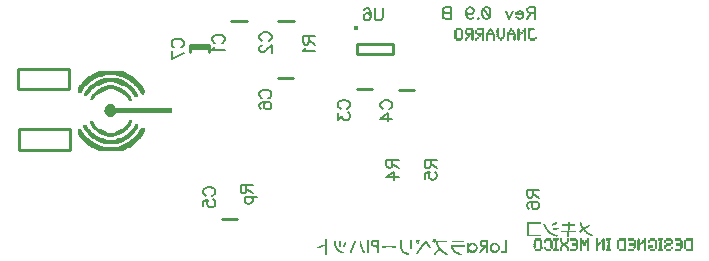
<source format=gbr>
G04 DipTrace 3.1.0.0*
G04 BottomSilk.gbr*
%MOMM*%
G04 #@! TF.FileFunction,Legend,Bot*
G04 #@! TF.Part,Single*
%ADD10C,0.254*%
%ADD12C,0.076*%
%ADD13C,0.06667*%
%ADD37O,0.39118X0.39103*%
%ADD75C,0.15686*%
%FSLAX35Y35*%
G04*
G71*
G90*
G75*
G01*
G04 BotSilk*
%LPD*%
X1028976Y2158641D2*
D10*
X1458234D1*
Y2331339D1*
X1028976D1*
Y2158641D1*
X1023894Y2669181D2*
X1455715D1*
Y2839361D1*
X1023894D1*
Y2669181D1*
X2955951Y3247721D2*
X2826051D1*
X3353617Y3244054D2*
X3223717D1*
X4017284Y2671387D2*
X3887384D1*
X4376951Y2665387D2*
X4247051D1*
X2746717Y1574281D2*
X2876617D1*
X3352284Y2762387D2*
X3222384D1*
X2639921Y3021001D2*
X2480081D1*
X2639921Y3039921D2*
X2480081D1*
X2639921D2*
Y2980081D1*
X2480081Y3039921D2*
Y2980081D1*
D37*
X3880640Y3185229D3*
X3894006Y3047903D2*
D10*
X4194001D1*
X3894006Y2967916D2*
X4194001D1*
Y3047903D2*
Y2967916D1*
X3894006Y3047903D2*
Y2967916D1*
X4730394Y3186274D2*
D13*
X4767061D1*
X4817061D2*
X4867061D1*
X4907061D2*
X4957061D1*
X5013727D2*
X5020394D1*
X5073727D2*
X5080394D1*
X5130394D2*
X5137061D1*
X5190394D2*
X5197061D1*
X5250394D2*
X5257061D1*
X5307061D2*
X5313727D1*
X5340394D2*
X5383727D1*
X4729082Y3182941D2*
X4768623D1*
X4815749D2*
X4868408D1*
X4905749D2*
X4958408D1*
X5012176D2*
X5021945D1*
X5072380D2*
X5081742D1*
X5129046D2*
X5138408D1*
X5188760D2*
X5198695D1*
X5249046D2*
X5258408D1*
X5305658D2*
X5315075D1*
X5339046D2*
X5385290D1*
X4729502Y3179607D2*
X4770394D1*
X4816168D2*
X4868423D1*
X4906168D2*
X4958423D1*
X5011146D2*
X5022975D1*
X5072365D2*
X5081756D1*
X5129031D2*
X5138423D1*
X5188575D2*
X5198854D1*
X5249031D2*
X5258423D1*
X5304824D2*
X5315090D1*
X5339031D2*
X5387061D1*
X4730394Y3176274D2*
X4767061D1*
X4817061D2*
X4868411D1*
X4907061D2*
X4958411D1*
X5010394D2*
X5023727D1*
X5072377D2*
X5081744D1*
X5129044D2*
X5138411D1*
X5190534D2*
X5196631D1*
X5249044D2*
X5258411D1*
X5305748D2*
X5315078D1*
X5339044D2*
X5368102D1*
X4861176Y3172941D2*
X4868813D1*
X4951176D2*
X4958813D1*
X5071975D2*
X5082146D1*
X5128642D2*
X5138813D1*
X5192946D2*
X5193727D1*
X5248642D2*
X5258813D1*
X5307061D2*
X5315479D1*
X5338642D2*
X5347061D1*
X4717061Y3169607D2*
X4723727D1*
X4773727D2*
X4780394D1*
X4803727D2*
X4810394D1*
X4859199D2*
X4869324D1*
X4893727D2*
X4900394D1*
X4949199D2*
X4959324D1*
X5000394D2*
X5007061D1*
X5020394D2*
X5030394D1*
X5071464D2*
X5082657D1*
X5128131D2*
X5139324D1*
X5177061D2*
X5183727D1*
X5195059D2*
X5207061D1*
X5248131D2*
X5259324D1*
X5290394D2*
X5315990D1*
X5338131D2*
X5348463D1*
X4715713Y3166274D2*
X4725075D1*
X4772380D2*
X4781742D1*
X4802380D2*
X4811742D1*
X4859096D2*
X4869384D1*
X4892380D2*
X4901742D1*
X4949096D2*
X4959384D1*
X4999082D2*
X5008252D1*
X5020941D2*
X5031706D1*
X5071404D2*
X5082717D1*
X5128071D2*
X5139384D1*
X5175749D2*
X5184919D1*
X5197040D2*
X5208372D1*
X5248071D2*
X5259384D1*
X5290993D2*
X5316050D1*
X5338071D2*
X5349297D1*
X4715698Y3162941D2*
X4725090D1*
X4772365D2*
X4781756D1*
X4802365D2*
X4811756D1*
X4859067D2*
X4868965D1*
X4892365D2*
X4901756D1*
X4949067D2*
X4958965D1*
X4999502D2*
X5008180D1*
X5023011D2*
X5031286D1*
X5071823D2*
X5082298D1*
X5128490D2*
X5138965D1*
X5176168D2*
X5184847D1*
X5199397D2*
X5207953D1*
X5248490D2*
X5258965D1*
X5293454D2*
X5315631D1*
X5338490D2*
X5348373D1*
X4715723Y3159607D2*
X4725065D1*
X4772390D2*
X4781731D1*
X4802390D2*
X4811731D1*
X4858650D2*
X4868645D1*
X4892390D2*
X4901731D1*
X4948650D2*
X4958645D1*
X5000394D2*
X5002935D1*
X5027970D2*
X5030394D1*
X5072143D2*
X5081978D1*
X5128810D2*
X5138645D1*
X5177061D2*
X5179601D1*
X5204520D2*
X5207061D1*
X5248810D2*
X5258645D1*
X5299712D2*
X5315312D1*
X5338810D2*
X5347061D1*
X4715426Y3156274D2*
X4725362D1*
X4772092D2*
X4782029D1*
X4802101D2*
X4812020D1*
X4858133D2*
X4868796D1*
X4892101D2*
X4902020D1*
X4948133D2*
X4958796D1*
X4990394D2*
X4997061D1*
X5033727D2*
X5040394D1*
X5071991D2*
X5082130D1*
X5128658D2*
X5138796D1*
X5167061D2*
X5173727D1*
X5210394D2*
X5217061D1*
X5248658D2*
X5258787D1*
X5277061D2*
X5287061D1*
X5307061D2*
X5315463D1*
X5338658D2*
X5348472D1*
X4715209Y3152941D2*
X4725579D1*
X4771876D2*
X4782245D1*
X4801981D2*
X4812140D1*
X4858072D2*
X4868950D1*
X4891981D2*
X4902140D1*
X4948072D2*
X4958950D1*
X4988855D2*
X4998372D1*
X5032415D2*
X5041933D1*
X5071838D2*
X5082283D1*
X5128504D2*
X5138950D1*
X5165522D2*
X5175039D1*
X5209082D2*
X5218625D1*
X5248504D2*
X5258845D1*
X5275498D2*
X5287061D1*
X5305713D2*
X5315617D1*
X5338504D2*
X5349335D1*
X4715419Y3149607D2*
X4725369D1*
X4772085D2*
X4782036D1*
X4802603D2*
X4811518D1*
X4858490D2*
X4868716D1*
X4892603D2*
X4901518D1*
X4948490D2*
X4958716D1*
X4987898D2*
X4997953D1*
X5032835D2*
X5042890D1*
X5072071D2*
X5082050D1*
X5128738D2*
X5138716D1*
X5164564D2*
X5174620D1*
X5209502D2*
X5219817D1*
X5248738D2*
X5258198D1*
X5273727D2*
X5287061D1*
X5305698D2*
X5315383D1*
X5338738D2*
X5348898D1*
X4715586Y3146274D2*
X4725202D1*
X4772253D2*
X4781855D1*
X4803727D2*
X4810394D1*
X4858810D2*
X4868527D1*
X4893727D2*
X4900394D1*
X4948810D2*
X4958527D1*
X4987412D2*
X4997061D1*
X5033727D2*
X5043375D1*
X5072248D2*
X5081860D1*
X5128928D2*
X5138527D1*
X5164079D2*
X5173727D1*
X5210394D2*
X5221138D1*
X5248928D2*
X5257061D1*
X5277061D2*
X5287061D1*
X5305710D2*
X5315193D1*
X5338928D2*
X5348610D1*
X4715259Y3142941D2*
X4725529D1*
X4771926D2*
X4782078D1*
X4817061D2*
X4847061D1*
X4858658D2*
X4868746D1*
X4907061D2*
X4937061D1*
X4948658D2*
X4958746D1*
X4987189D2*
X5043598D1*
X5071924D2*
X5082080D1*
X5128708D2*
X5138746D1*
X5163856D2*
X5222832D1*
X5248708D2*
X5264279D1*
X5305308D2*
X5315413D1*
X5338708D2*
X5348782D1*
X4714789Y3139607D2*
X4725999D1*
X4771456D2*
X4782263D1*
X4815745D2*
X4846807D1*
X4858504D2*
X4868931D1*
X4905745D2*
X4936807D1*
X4948504D2*
X4958931D1*
X4980394D2*
X5050394D1*
X5071455D2*
X5082264D1*
X5128524D2*
X5138931D1*
X5157061D2*
X5224548D1*
X5248524D2*
X5269829D1*
X5304807D2*
X5315597D1*
X5338524D2*
X5348945D1*
X4714557Y3136274D2*
X4726231D1*
X4771224D2*
X4782042D1*
X4814769D2*
X4846253D1*
X4858738D2*
X4868709D1*
X4904769D2*
X4936253D1*
X4948738D2*
X4958709D1*
X4981007D2*
X5049381D1*
X5071224D2*
X5082042D1*
X5128745D2*
X5138709D1*
X5157673D2*
X5224814D1*
X5248745D2*
X5272529D1*
X5304560D2*
X5315376D1*
X5338745D2*
X5348714D1*
X4715636Y3132941D2*
X4725151D1*
X4772303D2*
X4781870D1*
X4820385D2*
X4844430D1*
X4858928D2*
X4868524D1*
X4910385D2*
X4934430D1*
X4948928D2*
X4958524D1*
X4982176D2*
X5048544D1*
X5072303D2*
X5081871D1*
X5128917D2*
X5138537D1*
X5158843D2*
X5224952D1*
X5248917D2*
X5265145D1*
X5305638D2*
X5315191D1*
X5338930D2*
X5348539D1*
X4717061Y3129607D2*
X4723727D1*
X4773727D2*
X4782196D1*
X4825025D2*
X4842650D1*
X4858708D2*
X4868745D1*
X4915025D2*
X4932650D1*
X4948708D2*
X4958745D1*
X4983727D2*
X4989612D1*
X5041176D2*
X5048902D1*
X5073727D2*
X5082210D1*
X5128605D2*
X5138850D1*
X5160394D2*
X5166278D1*
X5217843D2*
X5225428D1*
X5248592D2*
X5257061D1*
X5307061D2*
X5315412D1*
X5338709D2*
X5348863D1*
X4715649Y3126274D2*
X4725139D1*
X4772315D2*
X4782675D1*
X4828466D2*
X4841347D1*
X4858524D2*
X4868930D1*
X4918466D2*
X4931347D1*
X4948524D2*
X4958930D1*
X4982315D2*
X4991589D1*
X5039199D2*
X5049365D1*
X5072176D2*
X5082814D1*
X5128262D2*
X5139192D1*
X5158982D2*
X5168255D1*
X5215866D2*
X5225970D1*
X5248122D2*
X5258408D1*
X5305658D2*
X5315597D1*
X5338537D2*
X5349333D1*
X4714786Y3122941D2*
X4726002D1*
X4771453D2*
X4782724D1*
X4830098D2*
X4840208D1*
X4858745D2*
X4868709D1*
X4920098D2*
X4930208D1*
X4948745D2*
X4958709D1*
X4981453D2*
X4991692D1*
X5039096D2*
X5049400D1*
X5071146D2*
X5083319D1*
X5128333D2*
X5139121D1*
X5158119D2*
X5168359D1*
X5215762D2*
X5226043D1*
X5247890D2*
X5258423D1*
X5304824D2*
X5315376D1*
X5338863D2*
X5349564D1*
X4715223Y3119607D2*
X4725565D1*
X4771890D2*
X4782300D1*
X4831825D2*
X4838774D1*
X4858917D2*
X4868537D1*
X4921825D2*
X4928774D1*
X4948917D2*
X4958537D1*
X4981890D2*
X4991721D1*
X5039067D2*
X5048971D1*
X5070394D2*
X5083727D1*
X5130711D2*
X5136743D1*
X5158556D2*
X5168387D1*
X5215734D2*
X5225629D1*
X5248970D2*
X5258411D1*
X5305748D2*
X5315204D1*
X5339342D2*
X5348485D1*
X4715511Y3116274D2*
X4725264D1*
X4772163D2*
X4781994D1*
X4833727D2*
X4837061D1*
X4858592D2*
X4868863D1*
X4923727D2*
X4927061D1*
X4948592D2*
X4958863D1*
X4982178D2*
X4992138D1*
X5038650D2*
X5048647D1*
X5133727D2*
D3*
X5158845D2*
X5168805D1*
X5215316D2*
X5225311D1*
X5250394D2*
X5258813D1*
X5307061D2*
X5315529D1*
X5339403D2*
X5347061D1*
X4715349Y3112941D2*
X4725299D1*
X4771848D2*
X4782288D1*
X4817061D2*
X4827061D1*
X4858112D2*
X4869342D1*
X4907061D2*
X4917061D1*
X4948112D2*
X4959342D1*
X4982006D2*
X4992654D1*
X5038133D2*
X5048797D1*
X5087061D2*
X5097061D1*
X5113727D2*
X5123727D1*
X5158673D2*
X5169321D1*
X5214800D2*
X5225463D1*
X5248982D2*
X5259324D1*
X5305649D2*
X5316009D1*
X5339116D2*
X5348463D1*
X5393727D2*
X5403727D1*
X4715281Y3109607D2*
X4725296D1*
X4771152D2*
X4782974D1*
X4815749D2*
X4826448D1*
X4858064D2*
X4869390D1*
X4905749D2*
X4916448D1*
X4948064D2*
X4959390D1*
X4981843D2*
X4992716D1*
X5038072D2*
X5048950D1*
X5085749D2*
X5096448D1*
X5114340D2*
X5127061D1*
X5158510D2*
X5169383D1*
X5214738D2*
X5225617D1*
X5248119D2*
X5259384D1*
X5304786D2*
X5316057D1*
X5338930D2*
X5349297D1*
X5394340D2*
X5405039D1*
X4715925Y3106274D2*
X4723179D1*
X4770394D2*
X4783727D1*
X4816168D2*
X4825278D1*
X4858487D2*
X4868967D1*
X4906168D2*
X4915278D1*
X4948487D2*
X4958967D1*
X4982073D2*
X4992298D1*
X5038490D2*
X5048716D1*
X5086168D2*
X5095278D1*
X5115510D2*
X5123727D1*
X5158740D2*
X5168965D1*
X5215157D2*
X5225383D1*
X5248556D2*
X5258965D1*
X5305223D2*
X5315634D1*
X5340986D2*
X5348373D1*
X5395510D2*
X5404620D1*
X4717061Y3102941D2*
X4720394D1*
X4817061D2*
X4823727D1*
X4858809D2*
X4868646D1*
X4907061D2*
X4913727D1*
X4948809D2*
X4958646D1*
X4982262D2*
X4991978D1*
X5038810D2*
X5048527D1*
X5087061D2*
X5093727D1*
X5117061D2*
X5120394D1*
X5158928D2*
X5168645D1*
X5215476D2*
X5225193D1*
X5248845D2*
X5258645D1*
X5305511D2*
X5315312D1*
X5343727D2*
X5347061D1*
X5397061D2*
X5403727D1*
X4730394Y3099607D2*
X4767061D1*
X4803727D2*
X4810394D1*
X4858667D2*
X4868787D1*
X4893727D2*
X4900394D1*
X4948667D2*
X4958787D1*
X4982051D2*
X4992120D1*
X5038667D2*
X5048737D1*
X5100394D2*
X5110394D1*
X5158718D2*
X5168787D1*
X5215334D2*
X5225404D1*
X5248682D2*
X5258787D1*
X5305349D2*
X5315454D1*
X5353727D2*
X5390394D1*
X4729082Y3096274D2*
X4768372D1*
X4802415D2*
X4811706D1*
X4858609D2*
X4868845D1*
X4892415D2*
X4901706D1*
X4948609D2*
X4958845D1*
X4981962D2*
X4992179D1*
X5038609D2*
X5048826D1*
X5100394D2*
X5110394D1*
X5158629D2*
X5168845D1*
X5215276D2*
X5225492D1*
X5248615D2*
X5258845D1*
X5305281D2*
X5315512D1*
X5352415D2*
X5391706D1*
X4729502Y3092941D2*
X4767953D1*
X4802835D2*
X4811286D1*
X4859256D2*
X4868198D1*
X4892835D2*
X4901286D1*
X4949256D2*
X4958198D1*
X4982597D2*
X4991531D1*
X5039256D2*
X5048191D1*
X5100394D2*
X5110394D1*
X5159263D2*
X5168198D1*
X5215923D2*
X5224858D1*
X5249258D2*
X5258198D1*
X5305925D2*
X5314865D1*
X5352835D2*
X5391286D1*
X4730394Y3089607D2*
X4767061D1*
X4803727D2*
X4810394D1*
X4860394D2*
X4867061D1*
X4893727D2*
X4900394D1*
X4950394D2*
X4957061D1*
X4983727D2*
X4990394D1*
X5040394D2*
X5047061D1*
X5100394D2*
X5110394D1*
X5160394D2*
X5167061D1*
X5217061D2*
X5223727D1*
X5250394D2*
X5257061D1*
X5307061D2*
X5313727D1*
X5353727D2*
X5390394D1*
X5400394Y1406274D2*
X5437061D1*
X5487061D2*
X5523727D1*
X5553727D2*
X5590394D1*
X5610394D2*
X5617061D1*
X5667061D2*
X5673727D1*
X5697061D2*
X5740394D1*
X5780394D2*
X5787061D1*
X5837061D2*
X5843727D1*
X5913727D2*
X5920394D1*
X5970394D2*
X5977061D1*
X5997061D2*
X6033727D1*
X6107061D2*
X6157061D1*
X6183727D2*
X6227061D1*
X6267061D2*
X6273727D1*
X6323727D2*
X6330394D1*
X6370394D2*
X6407061D1*
X6437061D2*
X6473727D1*
X6507061D2*
X6543727D1*
X6580394D2*
X6623727D1*
X6673727D2*
X6723727D1*
X5399082Y1402941D2*
X5438623D1*
X5485749D2*
X5525039D1*
X5553727D2*
X5591709D1*
X5608982D2*
X5618408D1*
X5665649D2*
X5675075D1*
X5695749D2*
X5741706D1*
X5779046D2*
X5788463D1*
X5835658D2*
X5845075D1*
X5912380D2*
X5921742D1*
X5968992D2*
X5978408D1*
X5997061D2*
X6035042D1*
X6105749D2*
X6158408D1*
X6182415D2*
X6228372D1*
X6265713D2*
X6275075D1*
X6322325D2*
X6331742D1*
X6369082D2*
X6408372D1*
X6437061D2*
X6475042D1*
X6505498D2*
X6545290D1*
X6579082D2*
X6625039D1*
X6672415D2*
X6725075D1*
X5399502Y1399607D2*
X5440394D1*
X5486168D2*
X5524620D1*
X5553727D2*
X5592686D1*
X5608119D2*
X5618309D1*
X5664786D2*
X5674976D1*
X5696168D2*
X5741286D1*
X5779031D2*
X5789297D1*
X5834824D2*
X5845090D1*
X5912365D2*
X5921756D1*
X5968158D2*
X5978423D1*
X5997061D2*
X6036019D1*
X6106168D2*
X6158423D1*
X6182835D2*
X6227953D1*
X6265698D2*
X6275090D1*
X6321491D2*
X6331756D1*
X6369502D2*
X6407953D1*
X6437061D2*
X6476019D1*
X6503727D2*
X6547061D1*
X6579502D2*
X6624620D1*
X6672835D2*
X6725090D1*
X5400394Y1396274D2*
X5437061D1*
X5487061D2*
X5523727D1*
X5553727D2*
X5585218D1*
X5608556D2*
X5617987D1*
X5665223D2*
X5674654D1*
X5697061D2*
X5740394D1*
X5779044D2*
X5788373D1*
X5835748D2*
X5845078D1*
X5912377D2*
X5921744D1*
X5969082D2*
X5978411D1*
X5997061D2*
X6028551D1*
X6107061D2*
X6158398D1*
X6183727D2*
X6227061D1*
X6265710D2*
X6275078D1*
X6322415D2*
X6331744D1*
X6370394D2*
X6407061D1*
X6437061D2*
X6468551D1*
X6507061D2*
X6543727D1*
X6580394D2*
X6623727D1*
X6673727D2*
X6725065D1*
X5473727Y1392941D2*
X5480394D1*
X5570394D2*
X5577061D1*
X5608845D2*
X5618015D1*
X5665511D2*
X5674681D1*
X5778642D2*
X5787061D1*
X5837061D2*
X5845479D1*
X5911975D2*
X5922146D1*
X5970394D2*
X5978813D1*
X6013727D2*
X6020394D1*
X6151176D2*
X6158695D1*
X6265308D2*
X6275479D1*
X6323727D2*
X6332146D1*
X6453727D2*
X6460394D1*
X6493727D2*
X6500394D1*
X6510394D2*
X6540394D1*
X6550394D2*
X6557061D1*
X6717843D2*
X6725362D1*
X5387061Y1389607D2*
X5393727D1*
X5443727D2*
X5450394D1*
X5472325D2*
X5481796D1*
X5530394D2*
X5537061D1*
X5569046D2*
X5578408D1*
X5608712D2*
X5618460D1*
X5665349D2*
X5675097D1*
X5747061D2*
X5753727D1*
X5778131D2*
X5803727D1*
X5820394D2*
X5845990D1*
X5911464D2*
X5922657D1*
X5953727D2*
X5979324D1*
X6012380D2*
X6021742D1*
X6093727D2*
X6100394D1*
X6149199D2*
X6158899D1*
X6233727D2*
X6240394D1*
X6264797D2*
X6275990D1*
X6307061D2*
X6332657D1*
X6357061D2*
X6363727D1*
X6413727D2*
X6420394D1*
X6452380D2*
X6461742D1*
X6492325D2*
X6501796D1*
X6548992D2*
X6558408D1*
X6630394D2*
X6637061D1*
X6660394D2*
X6667061D1*
X6715866D2*
X6725566D1*
X5385713Y1386274D2*
X5395075D1*
X5442380D2*
X5451742D1*
X5471491D2*
X5482630D1*
X5529046D2*
X5538408D1*
X5569031D2*
X5578309D1*
X5608502D2*
X5618698D1*
X5665281D2*
X5675511D1*
X5745713D2*
X5755075D1*
X5778071D2*
X5803114D1*
X5820394D2*
X5846050D1*
X5911404D2*
X5922717D1*
X5954326D2*
X5979384D1*
X6012365D2*
X6021642D1*
X6092380D2*
X6101742D1*
X6149096D2*
X6158585D1*
X6232380D2*
X6241742D1*
X6264737D2*
X6276050D1*
X6307659D2*
X6332717D1*
X6355749D2*
X6365039D1*
X6412380D2*
X6421742D1*
X6452365D2*
X6461642D1*
X6491491D2*
X6502630D1*
X6548158D2*
X6558309D1*
X6629046D2*
X6638408D1*
X6659046D2*
X6668408D1*
X6715762D2*
X6725252D1*
X5385698Y1382941D2*
X5395090D1*
X5442365D2*
X5451756D1*
X5472415D2*
X5481706D1*
X5529031D2*
X5538423D1*
X5569044D2*
X5577987D1*
X5610065D2*
X5618142D1*
X5665925D2*
X5674017D1*
X5745698D2*
X5755090D1*
X5778490D2*
X5801945D1*
X5820394D2*
X5845631D1*
X5911823D2*
X5922298D1*
X5956787D2*
X5978965D1*
X6012377D2*
X6021320D1*
X6092365D2*
X6101756D1*
X6149067D2*
X6158110D1*
X6232365D2*
X6241756D1*
X6265156D2*
X6275631D1*
X6310120D2*
X6332298D1*
X6356168D2*
X6364620D1*
X6412365D2*
X6421756D1*
X6452377D2*
X6461320D1*
X6492415D2*
X6501706D1*
X6549082D2*
X6557987D1*
X6629031D2*
X6638423D1*
X6659031D2*
X6668423D1*
X6715734D2*
X6724777D1*
X5385723Y1379607D2*
X5395065D1*
X5442390D2*
X5451731D1*
X5473727D2*
X5480394D1*
X5529057D2*
X5538398D1*
X5568642D2*
X5578015D1*
X5614805D2*
X5617061D1*
X5667061D2*
X5669300D1*
X5745723D2*
X5755065D1*
X5778810D2*
X5800394D1*
X5820394D2*
X5845312D1*
X5912143D2*
X5921978D1*
X5963045D2*
X5978645D1*
X6011975D2*
X6021348D1*
X6092390D2*
X6101731D1*
X6148650D2*
X6158064D1*
X6232390D2*
X6241731D1*
X6265476D2*
X6275312D1*
X6316379D2*
X6331978D1*
X6357061D2*
X6363727D1*
X6412390D2*
X6421731D1*
X6451975D2*
X6461348D1*
X6493727D2*
X6500394D1*
X6550394D2*
X6558015D1*
X6629057D2*
X6638398D1*
X6659057D2*
X6668398D1*
X6715316D2*
X6724730D1*
X5385426Y1376274D2*
X5395362D1*
X5442092D2*
X5452029D1*
X5528759D2*
X5538695D1*
X5568131D2*
X5578469D1*
X5620394D2*
X5627061D1*
X5657061D2*
X5663727D1*
X5745435D2*
X5755362D1*
X5778658D2*
X5786278D1*
X5800394D2*
X5823727D1*
X5837843D2*
X5845463D1*
X5911991D2*
X5922120D1*
X5940394D2*
X5950394D1*
X5970394D2*
X5978796D1*
X6011464D2*
X6021802D1*
X6092092D2*
X6102029D1*
X6148133D2*
X6158487D1*
X6232101D2*
X6242029D1*
X6265325D2*
X6275454D1*
X6293727D2*
X6303727D1*
X6323727D2*
X6332130D1*
X6412092D2*
X6422029D1*
X6451464D2*
X6461802D1*
X6548992D2*
X6558460D1*
X6628768D2*
X6638695D1*
X6658759D2*
X6668695D1*
X6714800D2*
X6725154D1*
X5385209Y1372941D2*
X5395579D1*
X5441876D2*
X5452245D1*
X5528543D2*
X5538912D1*
X5568071D2*
X5578802D1*
X5619202D2*
X5628372D1*
X5654620D2*
X5664919D1*
X5745314D2*
X5755579D1*
X5778504D2*
X5788255D1*
X5799150D2*
X5823727D1*
X5835866D2*
X5845617D1*
X5911838D2*
X5922179D1*
X5938831D2*
X5950394D1*
X5969046D2*
X5978950D1*
X6011404D2*
X6022136D1*
X6091876D2*
X6102245D1*
X6148072D2*
X6158809D1*
X6231981D2*
X6242245D1*
X6265171D2*
X6275512D1*
X6292165D2*
X6303727D1*
X6322380D2*
X6332283D1*
X6411876D2*
X6422245D1*
X6451404D2*
X6462136D1*
X6548158D2*
X6558698D1*
X6628647D2*
X6638912D1*
X6658543D2*
X6668912D1*
X6714738D2*
X6725475D1*
X5385419Y1369607D2*
X5395369D1*
X5442085D2*
X5452036D1*
X5528752D2*
X5538703D1*
X5568490D2*
X5578656D1*
X5619274D2*
X5627953D1*
X5651505D2*
X5664847D1*
X5745936D2*
X5755369D1*
X5778738D2*
X5788359D1*
X5799802D2*
X5823727D1*
X5835762D2*
X5845383D1*
X5912071D2*
X5921531D1*
X5937061D2*
X5950394D1*
X5969031D2*
X5978716D1*
X6011823D2*
X6021989D1*
X6092085D2*
X6102036D1*
X6148490D2*
X6158658D1*
X6232603D2*
X6242036D1*
X6265405D2*
X6274865D1*
X6290394D2*
X6303727D1*
X6322365D2*
X6332050D1*
X6412085D2*
X6422036D1*
X6451823D2*
X6461989D1*
X6549082D2*
X6558142D1*
X6629269D2*
X6638703D1*
X6658752D2*
X6668703D1*
X6715157D2*
X6725325D1*
X5385586Y1366274D2*
X5395202D1*
X5442253D2*
X5451855D1*
X5528919D2*
X5538522D1*
X5568810D2*
X5578503D1*
X5624520D2*
X5627061D1*
X5644303D2*
X5660982D1*
X5747061D2*
X5755202D1*
X5778928D2*
X5788374D1*
X5802074D2*
X5823727D1*
X5835734D2*
X5845193D1*
X5912261D2*
X5920394D1*
X5940394D2*
X5950394D1*
X5969044D2*
X5978527D1*
X6012143D2*
X6021837D1*
X6092253D2*
X6101868D1*
X6148810D2*
X6158504D1*
X6233727D2*
X6241868D1*
X6265594D2*
X6273727D1*
X6293727D2*
X6303727D1*
X6322377D2*
X6331860D1*
X6412253D2*
X6421855D1*
X6452143D2*
X6461837D1*
X6550394D2*
X6557061D1*
X6630394D2*
X6638535D1*
X6658919D2*
X6668535D1*
X6715476D2*
X6725171D1*
X5385259Y1362941D2*
X5395529D1*
X5441926D2*
X5452078D1*
X5528593D2*
X5538745D1*
X5568658D2*
X5578738D1*
X5637190D2*
X5657677D1*
X5710394D2*
X5755529D1*
X5778708D2*
X5788687D1*
X5803952D2*
X5817061D1*
X5835316D2*
X5845413D1*
X5912041D2*
X5927613D1*
X5968642D2*
X5978746D1*
X6011991D2*
X6022071D1*
X6091926D2*
X6102195D1*
X6148658D2*
X6158738D1*
X6197061D2*
X6242195D1*
X6265375D2*
X6280946D1*
X6321975D2*
X6332080D1*
X6411926D2*
X6422078D1*
X6451991D2*
X6462071D1*
X6507061D2*
X6543727D1*
X6593727D2*
X6638862D1*
X6658593D2*
X6668862D1*
X6715325D2*
X6725405D1*
X5384789Y1359607D2*
X5395999D1*
X5441456D2*
X5452263D1*
X5528122D2*
X5538930D1*
X5568504D2*
X5578928D1*
X5632077D2*
X5655203D1*
X5710394D2*
X5755999D1*
X5778524D2*
X5788909D1*
X5805057D2*
X5817061D1*
X5834810D2*
X5845597D1*
X5911857D2*
X5933162D1*
X5968140D2*
X5978931D1*
X6011838D2*
X6022261D1*
X6091446D2*
X6102675D1*
X6148504D2*
X6158928D1*
X6197061D2*
X6242666D1*
X6265191D2*
X6286496D1*
X6321474D2*
X6332264D1*
X6411456D2*
X6422263D1*
X6451838D2*
X6462261D1*
X6503727D2*
X6545039D1*
X6593727D2*
X6639332D1*
X6658113D2*
X6669342D1*
X6715171D2*
X6725594D1*
X5384557Y1356274D2*
X5396231D1*
X5441224D2*
X5452042D1*
X5527890D2*
X5538709D1*
X5568738D2*
X5578708D1*
X5628324D2*
X5654361D1*
X5710394D2*
X5756231D1*
X5778745D2*
X5788702D1*
X5805978D2*
X5817061D1*
X5834561D2*
X5845376D1*
X5912079D2*
X5935863D1*
X5967894D2*
X5978709D1*
X6012071D2*
X6022041D1*
X6091398D2*
X6102723D1*
X6148738D2*
X6158708D1*
X6197061D2*
X6242897D1*
X6265412D2*
X6289196D1*
X6321227D2*
X6332042D1*
X6411224D2*
X6422042D1*
X6452071D2*
X6462041D1*
X6505498D2*
X6544620D1*
X6593727D2*
X6639564D1*
X6658064D2*
X6669390D1*
X6715405D2*
X6725375D1*
X5385636Y1352941D2*
X5395151D1*
X5442303D2*
X5451870D1*
X5528970D2*
X5538537D1*
X5568915D2*
X5578537D1*
X5643486D2*
X5653727D1*
X5710394D2*
X5755151D1*
X5778917D2*
X5788535D1*
X5807061D2*
X5817061D1*
X5835638D2*
X5845191D1*
X5912251D2*
X5928478D1*
X5968971D2*
X5978524D1*
X6012248D2*
X6021870D1*
X6091821D2*
X6102300D1*
X6148915D2*
X6158524D1*
X6197061D2*
X6241818D1*
X6265584D2*
X6281812D1*
X6322304D2*
X6331857D1*
X6412303D2*
X6421870D1*
X6452248D2*
X6461870D1*
X6507061D2*
X6543727D1*
X6593727D2*
X6638485D1*
X6658487D2*
X6668967D1*
X6715581D2*
X6725191D1*
X5387061Y1349607D2*
X5393727D1*
X5443727D2*
X5452196D1*
X5530394D2*
X5538863D1*
X5568591D2*
X5578862D1*
X5747061D2*
X5753727D1*
X5778592D2*
X5788862D1*
X5837061D2*
X5845412D1*
X5911925D2*
X5920394D1*
X5970394D2*
X5978745D1*
X6011924D2*
X6022196D1*
X6092142D2*
X6101979D1*
X6148591D2*
X6158745D1*
X6233727D2*
X6240394D1*
X6265258D2*
X6273727D1*
X6323727D2*
X6332079D1*
X6413727D2*
X6422196D1*
X6451924D2*
X6462196D1*
X6630394D2*
X6637061D1*
X6658809D2*
X6668646D1*
X6715258D2*
X6725412D1*
X5385649Y1346274D2*
X5395139D1*
X5442315D2*
X5452675D1*
X5528982D2*
X5539342D1*
X5568122D2*
X5579342D1*
X5620394D2*
X5630394D1*
X5653727D2*
X5663727D1*
X5745713D2*
X5755139D1*
X5778112D2*
X5789342D1*
X5835649D2*
X5845597D1*
X5911455D2*
X5921742D1*
X5968992D2*
X5978930D1*
X6011455D2*
X6022675D1*
X6091991D2*
X6102130D1*
X6148122D2*
X6158930D1*
X6232380D2*
X6241806D1*
X6264789D2*
X6275075D1*
X6322325D2*
X6332264D1*
X6357061D2*
X6387061D1*
X6412325D2*
X6422675D1*
X6451455D2*
X6462675D1*
X6490394D2*
X6503727D1*
X6629046D2*
X6638472D1*
X6658658D2*
X6668797D1*
X6714788D2*
X6725597D1*
X5384786Y1342941D2*
X5396002D1*
X5441453D2*
X5452724D1*
X5528119D2*
X5539390D1*
X5567890D2*
X5579390D1*
X5618623D2*
X5630394D1*
X5654587D2*
X5667061D1*
X5745698D2*
X5756002D1*
X5778064D2*
X5789390D1*
X5834786D2*
X5845376D1*
X5911224D2*
X5921756D1*
X5968158D2*
X5978709D1*
X6011224D2*
X6022724D1*
X6091838D2*
X6102284D1*
X6147890D2*
X6158709D1*
X6232365D2*
X6242668D1*
X6264557D2*
X6275090D1*
X6321491D2*
X6332042D1*
X6355713D2*
X6387061D1*
X6411491D2*
X6422724D1*
X6451224D2*
X6462724D1*
X6490896D2*
X6503225D1*
X6629031D2*
X6639335D1*
X6658504D2*
X6668950D1*
X6714557D2*
X6725376D1*
X5385223Y1339607D2*
X5395565D1*
X5441890D2*
X5452300D1*
X5528556D2*
X5538967D1*
X5568970D2*
X5578967D1*
X5617061D2*
X5630394D1*
X5657201D2*
X5663727D1*
X5745710D2*
X5755565D1*
X5778487D2*
X5788967D1*
X5835223D2*
X5845204D1*
X5912303D2*
X5921744D1*
X5969082D2*
X5978537D1*
X6012303D2*
X6022300D1*
X6092071D2*
X6102050D1*
X6148970D2*
X6158537D1*
X6232377D2*
X6242231D1*
X6265636D2*
X6275078D1*
X6322415D2*
X6331870D1*
X6355698D2*
X6387061D1*
X6412415D2*
X6422300D1*
X6452303D2*
X6462300D1*
X6491605D2*
X6502516D1*
X6629044D2*
X6638898D1*
X6658738D2*
X6668716D1*
X6715636D2*
X6725204D1*
X5385511Y1336274D2*
X5395264D1*
X5442163D2*
X5451994D1*
X5528845D2*
X5538646D1*
X5570394D2*
X5578646D1*
X5660394D2*
D3*
X5745308D2*
X5755264D1*
X5778809D2*
X5788646D1*
X5835511D2*
X5845529D1*
X5913727D2*
X5922146D1*
X5970394D2*
X5978863D1*
X6013727D2*
X6021979D1*
X6092261D2*
X6101860D1*
X6150394D2*
X6158863D1*
X6231975D2*
X6241930D1*
X6267061D2*
X6275479D1*
X6323727D2*
X6332196D1*
X6355723D2*
X6387061D1*
X6413727D2*
X6421979D1*
X6453727D2*
X6461979D1*
X6492056D2*
X6502065D1*
X6628642D2*
X6638597D1*
X6658928D2*
X6668527D1*
X6717061D2*
X6725529D1*
X5385349Y1332941D2*
X5395299D1*
X5441848D2*
X5452288D1*
X5473727D2*
X5483727D1*
X5528682D2*
X5538787D1*
X5568992D2*
X5578787D1*
X5610394D2*
X5617061D1*
X5667061D2*
X5673727D1*
X5744807D2*
X5755299D1*
X5778658D2*
X5788797D1*
X5835339D2*
X5846009D1*
X5912315D2*
X5922657D1*
X5968982D2*
X5979342D1*
X6012325D2*
X6022121D1*
X6092051D2*
X6102070D1*
X6148995D2*
X6159342D1*
X6231474D2*
X6241966D1*
X6265649D2*
X6275990D1*
X6322315D2*
X6332675D1*
X6355435D2*
X6363727D1*
X6412325D2*
X6422121D1*
X6452325D2*
X6462121D1*
X6491968D2*
X6502153D1*
X6550394D2*
X6557061D1*
X6628140D2*
X6638633D1*
X6658717D2*
X6668737D1*
X6715662D2*
X6726009D1*
X5385281Y1329607D2*
X5395296D1*
X5441152D2*
X5452974D1*
X5472415D2*
X5483114D1*
X5528615D2*
X5538845D1*
X5568158D2*
X5578845D1*
X5609046D2*
X5618408D1*
X5665713D2*
X5675075D1*
X5744560D2*
X5755296D1*
X5778504D2*
X5788950D1*
X5835176D2*
X5846057D1*
X5911453D2*
X5922717D1*
X5968119D2*
X5979390D1*
X6011491D2*
X6022179D1*
X6091962D2*
X6102159D1*
X6148171D2*
X6159390D1*
X6231227D2*
X6241963D1*
X6264786D2*
X6276050D1*
X6321453D2*
X6332724D1*
X6355314D2*
X6365039D1*
X6411491D2*
X6422179D1*
X6451491D2*
X6462179D1*
X6491931D2*
X6502190D1*
X6548779D2*
X6558675D1*
X6627894D2*
X6638630D1*
X6658629D2*
X6668826D1*
X6714838D2*
X6726057D1*
X5385925Y1326274D2*
X5393179D1*
X5440394D2*
X5453727D1*
X5472835D2*
X5481945D1*
X5529258D2*
X5538198D1*
X5569082D2*
X5578198D1*
X5609031D2*
X5618423D1*
X5665698D2*
X5675090D1*
X5745638D2*
X5753179D1*
X5778738D2*
X5788716D1*
X5835407D2*
X5845634D1*
X5911890D2*
X5922298D1*
X5968556D2*
X5978967D1*
X6012415D2*
X6021531D1*
X6092597D2*
X6101525D1*
X6149345D2*
X6158967D1*
X6232304D2*
X6239846D1*
X6265223D2*
X6275631D1*
X6321890D2*
X6332300D1*
X6355936D2*
X6364620D1*
X6412415D2*
X6421531D1*
X6452415D2*
X6461531D1*
X6492586D2*
X6501535D1*
X6550964D2*
X6556491D1*
X6628971D2*
X6636513D1*
X6659263D2*
X6668191D1*
X6716012D2*
X6725634D1*
X5387061Y1322941D2*
X5390394D1*
X5473727D2*
X5480394D1*
X5530394D2*
X5537061D1*
X5570394D2*
X5577061D1*
X5609057D2*
X5618398D1*
X5665723D2*
X5675065D1*
X5747061D2*
X5750394D1*
X5778928D2*
X5788527D1*
X5835595D2*
X5845312D1*
X5912178D2*
X5921978D1*
X5968845D2*
X5978646D1*
X6013727D2*
X6020394D1*
X6093727D2*
X6100394D1*
X6151334D2*
X6158646D1*
X6233727D2*
X6237061D1*
X6265511D2*
X6275312D1*
X6322178D2*
X6331979D1*
X6357061D2*
X6363727D1*
X6413727D2*
X6420394D1*
X6453727D2*
X6460394D1*
X6493727D2*
X6500394D1*
X6553727D2*
D3*
X6630394D2*
X6633727D1*
X6660394D2*
X6667061D1*
X6718000D2*
X6725312D1*
X5400394Y1319607D2*
X5437061D1*
X5487061D2*
X5523727D1*
X5553727D2*
X5584531D1*
X5608768D2*
X5618686D1*
X5665435D2*
X5675353D1*
X5697061D2*
X5740394D1*
X5778717D2*
X5788737D1*
X5835384D2*
X5845454D1*
X5912015D2*
X5922120D1*
X5968682D2*
X5978787D1*
X5997061D2*
X6027865D1*
X6107061D2*
X6158787D1*
X6183727D2*
X6227061D1*
X6265349D2*
X6275454D1*
X6322015D2*
X6332121D1*
X6370394D2*
X6407061D1*
X6437061D2*
X6467865D1*
X6507061D2*
X6543727D1*
X6580394D2*
X6623727D1*
X6673727D2*
X6725454D1*
X5399082Y1316274D2*
X5438372D1*
X5485749D2*
X5525039D1*
X5553727D2*
X5590837D1*
X5608647D2*
X5618807D1*
X5665314D2*
X5675474D1*
X5695749D2*
X5741706D1*
X5778629D2*
X5788826D1*
X5835295D2*
X5845512D1*
X5911948D2*
X5922179D1*
X5968615D2*
X5978845D1*
X5997061D2*
X6034170D1*
X6105749D2*
X6158845D1*
X6182415D2*
X6228372D1*
X6265281D2*
X6275512D1*
X6321948D2*
X6332179D1*
X6369082D2*
X6408372D1*
X6437061D2*
X6474170D1*
X6505749D2*
X6545039D1*
X6579082D2*
X6625039D1*
X6672415D2*
X6725512D1*
X5399502Y1312941D2*
X5437953D1*
X5486168D2*
X5524620D1*
X5553727D2*
X5590854D1*
X5609269D2*
X5618185D1*
X5665936D2*
X5674852D1*
X5696168D2*
X5741286D1*
X5779263D2*
X5788191D1*
X5835930D2*
X5844865D1*
X5912592D2*
X5921531D1*
X5969258D2*
X5978198D1*
X5997061D2*
X6034188D1*
X6106168D2*
X6158198D1*
X6182835D2*
X6227953D1*
X6265925D2*
X6274865D1*
X6322592D2*
X6331531D1*
X6369502D2*
X6407953D1*
X6437061D2*
X6474188D1*
X6506168D2*
X6544620D1*
X6579502D2*
X6624620D1*
X6672835D2*
X6724865D1*
X5400394Y1309607D2*
X5437061D1*
X5487061D2*
X5523727D1*
X5553727D2*
X5590394D1*
X5610394D2*
X5617061D1*
X5667061D2*
X5673727D1*
X5697061D2*
X5740394D1*
X5780394D2*
X5787061D1*
X5837061D2*
X5843727D1*
X5913727D2*
X5920394D1*
X5970394D2*
X5977061D1*
X5997061D2*
X6033727D1*
X6107061D2*
X6157061D1*
X6183727D2*
X6227061D1*
X6267061D2*
X6273727D1*
X6323727D2*
X6330394D1*
X6370394D2*
X6407061D1*
X6437061D2*
X6473727D1*
X6507061D2*
X6543727D1*
X6580394D2*
X6623727D1*
X6673727D2*
X6723727D1*
X3623001Y1397334D2*
X3629667D1*
X4533001D2*
X4539667D1*
X4546334D2*
X4549667D1*
X3623001Y1394001D2*
X3629667D1*
X3979667D2*
X3986334D1*
X4026334D2*
X4066334D1*
X4393001D2*
X4399667D1*
X4531734D2*
X4537613D1*
X4545181D2*
X4549540D1*
X4949667D2*
X4989667D1*
X5146334D2*
X5153001D1*
X3623001Y1390667D2*
X3629667D1*
X3979667D2*
X3986334D1*
X4021475D2*
X4066334D1*
X4256334D2*
X4263001D1*
X4343001D2*
X4349667D1*
X4391848D2*
X4398002D1*
X4406334D2*
X4413001D1*
X4530312D2*
X4535829D1*
X4544072D2*
X4549113D1*
X4943270D2*
X4989667D1*
X5146334D2*
X5153001D1*
X3623001Y1387334D2*
X3629667D1*
X3979667D2*
X3986334D1*
X4017301D2*
X4066334D1*
X4256334D2*
X4263001D1*
X4343001D2*
X4349667D1*
X4390729D2*
X4396614D1*
X4405819D2*
X4411335D1*
X4528851D2*
X4534472D1*
X4543013D2*
X4548313D1*
X4556334D2*
X4646334D1*
X4693001D2*
X4789667D1*
X4938152D2*
X4989667D1*
X5146334D2*
X5153001D1*
X3623001Y1384001D2*
X3629667D1*
X3696334D2*
X3703001D1*
X3743001D2*
X3746334D1*
X3979667D2*
X3986334D1*
X4013921D2*
X4023014D1*
X4059667D2*
X4066334D1*
X4256334D2*
X4263001D1*
X4343001D2*
X4349667D1*
X4389579D2*
X4395302D1*
X4404992D2*
X4409950D1*
X4469667D2*
X4473001D1*
X4527514D2*
X4533615D1*
X4541859D2*
X4547450D1*
X4556849D2*
X4646334D1*
X4693001D2*
X4789667D1*
X4934404D2*
X4947129D1*
X4983001D2*
X4989667D1*
X5146334D2*
X5153001D1*
X3623001Y1380667D2*
X3629667D1*
X3696347D2*
X3703001D1*
X3742485D2*
X3746334D1*
X3866334D2*
X3873001D1*
X3913001D2*
X3919667D1*
X3979667D2*
X3986334D1*
X4011302D2*
X4019810D1*
X4059667D2*
X4066334D1*
X4256334D2*
X4263001D1*
X4343001D2*
X4349667D1*
X4388096D2*
X4394087D1*
X4404129D2*
X4408666D1*
X4466334D2*
X4475194D1*
X4526334D2*
X4533001D1*
X4540714D2*
X4546818D1*
X4557675D2*
X4646334D1*
X4693001D2*
X4789667D1*
X4931576D2*
X4942404D1*
X4983001D2*
X4989667D1*
X5146334D2*
X5153001D1*
X3623001Y1377334D2*
X3629667D1*
X3696464D2*
X3703001D1*
X3741659D2*
X3746334D1*
X3786334D2*
X3789667D1*
X3865067D2*
X3871734D1*
X3913014D2*
X3919667D1*
X3979667D2*
X3986334D1*
X4009291D2*
X4017032D1*
X4059667D2*
X4066334D1*
X4256334D2*
X4263001D1*
X4343001D2*
X4349667D1*
X4386334D2*
X4393001D1*
X4403543D2*
X4407588D1*
X4463001D2*
X4477523D1*
X4539667D2*
X4546334D1*
X4558551D2*
X4562345D1*
X4930591D2*
X4938770D1*
X4983001D2*
X4989667D1*
X5146334D2*
X5153001D1*
X3623001Y1374001D2*
X3629667D1*
X3696889D2*
X3703014D1*
X3740796D2*
X3746321D1*
X3785067D2*
X3793001D1*
X3863635D2*
X3870302D1*
X3913131D2*
X3919667D1*
X3979667D2*
X3986334D1*
X4007860D2*
X4015052D1*
X4059667D2*
X4066334D1*
X4256334D2*
X4263001D1*
X4343001D2*
X4349667D1*
X4403216D2*
X4406866D1*
X4459667D2*
X4466461D1*
X4472874D2*
X4480107D1*
X4559252D2*
X4564308D1*
X4930059D2*
X4937507D1*
X4983001D2*
X4989667D1*
X5146334D2*
X5153001D1*
X3623001Y1370667D2*
X3629667D1*
X3697687D2*
X3703131D1*
X3740212D2*
X3746204D1*
X3783635D2*
X3790934D1*
X3862087D2*
X3868754D1*
X3913556D2*
X3919680D1*
X3979667D2*
X3986334D1*
X4007044D2*
X4013940D1*
X4059667D2*
X4066334D1*
X4256334D2*
X4263001D1*
X4343001D2*
X4349667D1*
X4403001D2*
X4406334D1*
X4456347D2*
X4463555D1*
X4475780D2*
X4482689D1*
X4560000D2*
X4565541D1*
X4929820D2*
X4936830D1*
X4983001D2*
X4989667D1*
X5146334D2*
X5153001D1*
X3623001Y1367334D2*
X3629667D1*
X3698542D2*
X3703556D1*
X3739889D2*
X3745779D1*
X3782087D2*
X3789033D1*
X3860481D2*
X3867135D1*
X3914354D2*
X3919797D1*
X3979667D2*
X3986334D1*
X4006755D2*
X4013526D1*
X4059667D2*
X4066334D1*
X4256334D2*
X4263001D1*
X4343001D2*
X4349667D1*
X4453131D2*
X4461020D1*
X4478301D2*
X4485064D1*
X4561057D2*
X4566521D1*
X4826334D2*
X4833001D1*
X4853001D2*
X4879667D1*
X4929724D2*
X4936540D1*
X4983001D2*
X4989667D1*
X5039667D2*
X5066334D1*
X5146334D2*
X5153001D1*
X3623001Y1364001D2*
X3629667D1*
X3699123D2*
X3704354D1*
X3739631D2*
X3744981D1*
X3780468D2*
X3787247D1*
X3858941D2*
X3865490D1*
X3915222D2*
X3920222D1*
X3979667D2*
X3986334D1*
X4007015D2*
X4013545D1*
X4059667D2*
X4066334D1*
X4256334D2*
X4263001D1*
X4343001D2*
X4349667D1*
X4450222D2*
X4458542D1*
X4480662D2*
X4487365D1*
X4562395D2*
X4567670D1*
X4826334D2*
X4833137D1*
X4847992D2*
X4884539D1*
X4929700D2*
X4936561D1*
X4983001D2*
X4989667D1*
X5034795D2*
X5071206D1*
X5146334D2*
X5153001D1*
X3623001Y1360667D2*
X3629667D1*
X3699445D2*
X3705209D1*
X3739147D2*
X3744126D1*
X3778824D2*
X3785533D1*
X3857600D2*
X3863829D1*
X3915920D2*
X3921021D1*
X3979667D2*
X3986334D1*
X4007872D2*
X4014768D1*
X4059667D2*
X4066334D1*
X4256334D2*
X4263001D1*
X4343001D2*
X4349667D1*
X4447687D2*
X4455790D1*
X4482990D2*
X4489669D1*
X4563810D2*
X4569056D1*
X4826334D2*
X4833655D1*
X4843180D2*
X4857644D1*
X4875679D2*
X4888817D1*
X4929817D2*
X4936854D1*
X4983001D2*
X4989667D1*
X5030518D2*
X5043656D1*
X5062345D2*
X5075484D1*
X5146334D2*
X5153001D1*
X3623001Y1357334D2*
X3629667D1*
X3699704D2*
X3705803D1*
X3738326D2*
X3743545D1*
X3777162D2*
X3783844D1*
X3856416D2*
X3862167D1*
X3916654D2*
X3921888D1*
X3979667D2*
X3986334D1*
X4009255D2*
X4017562D1*
X4059667D2*
X4066334D1*
X4256334D2*
X4263001D1*
X4343001D2*
X4349667D1*
X4445209D2*
X4452779D1*
X4485202D2*
X4491873D1*
X4565100D2*
X4570588D1*
X4826334D2*
X4834795D1*
X4838197D2*
X4850425D1*
X4880962D2*
X4892504D1*
X4930368D2*
X4939053D1*
X4983001D2*
X4989667D1*
X5026817D2*
X5038373D1*
X5067628D2*
X5079184D1*
X5146334D2*
X5153001D1*
X3599667Y1354001D2*
X3609667D1*
X3623001D2*
X3629667D1*
X3700187D2*
X3706229D1*
X3737463D2*
X3743235D1*
X3775501D2*
X3782173D1*
X3855125D2*
X3860512D1*
X3917594D2*
X3922587D1*
X3979667D2*
X3986334D1*
X4011206D2*
X4026327D1*
X4059667D2*
X4066334D1*
X4256334D2*
X4263001D1*
X4343001D2*
X4349667D1*
X4442470D2*
X4449704D1*
X4487422D2*
X4494091D1*
X4566263D2*
X4572202D1*
X4826334D2*
X4844976D1*
X4885398D2*
X4895511D1*
X4931406D2*
X4948823D1*
X4983001D2*
X4989667D1*
X5023707D2*
X5033936D1*
X5072065D2*
X5082295D1*
X5146334D2*
X5153001D1*
X3590947Y1350667D2*
X3605436D1*
X3623001D2*
X3629667D1*
X3701008D2*
X3706795D1*
X3736877D2*
X3743094D1*
X3773843D2*
X3780511D1*
X3853665D2*
X3858952D1*
X3918520D2*
X3923321D1*
X3979667D2*
X3986334D1*
X4014058D2*
X4041017D1*
X4059667D2*
X4066334D1*
X4256334D2*
X4263001D1*
X4343001D2*
X4349667D1*
X4439563D2*
X4446854D1*
X4489678D2*
X4496358D1*
X4567547D2*
X4573845D1*
X4683001D2*
X4799667D1*
X4826334D2*
X4840998D1*
X4889143D2*
X4897695D1*
X4934142D2*
X4965381D1*
X4983001D2*
X4989667D1*
X5021215D2*
X5030192D1*
X5075822D2*
X5084786D1*
X5146334D2*
X5153001D1*
X3582496Y1347334D2*
X3599430D1*
X3623001D2*
X3629667D1*
X3701884D2*
X3707665D1*
X3736549D2*
X3743034D1*
X3772265D2*
X3778933D1*
X3852101D2*
X3857604D1*
X3919241D2*
X3924273D1*
X3979667D2*
X3986334D1*
X4017755D2*
X4066334D1*
X4256334D2*
X4263001D1*
X4343001D2*
X4349667D1*
X4436795D2*
X4444341D1*
X4491764D2*
X4498548D1*
X4569004D2*
X4575506D1*
X4683516D2*
X4799667D1*
X4826334D2*
X4838125D1*
X4892168D2*
X4899278D1*
X4938230D2*
X4989667D1*
X5019258D2*
X5027166D1*
X5078952D2*
X5086743D1*
X5146334D2*
X5153001D1*
X3574508Y1344001D2*
X3592070D1*
X3623001D2*
X3629667D1*
X3702585D2*
X3708660D1*
X3736334D2*
X3743001D1*
X3770877D2*
X3777544D1*
X3850486D2*
X3856417D1*
X3919983D2*
X3925304D1*
X3979667D2*
X3986334D1*
X4027513D2*
X4066334D1*
X4099667D2*
X4133001D1*
X4179667D2*
X4209667D1*
X4256334D2*
X4263001D1*
X4343001D2*
X4349667D1*
X4434319D2*
X4441884D1*
X4493666D2*
X4500750D1*
X4570580D2*
X4577180D1*
X4684355D2*
X4799667D1*
X4826334D2*
X4836014D1*
X4894359D2*
X4900632D1*
X4944542D2*
X4989667D1*
X5017848D2*
X5024976D1*
X5081450D2*
X5088166D1*
X5146334D2*
X5153001D1*
X3567297Y1340667D2*
X3584395D1*
X3623001D2*
X3629667D1*
X3703333D2*
X3709674D1*
X3769667D2*
X3776334D1*
X3848943D2*
X3855125D1*
X3920939D2*
X3926332D1*
X3979667D2*
X3986334D1*
X4042080D2*
X4066334D1*
X4099667D2*
X4209667D1*
X4256347D2*
X4263001D1*
X4343001D2*
X4349667D1*
X4431876D2*
X4439252D1*
X4495528D2*
X4502923D1*
X4572312D2*
X4578953D1*
X4685335D2*
X4689139D1*
X4826334D2*
X4834546D1*
X4895944D2*
X4901726D1*
X4953186D2*
X4989667D1*
X5017027D2*
X5023391D1*
X5083409D2*
X5089104D1*
X5146334D2*
X5153001D1*
X3561263Y1337334D2*
X3577008D1*
X3623001D2*
X3629667D1*
X3704390D2*
X3710797D1*
X3847600D2*
X3853678D1*
X3921970D2*
X3927461D1*
X3979667D2*
X3986334D1*
X4059667D2*
X4066334D1*
X4099667D2*
X4129667D1*
X4183001D2*
X4209667D1*
X4256464D2*
X4263001D1*
X4343001D2*
X4349667D1*
X4429249D2*
X4436654D1*
X4497518D2*
X4504766D1*
X4574280D2*
X4580937D1*
X4686357D2*
X4691529D1*
X4826334D2*
X4833705D1*
X4897299D2*
X4902402D1*
X4963001D2*
X4973001D1*
X4983001D2*
X4989667D1*
X5016623D2*
X5022036D1*
X5084820D2*
X5089920D1*
X5146334D2*
X5153001D1*
X3556694Y1334001D2*
X3569935D1*
X3623001D2*
X3629667D1*
X3705742D2*
X3711924D1*
X3846416D2*
X3852218D1*
X3922999D2*
X3928577D1*
X3979667D2*
X3986334D1*
X4059667D2*
X4066334D1*
X4256889D2*
X4263014D1*
X4343001D2*
X4349667D1*
X4426653D2*
X4434273D1*
X4499667D2*
X4506334D1*
X4576421D2*
X4583097D1*
X4687582D2*
X4693561D1*
X4826334D2*
X4833294D1*
X4898379D2*
X4902747D1*
X4960182D2*
X4969680D1*
X4983001D2*
X4989667D1*
X5016446D2*
X5020955D1*
X5085627D2*
X5090778D1*
X5146334D2*
X5153001D1*
X3553001Y1330667D2*
X3563001D1*
X3623001D2*
X3629667D1*
X3707261D2*
X3713120D1*
X3845125D2*
X3850911D1*
X3924128D2*
X3929656D1*
X3979667D2*
X3986334D1*
X4059667D2*
X4066334D1*
X4257687D2*
X4263131D1*
X4343001D2*
X4349667D1*
X4424260D2*
X4431970D1*
X4578433D2*
X4585255D1*
X4689016D2*
X4695395D1*
X4826334D2*
X4833127D1*
X4898938D2*
X4902901D1*
X4957675D2*
X4966464D1*
X4983001D2*
X4989667D1*
X5016375D2*
X5020396D1*
X5085914D2*
X5091279D1*
X5146334D2*
X5153001D1*
X3623001Y1327334D2*
X3629667D1*
X3708871D2*
X3714805D1*
X3843678D2*
X3849741D1*
X3925244D2*
X3930903D1*
X3979667D2*
X3986334D1*
X4059667D2*
X4066334D1*
X4258542D2*
X4263556D1*
X4343001D2*
X4349667D1*
X4421853D2*
X4429666D1*
X4580059D2*
X4587567D1*
X4690572D2*
X4697126D1*
X4826334D2*
X4833173D1*
X4898845D2*
X4902950D1*
X4955205D2*
X4963556D1*
X4983001D2*
X4989667D1*
X5016349D2*
X5020476D1*
X5085666D2*
X5091089D1*
X5146334D2*
X5153001D1*
X3623001Y1324001D2*
X3629667D1*
X3710525D2*
X3717162D1*
X3842218D2*
X3848455D1*
X3926322D2*
X3932345D1*
X3979667D2*
X3986334D1*
X4059667D2*
X4066334D1*
X4259136D2*
X4264367D1*
X4419241D2*
X4427448D1*
X4581270D2*
X4590251D1*
X4692196D2*
X4698821D1*
X4826334D2*
X4833583D1*
X4898084D2*
X4902857D1*
X4952469D2*
X4961021D1*
X4983001D2*
X4989667D1*
X5016352D2*
X5021134D1*
X5084926D2*
X5090540D1*
X5146334D2*
X5153001D1*
X3623001Y1320667D2*
X3629667D1*
X3712303D2*
X3720013D1*
X3840911D2*
X3847011D1*
X3927570D2*
X3933904D1*
X3979667D2*
X3986334D1*
X4059667D2*
X4066334D1*
X4259563D2*
X4265339D1*
X4416650D2*
X4425127D1*
X4580739D2*
X4593250D1*
X4693855D2*
X4700507D1*
X4826334D2*
X4834489D1*
X4896854D2*
X4902428D1*
X4949562D2*
X4958542D1*
X4983001D2*
X4989667D1*
X5016466D2*
X5022056D1*
X5083968D2*
X5089986D1*
X5146334D2*
X5153001D1*
X3623001Y1317334D2*
X3629667D1*
X3714402D2*
X3723148D1*
X3839754D2*
X3845551D1*
X3929012D2*
X3935529D1*
X3979667D2*
X3986334D1*
X4059667D2*
X4066334D1*
X4260142D2*
X4266358D1*
X4414272D2*
X4422551D1*
X4578574D2*
X4596432D1*
X4695622D2*
X4702297D1*
X4826334D2*
X4835791D1*
X4895368D2*
X4901502D1*
X4946795D2*
X4955803D1*
X4983001D2*
X4989667D1*
X5016902D2*
X5023168D1*
X5082841D2*
X5089299D1*
X5146334D2*
X5153001D1*
X3623001Y1314001D2*
X3629667D1*
X3716999D2*
X3726527D1*
X3838572D2*
X3844245D1*
X3930570D2*
X3937189D1*
X3979667D2*
X3986334D1*
X4059667D2*
X4066334D1*
X4261116D2*
X4267596D1*
X4411970D2*
X4419975D1*
X4575870D2*
X4599704D1*
X4697605D2*
X4704400D1*
X4826334D2*
X4837417D1*
X4893645D2*
X4900107D1*
X4944319D2*
X4952896D1*
X4983001D2*
X4989667D1*
X5017831D2*
X5024835D1*
X5081182D2*
X5088251D1*
X5146334D2*
X5153001D1*
X3623001Y1310667D2*
X3629667D1*
X3720072D2*
X3730383D1*
X3837436D2*
X3843088D1*
X3932195D2*
X3938956D1*
X3979667D2*
X3986334D1*
X4059667D2*
X4066334D1*
X4262431D2*
X4269147D1*
X4409666D2*
X4417602D1*
X4572807D2*
X4583656D1*
X4593001D2*
X4603027D1*
X4699764D2*
X4706985D1*
X4826334D2*
X4839665D1*
X4891351D2*
X4898277D1*
X4941863D2*
X4950129D1*
X4983001D2*
X4989667D1*
X5019240D2*
X5027403D1*
X5078730D2*
X5086792D1*
X5146334D2*
X5153001D1*
X3623001Y1307334D2*
X3629667D1*
X3723676D2*
X3735071D1*
X3836362D2*
X3841906D1*
X3933842D2*
X3940938D1*
X3979667D2*
X3986334D1*
X4059667D2*
X4066334D1*
X4263949D2*
X4271140D1*
X4407461D2*
X4415302D1*
X4569483D2*
X4578373D1*
X4596334D2*
X4606469D1*
X4701922D2*
X4709955D1*
X4826334D2*
X4842604D1*
X4888336D2*
X4896067D1*
X4939119D2*
X4947652D1*
X4983001D2*
X4989667D1*
X5021188D2*
X5030725D1*
X5075680D2*
X5084824D1*
X5146334D2*
X5153001D1*
X3623001Y1304001D2*
X3629667D1*
X3727870D2*
X3740739D1*
X3835216D2*
X3840769D1*
X3935505D2*
X3943084D1*
X3979667D2*
X3986334D1*
X4059667D2*
X4066334D1*
X4265670D2*
X4273692D1*
X4405244D2*
X4412999D1*
X4565886D2*
X4573923D1*
X4599680D2*
X4610224D1*
X4704247D2*
X4713251D1*
X4826334D2*
X4850874D1*
X4879684D2*
X4893497D1*
X4936098D2*
X4945196D1*
X4983001D2*
X4989667D1*
X5023835D2*
X5039518D1*
X5067828D2*
X5082170D1*
X5146334D2*
X5153001D1*
X3623001Y1300667D2*
X3629667D1*
X3732601D2*
X3747376D1*
X3834084D2*
X3839693D1*
X3937177D2*
X3945115D1*
X3979667D2*
X3986334D1*
X4059667D2*
X4066334D1*
X4267761D2*
X4276775D1*
X4402976D2*
X4410794D1*
X4562194D2*
X4570048D1*
X4603131D2*
X4614367D1*
X4707048D2*
X4717072D1*
X4826334D2*
X4833001D1*
X4840322D2*
X4863734D1*
X4866229D2*
X4890269D1*
X4932907D2*
X4942455D1*
X4983001D2*
X4989667D1*
X5027320D2*
X5053053D1*
X5055314D2*
X5078682D1*
X5106334D2*
X5153001D1*
X3623001Y1297334D2*
X3629667D1*
X3737986D2*
X3754780D1*
X3832923D2*
X3838531D1*
X3938932D2*
X3946902D1*
X3979667D2*
X3986334D1*
X4059667D2*
X4066334D1*
X4270454D2*
X4280620D1*
X4400786D2*
X4408577D1*
X4558810D2*
X4566494D1*
X4606889D2*
X4618672D1*
X4710484D2*
X4721746D1*
X4826334D2*
X4833001D1*
X4845027D2*
X4886212D1*
X4929634D2*
X4939451D1*
X4983001D2*
X4989667D1*
X5031818D2*
X5074183D1*
X5106334D2*
X5153001D1*
X3623001Y1294001D2*
X3629667D1*
X3744346D2*
X3762012D1*
X3831433D2*
X3837383D1*
X3940877D2*
X3948395D1*
X3979667D2*
X3986334D1*
X4059667D2*
X4066334D1*
X4273858D2*
X4285817D1*
X4398587D2*
X4406309D1*
X4555752D2*
X4563185D1*
X4611034D2*
X4623025D1*
X4714595D2*
X4727408D1*
X4826334D2*
X4833001D1*
X4850501D2*
X4881462D1*
X4926334D2*
X4936334D1*
X4983001D2*
X4989667D1*
X5037210D2*
X5068791D1*
X5106334D2*
X5153001D1*
X3623001Y1290667D2*
X3629667D1*
X3751728D2*
X3767988D1*
X3829667D2*
X3836334D1*
X3943001D2*
X3949667D1*
X4278082D2*
X4292881D1*
X4396451D2*
X4404107D1*
X4552691D2*
X4560241D1*
X4615339D2*
X4627596D1*
X4719277D2*
X4734083D1*
X4856334D2*
X4876334D1*
X5043001D2*
X5063001D1*
X3623001Y1287334D2*
X3629667D1*
X3759667D2*
X3773001D1*
X4283325D2*
X4301676D1*
X4394792D2*
X4401787D1*
X4549539D2*
X4557694D1*
X4619691D2*
X4632479D1*
X4724534D2*
X4741828D1*
X3623001Y1284001D2*
X3629667D1*
X4290047D2*
X4311000D1*
X4393747D2*
X4399148D1*
X4546415D2*
X4555211D1*
X4624260D2*
X4637797D1*
X4730519D2*
X4750228D1*
X3623001Y1280667D2*
X3629667D1*
X4298605D2*
X4319225D1*
X4393001D2*
X4396334D1*
X4543633D2*
X4552460D1*
X4629113D2*
X4643611D1*
X4737462D2*
X4758102D1*
X3623001Y1277334D2*
X3629667D1*
X4308749D2*
X4326334D1*
X4541454D2*
X4549453D1*
X4634278D2*
X4649667D1*
X4745807D2*
X4764427D1*
X3623001Y1274001D2*
X3629667D1*
X4319667D2*
X4323001D1*
X4539667D2*
X4546334D1*
X4639667D2*
X4646334D1*
X4755672D2*
X4769667D1*
X4766334Y1270667D2*
D3*
X5678834Y1548167D2*
X5685501D1*
X5678834Y1544834D2*
X5685374D1*
X5775501D2*
X5782167D1*
X5328834Y1541501D2*
X5442167D1*
X5565501D2*
X5575501D1*
X5678834D2*
X5684946D1*
X5776016D2*
X5782682D1*
X5328834Y1538167D2*
X5442167D1*
X5557321D2*
X5578834D1*
X5678834D2*
X5684147D1*
X5776855D2*
X5783522D1*
X5328834Y1534834D2*
X5442167D1*
X5549971D2*
X5571028D1*
X5678834D2*
X5683292D1*
X5777835D2*
X5784502D1*
X5328834Y1531501D2*
X5335501D1*
X5544055D2*
X5563369D1*
X5678834D2*
X5682709D1*
X5778857D2*
X5785524D1*
X5328834Y1528167D2*
X5335501D1*
X5539499D2*
X5556068D1*
X5678834D2*
X5682382D1*
X5780082D2*
X5786749D1*
X5328834Y1524834D2*
X5335501D1*
X5468834D2*
X5475501D1*
X5537700D2*
X5549057D1*
X5625501D2*
X5725501D1*
X5781516D2*
X5788183D1*
X5328834Y1521501D2*
X5335501D1*
X5470500D2*
X5477166D1*
X5538834D2*
X5542167D1*
X5625501D2*
X5725501D1*
X5783072D2*
X5789738D1*
X5848834D2*
X5852167D1*
X5328834Y1518167D2*
X5335501D1*
X5471897D2*
X5478564D1*
X5625501D2*
X5725501D1*
X5784696D2*
X5791363D1*
X5843434D2*
X5855501D1*
X5328834Y1514834D2*
X5335501D1*
X5473311D2*
X5479977D1*
X5675501D2*
X5682167D1*
X5786342D2*
X5793009D1*
X5838199D2*
X5850100D1*
X5328834Y1511501D2*
X5335501D1*
X5474922D2*
X5481589D1*
X5675501D2*
X5682167D1*
X5788005D2*
X5794672D1*
X5833081D2*
X5844866D1*
X5328834Y1508167D2*
X5335501D1*
X5476827D2*
X5483494D1*
X5675501D2*
X5682167D1*
X5789667D2*
X5796373D1*
X5827994D2*
X5839747D1*
X5328834Y1504834D2*
X5335501D1*
X5478939D2*
X5485606D1*
X5675501D2*
X5682167D1*
X5791336D2*
X5798412D1*
X5822601D2*
X5834700D1*
X5328834Y1501501D2*
X5335501D1*
X5480966D2*
X5487633D1*
X5675501D2*
X5682167D1*
X5792999D2*
X5800947D1*
X5816137D2*
X5829677D1*
X5328834Y1498167D2*
X5335501D1*
X5482848D2*
X5489515D1*
X5565501D2*
X5588834D1*
X5675501D2*
X5682167D1*
X5794643D2*
X5806195D1*
X5807994D2*
X5824662D1*
X5328834Y1494834D2*
X5335501D1*
X5484719D2*
X5491399D1*
X5548834D2*
X5588834D1*
X5675501D2*
X5682167D1*
X5796059D2*
X5819570D1*
X5328834Y1491501D2*
X5335501D1*
X5486745D2*
X5493542D1*
X5548834D2*
X5588834D1*
X5675501D2*
X5682154D1*
X5797148D2*
X5814291D1*
X5328834Y1488167D2*
X5335501D1*
X5488921D2*
X5496143D1*
X5548834D2*
X5555501D1*
X5675501D2*
X5682037D1*
X5796536D2*
X5808834D1*
X5328834Y1484834D2*
X5335501D1*
X5491085D2*
X5499092D1*
X5675501D2*
X5681612D1*
X5793878D2*
X5811652D1*
X5328834Y1481501D2*
X5335501D1*
X5493386D2*
X5502157D1*
X5675501D2*
X5680813D1*
X5790357D2*
X5814159D1*
X5328834Y1478167D2*
X5335501D1*
X5495954D2*
X5505115D1*
X5675501D2*
X5679950D1*
X5786447D2*
X5799489D1*
X5808834D2*
X5816642D1*
X5328834Y1474834D2*
X5335501D1*
X5498528D2*
X5508050D1*
X5675501D2*
X5679318D1*
X5782645D2*
X5794206D1*
X5812167D2*
X5819509D1*
X5328834Y1471501D2*
X5335501D1*
X5500925D2*
X5511317D1*
X5615501D2*
X5735501D1*
X5779045D2*
X5789756D1*
X5815501D2*
X5822957D1*
X5328834Y1468167D2*
X5335501D1*
X5503459D2*
X5514934D1*
X5615501D2*
X5735501D1*
X5775580D2*
X5785881D1*
X5818834D2*
X5826960D1*
X5328834Y1464834D2*
X5335501D1*
X5506613D2*
X5518655D1*
X5615501D2*
X5735501D1*
X5772167D2*
X5782305D1*
X5822180D2*
X5831207D1*
X5328834Y1461501D2*
X5335501D1*
X5510440D2*
X5522594D1*
X5672167D2*
X5678834D1*
X5775501D2*
X5778834D1*
X5825631D2*
X5835537D1*
X5328834Y1458167D2*
X5335501D1*
X5514600D2*
X5526952D1*
X5672167D2*
X5678834D1*
X5829402D2*
X5840100D1*
X5328834Y1454834D2*
X5335501D1*
X5518893D2*
X5531848D1*
X5672167D2*
X5678834D1*
X5833651D2*
X5844981D1*
X5328834Y1451501D2*
X5335501D1*
X5523442D2*
X5537568D1*
X5672167D2*
X5678834D1*
X5838277D2*
X5850320D1*
X5328834Y1448167D2*
X5335501D1*
X5528331D2*
X5544365D1*
X5672167D2*
X5678834D1*
X5843120D2*
X5856320D1*
X5328834Y1444834D2*
X5335501D1*
X5533785D2*
X5552167D1*
X5672167D2*
X5678834D1*
X5848171D2*
X5863106D1*
X5328834Y1441501D2*
X5335501D1*
X5540211D2*
X5561098D1*
X5672167D2*
X5678834D1*
X5853572D2*
X5870732D1*
X5328834Y1438167D2*
X5442167D1*
X5547837D2*
X5571290D1*
X5672167D2*
X5678821D1*
X5859423D2*
X5878834D1*
X5328834Y1434834D2*
X5442167D1*
X5556534D2*
X5582167D1*
X5672167D2*
X5678694D1*
X5865501D2*
X5875501D1*
X5328834Y1431501D2*
X5442167D1*
X5565892D2*
X5580396D1*
X5672167D2*
X5678179D1*
X5575501Y1428167D2*
X5578834D1*
X5672167D2*
X5677039D1*
X5672167Y1424834D2*
X5675501D1*
X1702393Y2822401D2*
D12*
X1899985D1*
X1686308Y2814801D2*
X1916069D1*
X1670229Y2807202D2*
X1932149D1*
X1655150Y2799602D2*
X1947227D1*
X1641567Y2792002D2*
X1740710D1*
X1861667D2*
X1960810D1*
X1629104Y2784402D2*
X1719182D1*
X1883195D2*
X1973273D1*
X1617500Y2776803D2*
X1699500D1*
X1902878D2*
X1984877D1*
X1606901Y2769203D2*
X1682002D1*
X1920375D2*
X1995476D1*
X1597522Y2761603D2*
X1666561D1*
X1747991D2*
X1861986D1*
X1935816D2*
X2004855D1*
X1589037Y2754004D2*
X1652943D1*
X1725775D2*
X1882117D1*
X1949434D2*
X2013340D1*
X1581048Y2746404D2*
X1640745D1*
X1706240D2*
X1899847D1*
X1961633D2*
X2021330D1*
X1573291Y2738804D2*
X1629876D1*
X1689129D2*
X1915327D1*
X1972501D2*
X2029087D1*
X1565661Y2731205D2*
X1620387D1*
X1674215D2*
X1758578D1*
X1843800D2*
X1929194D1*
X1981990D2*
X2036716D1*
X1558307Y2723605D2*
X1611860D1*
X1661705D2*
X1734519D1*
X1867858D2*
X1941403D1*
X1990517D2*
X2044070D1*
X1551668Y2716005D2*
X1603855D1*
X1651359D2*
X1714497D1*
X1887881D2*
X1952426D1*
X1998523D2*
X2050709D1*
X1545916Y2708406D2*
X1596092D1*
X1642228D2*
X1697827D1*
X1904551D2*
X1963003D1*
X2006285D2*
X2056461D1*
X1540561Y2700806D2*
X1588461D1*
X1633373D2*
X1683677D1*
X1785989D2*
X1816388D1*
X1918701D2*
X1972797D1*
X2013917D2*
X2061846D1*
X1535552Y2693206D2*
X1581106D1*
X1624702D2*
X1671266D1*
X1757957D2*
X1844680D1*
X1931111D2*
X1980957D1*
X2021271D2*
X2067123D1*
X1531742Y2685607D2*
X1574467D1*
X1616892D2*
X1660318D1*
X1734952D2*
X1868392D1*
X1942059D2*
X1987518D1*
X2027910D2*
X2071930D1*
X1529499Y2678007D2*
X1568715D1*
X1609916D2*
X1650801D1*
X1717117D2*
X1887081D1*
X1951577D2*
X1993489D1*
X2033662D2*
X2076261D1*
X1528392Y2670407D2*
X1563353D1*
X1603194D2*
X1642264D1*
X1702917D2*
X1764714D1*
X1838579D2*
X1901438D1*
X1960114D2*
X1999639D1*
X2039047D2*
X2080255D1*
X1527907Y2662808D2*
X1558258D1*
X1596942D2*
X1634285D1*
X1691199D2*
X1745337D1*
X1859103D2*
X1912771D1*
X1968093D2*
X2005620D1*
X2044353D2*
X2083588D1*
X1527707Y2655208D2*
X1554001D1*
X1591380D2*
X1626788D1*
X1681375D2*
X1728591D1*
X1876697D2*
X1922676D1*
X1975589D2*
X2011067D1*
X2049427D2*
X2086121D1*
X1527600Y2647608D2*
X1550399D1*
X1586137D2*
X1620095D1*
X1672724D2*
X1714274D1*
X1891247D2*
X1931796D1*
X1982282D2*
X2016295D1*
X2054736D2*
X2084861D1*
X1581448Y2640009D2*
X1614295D1*
X1664704D2*
X1701755D1*
X1903275D2*
X1939785D1*
X1988054D2*
X2021255D1*
X2060758D2*
X2080145D1*
X1577777Y2632409D2*
X1608655D1*
X1657194D2*
X1690754D1*
X1913272D2*
X1946827D1*
X1993423D2*
X2025047D1*
X2067178D2*
X2074777D1*
X1578743Y2624809D2*
X1602494D1*
X1650526D2*
X1681243D1*
X1921972D2*
X1953573D1*
X1998520D2*
X2027291D1*
X1580798Y2617210D2*
X1595997D1*
X1645020D2*
X1672964D1*
X1929787D2*
X1959804D1*
X2002778D2*
X2028451D1*
X1640624Y2609610D2*
X1665927D1*
X1936608D2*
X1965101D1*
X2006380D2*
X2029179D1*
X1637411Y2602010D2*
X1660046D1*
X1942458D2*
X1969408D1*
X1635415Y2594410D2*
X1654644D1*
X1948115D2*
X1972585D1*
X1633996Y2586811D2*
X1649195D1*
X1954283D2*
X1974568D1*
X1960782Y2579211D2*
X1975981D1*
X1778390Y2541213D2*
X1816388D1*
X1771109Y2533613D2*
X1826005D1*
X1764751Y2526013D2*
X1833747D1*
X1759971Y2518414D2*
X1836817D1*
X1756437Y2510814D2*
X2317967D1*
X1753406Y2503214D2*
X2317967D1*
X1751190Y2495615D2*
X2317967D1*
X1749984Y2488015D2*
X2317967D1*
X1751815Y2480415D2*
X2317967D1*
X1754803Y2472816D2*
X2317967D1*
X1759102Y2465216D2*
X1838059D1*
X1764787Y2457616D2*
X1834229D1*
X1771405Y2450017D2*
X1825884D1*
X1778390Y2442417D2*
X1816388D1*
X1960782Y2404418D2*
X1975981D1*
X1633996Y2396819D2*
X1649195D1*
X1956980D2*
X1975692D1*
X1631042Y2389219D2*
X1652112D1*
X1952537D2*
X1974688D1*
X1631727Y2381619D2*
X1655645D1*
X1947863D2*
X1972570D1*
X1635406Y2374020D2*
X1660173D1*
X1942702D2*
X1969356D1*
X2013980D2*
X2029179D1*
X1573198Y2366420D2*
X1595997D1*
X1639636D2*
X1665981D1*
X1936626D2*
X1964974D1*
X2009008D2*
X2032252D1*
X1573517Y2358820D2*
X1599799D1*
X1644598D2*
X1672943D1*
X1929777D2*
X1959473D1*
X2003937D2*
X2031677D1*
X1574759Y2351221D2*
X1604242D1*
X1650596D2*
X1681143D1*
X1922260D2*
X1953492D1*
X1998747D2*
X2029434D1*
X1577578Y2343621D2*
X1608916D1*
X1657386D2*
X1690699D1*
X1913775D2*
X1947146D1*
X1993712D2*
X2025738D1*
X2059578D2*
X2089977D1*
X1527600Y2336021D2*
X1542800D1*
X1581644D2*
X1614077D1*
X1664656D2*
X1701482D1*
X1903816D2*
X1939837D1*
X1988396D2*
X2021156D1*
X2056661D2*
X2089687D1*
X1527600Y2328422D2*
X1547772D1*
X1586184D2*
X1620153D1*
X1672377D2*
X1713760D1*
X1891760D2*
X1931646D1*
X1982259D2*
X2016367D1*
X2053157D2*
X2088683D1*
X1527600Y2320822D2*
X1552842D1*
X1591270D2*
X1626973D1*
X1680919D2*
X1728259D1*
X1876719D2*
X1923150D1*
X1975417D2*
X2011174D1*
X2048897D2*
X2086595D1*
X1527630Y2313222D2*
X1558033D1*
X1597093D2*
X1634253D1*
X1690646D2*
X1745090D1*
X1858657D2*
X1913881D1*
X1968129D2*
X2005338D1*
X2044087D2*
X2083648D1*
X1527927Y2305623D2*
X1563068D1*
X1603207D2*
X1641977D1*
X1701809D2*
X1763190D1*
X1839187D2*
X1902653D1*
X1960402D2*
X1999475D1*
X2039212D2*
X2080205D1*
X1529162Y2298023D2*
X1568383D1*
X1609604D2*
X1650520D1*
X1715659D2*
X1888096D1*
X1951858D2*
X1994012D1*
X2033959D2*
X2076316D1*
X1531981Y2290423D2*
X1574520D1*
X1616933D2*
X1660217D1*
X1734398D2*
X1868699D1*
X1942160D2*
X1988234D1*
X2027845D2*
X2071850D1*
X1536046Y2282824D2*
X1581363D1*
X1625101D2*
X1671024D1*
X1758689D2*
X1843986D1*
X1931354D2*
X1981046D1*
X2021011D2*
X2066946D1*
X1540586Y2275224D2*
X1588621D1*
X1633331D2*
X1683092D1*
X1785989D2*
X1816388D1*
X1919286D2*
X1972320D1*
X2013755D2*
X2062033D1*
X1545701Y2267624D2*
X1596080D1*
X1641603D2*
X1697008D1*
X1905369D2*
X1962805D1*
X2006296D2*
X2056766D1*
X1551762Y2260025D2*
X1603656D1*
X1650655D2*
X1713636D1*
X1888741D2*
X1952779D1*
X1998721D2*
X2050647D1*
X1558578Y2252425D2*
X1611504D1*
X1661421D2*
X1733615D1*
X1868763D2*
X1941679D1*
X1990874D2*
X2043811D1*
X1565826Y2244825D2*
X1620095D1*
X1674147D2*
X1755591D1*
X1846787D2*
X1929414D1*
X1982283D2*
X2036555D1*
X1573283Y2237226D2*
X1629809D1*
X1688697D2*
X1915886D1*
X1972568D2*
X2029096D1*
X1580858Y2229626D2*
X1640622D1*
X1705713D2*
X1900082D1*
X1961755D2*
X2021520D1*
X1588705Y2222026D2*
X1652662D1*
X1725891D2*
X1881664D1*
X1949715D2*
X2013673D1*
X1597296Y2214426D2*
X1666297D1*
X1747991D2*
X1861986D1*
X1936080D2*
X2005082D1*
X1606981Y2206827D2*
X1681844D1*
X1920533D2*
X1995397D1*
X1617556Y2199227D2*
X1699726D1*
X1902651D2*
X1984822D1*
X1628865Y2191627D2*
X1719790D1*
X1882587D2*
X1973513D1*
X1641352Y2184028D2*
X1741227D1*
X1861150D2*
X1961026D1*
X1655506Y2176428D2*
X1946872D1*
X1670939Y2168828D2*
X1931438D1*
X1686668Y2161229D2*
X1915709D1*
X1702393Y2153629D2*
X1899985D1*
X4730394Y3186274D2*
D13*
X4729082Y3182941D1*
X4729502Y3179607D1*
X4730394Y3176274D1*
X4767061Y3186274D2*
X4768623Y3182941D1*
X4770394Y3179607D1*
X4767061Y3176274D1*
X4817061Y3186274D2*
X4815749Y3182941D1*
X4816168Y3179607D1*
X4817061Y3176274D1*
X4867061Y3186274D2*
X4868408Y3182941D1*
X4868423Y3179607D1*
X4868411Y3176274D1*
X4868813Y3172941D1*
X4869324Y3169607D1*
X4869384Y3166274D1*
X4868965Y3162941D1*
X4868645Y3159607D1*
X4868796Y3156274D1*
X4868950Y3152941D1*
X4868716Y3149607D1*
X4868527Y3146274D1*
X4868746Y3142941D1*
X4868931Y3139607D1*
X4868709Y3136274D1*
X4868524Y3132941D1*
X4868745Y3129607D1*
X4868930Y3126274D1*
X4868709Y3122941D1*
X4868537Y3119607D1*
X4868863Y3116274D1*
X4869342Y3112941D1*
X4869390Y3109607D1*
X4868967Y3106274D1*
X4868646Y3102941D1*
X4868787Y3099607D1*
X4868845Y3096274D1*
X4868198Y3092941D1*
X4867061Y3089607D1*
X4907061Y3186274D2*
X4905749Y3182941D1*
X4906168Y3179607D1*
X4907061Y3176274D1*
X4957061Y3186274D2*
X4958408Y3182941D1*
X4958423Y3179607D1*
X4958411Y3176274D1*
X4958813Y3172941D1*
X4959324Y3169607D1*
X4959384Y3166274D1*
X4958965Y3162941D1*
X4958645Y3159607D1*
X4958796Y3156274D1*
X4958950Y3152941D1*
X4958716Y3149607D1*
X4958527Y3146274D1*
X4958746Y3142941D1*
X4958931Y3139607D1*
X4958709Y3136274D1*
X4958524Y3132941D1*
X4958745Y3129607D1*
X4958930Y3126274D1*
X4958709Y3122941D1*
X4958537Y3119607D1*
X4958863Y3116274D1*
X4959342Y3112941D1*
X4959390Y3109607D1*
X4958967Y3106274D1*
X4958646Y3102941D1*
X4958787Y3099607D1*
X4958845Y3096274D1*
X4958198Y3092941D1*
X4957061Y3089607D1*
X5013727Y3186274D2*
X5012176Y3182941D1*
X5011146Y3179607D1*
X5010394Y3176274D1*
X5027061Y3172941D1*
X5020394Y3186274D2*
X5021945Y3182941D1*
X5022975Y3179607D1*
X5023727Y3176274D1*
X5073727Y3186274D2*
X5072380Y3182941D1*
X5072365Y3179607D1*
X5072377Y3176274D1*
X5071975Y3172941D1*
X5071464Y3169607D1*
X5071404Y3166274D1*
X5071823Y3162941D1*
X5072143Y3159607D1*
X5071991Y3156274D1*
X5071838Y3152941D1*
X5072071Y3149607D1*
X5072248Y3146274D1*
X5071924Y3142941D1*
X5071455Y3139607D1*
X5071224Y3136274D1*
X5072303Y3132941D1*
X5073727Y3129607D1*
X5072176Y3126274D1*
X5071146Y3122941D1*
X5070394Y3119607D1*
X5080394Y3186274D2*
X5081742Y3182941D1*
X5081756Y3179607D1*
X5081744Y3176274D1*
X5082146Y3172941D1*
X5082657Y3169607D1*
X5082717Y3166274D1*
X5082298Y3162941D1*
X5081978Y3159607D1*
X5082130Y3156274D1*
X5082283Y3152941D1*
X5082050Y3149607D1*
X5081860Y3146274D1*
X5082080Y3142941D1*
X5082264Y3139607D1*
X5082042Y3136274D1*
X5081871Y3132941D1*
X5082210Y3129607D1*
X5082814Y3126274D1*
X5083319Y3122941D1*
X5083727Y3119607D1*
X5130394Y3186274D2*
X5129046Y3182941D1*
X5129031Y3179607D1*
X5129044Y3176274D1*
X5128642Y3172941D1*
X5128131Y3169607D1*
X5128071Y3166274D1*
X5128490Y3162941D1*
X5128810Y3159607D1*
X5128658Y3156274D1*
X5128504Y3152941D1*
X5128738Y3149607D1*
X5128928Y3146274D1*
X5128708Y3142941D1*
X5128524Y3139607D1*
X5128745Y3136274D1*
X5128917Y3132941D1*
X5128605Y3129607D1*
X5128262Y3126274D1*
X5128333Y3122941D1*
X5130711Y3119607D1*
X5133727Y3116274D1*
X5137061Y3186274D2*
X5138408Y3182941D1*
X5138423Y3179607D1*
X5138411Y3176274D1*
X5138813Y3172941D1*
X5139324Y3169607D1*
X5139384Y3166274D1*
X5138965Y3162941D1*
X5138645Y3159607D1*
X5138796Y3156274D1*
X5138950Y3152941D1*
X5138716Y3149607D1*
X5138527Y3146274D1*
X5138746Y3142941D1*
X5138931Y3139607D1*
X5138709Y3136274D1*
X5138537Y3132941D1*
X5138850Y3129607D1*
X5139192Y3126274D1*
X5139121Y3122941D1*
X5136743Y3119607D1*
X5133727Y3116274D1*
X5190394Y3186274D2*
X5188760Y3182941D1*
X5188575Y3179607D1*
X5190534Y3176274D1*
X5192946Y3172941D1*
X5195059Y3169607D1*
X5197040Y3166274D1*
X5199397Y3162941D1*
X5204520Y3159607D1*
X5210394Y3156274D1*
X5209082Y3152941D1*
X5209502Y3149607D1*
X5210394Y3146274D1*
X5180394Y3142941D1*
X5197061Y3186274D2*
X5198695Y3182941D1*
X5198854Y3179607D1*
X5196631Y3176274D1*
X5193727Y3172941D1*
X5250394Y3186274D2*
X5249046Y3182941D1*
X5249031Y3179607D1*
X5249044Y3176274D1*
X5248642Y3172941D1*
X5248131Y3169607D1*
X5248071Y3166274D1*
X5248490Y3162941D1*
X5248810Y3159607D1*
X5248658Y3156274D1*
X5248504Y3152941D1*
X5248738Y3149607D1*
X5248928Y3146274D1*
X5248708Y3142941D1*
X5248524Y3139607D1*
X5248745Y3136274D1*
X5248917Y3132941D1*
X5248592Y3129607D1*
X5248122Y3126274D1*
X5247890Y3122941D1*
X5248970Y3119607D1*
X5250394Y3116274D1*
X5248982Y3112941D1*
X5248119Y3109607D1*
X5248556Y3106274D1*
X5248845Y3102941D1*
X5248682Y3099607D1*
X5248615Y3096274D1*
X5249258Y3092941D1*
X5250394Y3089607D1*
X5257061Y3186274D2*
X5258408Y3182941D1*
X5258423Y3179607D1*
X5258411Y3176274D1*
X5258813Y3172941D1*
X5259324Y3169607D1*
X5259384Y3166274D1*
X5258965Y3162941D1*
X5258645Y3159607D1*
X5258787Y3156274D1*
X5258845Y3152941D1*
X5258198Y3149607D1*
X5257061Y3146274D1*
X5264279Y3142941D1*
X5269829Y3139607D1*
X5272529Y3136274D1*
X5265145Y3132941D1*
X5257061Y3129607D1*
X5258408Y3126274D1*
X5258423Y3122941D1*
X5258411Y3119607D1*
X5258813Y3116274D1*
X5259324Y3112941D1*
X5259384Y3109607D1*
X5258965Y3106274D1*
X5258645Y3102941D1*
X5258787Y3099607D1*
X5258845Y3096274D1*
X5258198Y3092941D1*
X5257061Y3089607D1*
X5307061Y3186274D2*
X5305658Y3182941D1*
X5304824Y3179607D1*
X5305748Y3176274D1*
X5307061Y3172941D1*
X5290394Y3169607D1*
X5290993Y3166274D1*
X5293454Y3162941D1*
X5299712Y3159607D1*
X5307061Y3156274D1*
X5305713Y3152941D1*
X5305698Y3149607D1*
X5305710Y3146274D1*
X5305308Y3142941D1*
X5304807Y3139607D1*
X5304560Y3136274D1*
X5305638Y3132941D1*
X5307061Y3129607D1*
X5305658Y3126274D1*
X5304824Y3122941D1*
X5305748Y3119607D1*
X5307061Y3116274D1*
X5305649Y3112941D1*
X5304786Y3109607D1*
X5305223Y3106274D1*
X5305511Y3102941D1*
X5305349Y3099607D1*
X5305281Y3096274D1*
X5305925Y3092941D1*
X5307061Y3089607D1*
X5313727Y3186274D2*
X5315075Y3182941D1*
X5315090Y3179607D1*
X5315078Y3176274D1*
X5315479Y3172941D1*
X5315990Y3169607D1*
X5316050Y3166274D1*
X5315631Y3162941D1*
X5315312Y3159607D1*
X5315463Y3156274D1*
X5315617Y3152941D1*
X5315383Y3149607D1*
X5315193Y3146274D1*
X5315413Y3142941D1*
X5315597Y3139607D1*
X5315376Y3136274D1*
X5315191Y3132941D1*
X5315412Y3129607D1*
X5315597Y3126274D1*
X5315376Y3122941D1*
X5315204Y3119607D1*
X5315529Y3116274D1*
X5316009Y3112941D1*
X5316057Y3109607D1*
X5315634Y3106274D1*
X5315312Y3102941D1*
X5315454Y3099607D1*
X5315512Y3096274D1*
X5314865Y3092941D1*
X5313727Y3089607D1*
X5340394Y3186274D2*
X5339046Y3182941D1*
X5339031Y3179607D1*
X5339044Y3176274D1*
X5338642Y3172941D1*
X5338131Y3169607D1*
X5338071Y3166274D1*
X5338490Y3162941D1*
X5338810Y3159607D1*
X5338658Y3156274D1*
X5338504Y3152941D1*
X5338738Y3149607D1*
X5338928Y3146274D1*
X5338708Y3142941D1*
X5338524Y3139607D1*
X5338745Y3136274D1*
X5338930Y3132941D1*
X5338709Y3129607D1*
X5338537Y3126274D1*
X5338863Y3122941D1*
X5339342Y3119607D1*
X5339403Y3116274D1*
X5339116Y3112941D1*
X5338930Y3109607D1*
X5340986Y3106274D1*
X5343727Y3102941D1*
X5383727Y3186274D2*
X5385290Y3182941D1*
X5387061Y3179607D1*
X5368102Y3176274D1*
X5347061Y3172941D1*
X5348463Y3169607D1*
X5349297Y3166274D1*
X5348373Y3162941D1*
X5347061Y3159607D1*
X5348472Y3156274D1*
X5349335Y3152941D1*
X5348898Y3149607D1*
X5348610Y3146274D1*
X5348782Y3142941D1*
X5348945Y3139607D1*
X5348714Y3136274D1*
X5348539Y3132941D1*
X5348863Y3129607D1*
X5349333Y3126274D1*
X5349564Y3122941D1*
X5348485Y3119607D1*
X5347061Y3116274D1*
X5348463Y3112941D1*
X5349297Y3109607D1*
X5348373Y3106274D1*
X5347061Y3102941D1*
X4863727Y3176274D2*
X4861176Y3172941D1*
X4859199Y3169607D1*
X4859096Y3166274D1*
X4859067Y3162941D1*
X4858650Y3159607D1*
X4858133Y3156274D1*
X4858072Y3152941D1*
X4858490Y3149607D1*
X4858810Y3146274D1*
X4858658Y3142941D1*
X4858504Y3139607D1*
X4858738Y3136274D1*
X4858928Y3132941D1*
X4858708Y3129607D1*
X4858524Y3126274D1*
X4858745Y3122941D1*
X4858917Y3119607D1*
X4858592Y3116274D1*
X4858112Y3112941D1*
X4858064Y3109607D1*
X4858487Y3106274D1*
X4858809Y3102941D1*
X4858667Y3099607D1*
X4858609Y3096274D1*
X4859256Y3092941D1*
X4860394Y3089607D1*
X4953727Y3176274D2*
X4951176Y3172941D1*
X4949199Y3169607D1*
X4949096Y3166274D1*
X4949067Y3162941D1*
X4948650Y3159607D1*
X4948133Y3156274D1*
X4948072Y3152941D1*
X4948490Y3149607D1*
X4948810Y3146274D1*
X4948658Y3142941D1*
X4948504Y3139607D1*
X4948738Y3136274D1*
X4948928Y3132941D1*
X4948708Y3129607D1*
X4948524Y3126274D1*
X4948745Y3122941D1*
X4948917Y3119607D1*
X4948592Y3116274D1*
X4948112Y3112941D1*
X4948064Y3109607D1*
X4948487Y3106274D1*
X4948809Y3102941D1*
X4948667Y3099607D1*
X4948609Y3096274D1*
X4949256Y3092941D1*
X4950394Y3089607D1*
X4717061Y3169607D2*
X4715713Y3166274D1*
X4715698Y3162941D1*
X4715723Y3159607D1*
X4715426Y3156274D1*
X4715209Y3152941D1*
X4715419Y3149607D1*
X4715586Y3146274D1*
X4715259Y3142941D1*
X4714789Y3139607D1*
X4714557Y3136274D1*
X4715636Y3132941D1*
X4717061Y3129607D1*
X4715649Y3126274D1*
X4714786Y3122941D1*
X4715223Y3119607D1*
X4715511Y3116274D1*
X4715349Y3112941D1*
X4715281Y3109607D1*
X4715925Y3106274D1*
X4717061Y3102941D1*
X4723727Y3169607D2*
X4725075Y3166274D1*
X4725090Y3162941D1*
X4725065Y3159607D1*
X4725362Y3156274D1*
X4725579Y3152941D1*
X4725369Y3149607D1*
X4725202Y3146274D1*
X4725529Y3142941D1*
X4725999Y3139607D1*
X4726231Y3136274D1*
X4725151Y3132941D1*
X4723727Y3129607D1*
X4725139Y3126274D1*
X4726002Y3122941D1*
X4725565Y3119607D1*
X4725264Y3116274D1*
X4725299Y3112941D1*
X4725296Y3109607D1*
X4723179Y3106274D1*
X4720394Y3102941D1*
X4773727Y3169607D2*
X4772380Y3166274D1*
X4772365Y3162941D1*
X4772390Y3159607D1*
X4772092Y3156274D1*
X4771876Y3152941D1*
X4772085Y3149607D1*
X4772253Y3146274D1*
X4771926Y3142941D1*
X4771456Y3139607D1*
X4771224Y3136274D1*
X4772303Y3132941D1*
X4773727Y3129607D1*
X4772315Y3126274D1*
X4771453Y3122941D1*
X4771890Y3119607D1*
X4772163Y3116274D1*
X4771848Y3112941D1*
X4771152Y3109607D1*
X4770394Y3106274D1*
X4780394Y3169607D2*
X4781742Y3166274D1*
X4781756Y3162941D1*
X4781731Y3159607D1*
X4782029Y3156274D1*
X4782245Y3152941D1*
X4782036Y3149607D1*
X4781855Y3146274D1*
X4782078Y3142941D1*
X4782263Y3139607D1*
X4782042Y3136274D1*
X4781870Y3132941D1*
X4782196Y3129607D1*
X4782675Y3126274D1*
X4782724Y3122941D1*
X4782300Y3119607D1*
X4781994Y3116274D1*
X4782288Y3112941D1*
X4782974Y3109607D1*
X4783727Y3106274D1*
X4803727Y3169607D2*
X4802380Y3166274D1*
X4802365Y3162941D1*
X4802390Y3159607D1*
X4802101Y3156274D1*
X4801981Y3152941D1*
X4802603Y3149607D1*
X4803727Y3146274D1*
X4810394Y3169607D2*
X4811742Y3166274D1*
X4811756Y3162941D1*
X4811731Y3159607D1*
X4812020Y3156274D1*
X4812140Y3152941D1*
X4811518Y3149607D1*
X4810394Y3146274D1*
X4893727Y3169607D2*
X4892380Y3166274D1*
X4892365Y3162941D1*
X4892390Y3159607D1*
X4892101Y3156274D1*
X4891981Y3152941D1*
X4892603Y3149607D1*
X4893727Y3146274D1*
X4900394Y3169607D2*
X4901742Y3166274D1*
X4901756Y3162941D1*
X4901731Y3159607D1*
X4902020Y3156274D1*
X4902140Y3152941D1*
X4901518Y3149607D1*
X4900394Y3146274D1*
X5000394Y3169607D2*
X4999082Y3166274D1*
X4999502Y3162941D1*
X5000394Y3159607D1*
X5007061Y3169607D2*
X5008252Y3166274D1*
X5008180Y3162941D1*
X5002935Y3159607D1*
X4997061Y3156274D1*
X4998372Y3152941D1*
X4997953Y3149607D1*
X4997061Y3146274D1*
X5027061Y3142941D1*
X5020394Y3169607D2*
X5020941Y3166274D1*
X5023011Y3162941D1*
X5027970Y3159607D1*
X5033727Y3156274D1*
X5032415Y3152941D1*
X5032835Y3149607D1*
X5033727Y3146274D1*
X5003727Y3142941D1*
X5030394Y3169607D2*
X5031706Y3166274D1*
X5031286Y3162941D1*
X5030394Y3159607D1*
X5177061Y3169607D2*
X5175749Y3166274D1*
X5176168Y3162941D1*
X5177061Y3159607D1*
X5183727Y3169607D2*
X5184919Y3166274D1*
X5184847Y3162941D1*
X5179601Y3159607D1*
X5173727Y3156274D1*
X5175039Y3152941D1*
X5174620Y3149607D1*
X5173727Y3146274D1*
X5203727Y3142941D1*
X5207061Y3169607D2*
X5208372Y3166274D1*
X5207953Y3162941D1*
X5207061Y3159607D1*
X4990394Y3156274D2*
X4988855Y3152941D1*
X4987898Y3149607D1*
X4987412Y3146274D1*
X4987189Y3142941D1*
X4987061Y3139607D1*
X4980394D1*
X4981007Y3136274D1*
X4982176Y3132941D1*
X4983727Y3129607D1*
X4982315Y3126274D1*
X4981453Y3122941D1*
X4981890Y3119607D1*
X4982178Y3116274D1*
X4982006Y3112941D1*
X4981843Y3109607D1*
X4982073Y3106274D1*
X4982262Y3102941D1*
X4982051Y3099607D1*
X4981962Y3096274D1*
X4982597Y3092941D1*
X4983727Y3089607D1*
X5040394Y3156274D2*
X5041933Y3152941D1*
X5042890Y3149607D1*
X5043375Y3146274D1*
X5043598Y3142941D1*
X5043727Y3139607D1*
X5050394D1*
X5049381Y3136274D1*
X5048544Y3132941D1*
X5048902Y3129607D1*
X5049365Y3126274D1*
X5049400Y3122941D1*
X5048971Y3119607D1*
X5048647Y3116274D1*
X5048797Y3112941D1*
X5048950Y3109607D1*
X5048716Y3106274D1*
X5048527Y3102941D1*
X5048737Y3099607D1*
X5048826Y3096274D1*
X5048191Y3092941D1*
X5047061Y3089607D1*
X5167061Y3156274D2*
X5165522Y3152941D1*
X5164564Y3149607D1*
X5164079Y3146274D1*
X5163856Y3142941D1*
X5163727Y3139607D1*
X5157061D1*
X5157673Y3136274D1*
X5158843Y3132941D1*
X5160394Y3129607D1*
X5158982Y3126274D1*
X5158119Y3122941D1*
X5158556Y3119607D1*
X5158845Y3116274D1*
X5158673Y3112941D1*
X5158510Y3109607D1*
X5158740Y3106274D1*
X5158928Y3102941D1*
X5158718Y3099607D1*
X5158629Y3096274D1*
X5159263Y3092941D1*
X5160394Y3089607D1*
X5217061Y3156274D2*
X5218625Y3152941D1*
X5219817Y3149607D1*
X5221138Y3146274D1*
X5222832Y3142941D1*
X5224548Y3139607D1*
X5224814Y3136274D1*
X5224952Y3132941D1*
X5225428Y3129607D1*
X5225970Y3126274D1*
X5226043Y3122941D1*
X5225629Y3119607D1*
X5225311Y3116274D1*
X5225463Y3112941D1*
X5225617Y3109607D1*
X5225383Y3106274D1*
X5225193Y3102941D1*
X5225404Y3099607D1*
X5225492Y3096274D1*
X5224858Y3092941D1*
X5223727Y3089607D1*
X5277061Y3156274D2*
X5275498Y3152941D1*
X5273727Y3149607D1*
X5277061Y3146274D1*
X5287061Y3156274D2*
Y3152941D1*
Y3149607D1*
Y3146274D1*
X4817061Y3142941D2*
X4815745Y3139607D1*
X4814769Y3136274D1*
X4820385Y3132941D1*
X4825025Y3129607D1*
X4828466Y3126274D1*
X4830098Y3122941D1*
X4831825Y3119607D1*
X4833727Y3116274D1*
X4847061Y3142941D2*
X4846807Y3139607D1*
X4846253Y3136274D1*
X4844430Y3132941D1*
X4842650Y3129607D1*
X4841347Y3126274D1*
X4840208Y3122941D1*
X4838774Y3119607D1*
X4837061Y3116274D1*
X4907061Y3142941D2*
X4905745Y3139607D1*
X4904769Y3136274D1*
X4910385Y3132941D1*
X4915025Y3129607D1*
X4918466Y3126274D1*
X4920098Y3122941D1*
X4921825Y3119607D1*
X4923727Y3116274D1*
X4937061Y3142941D2*
X4936807Y3139607D1*
X4936253Y3136274D1*
X4934430Y3132941D1*
X4932650Y3129607D1*
X4931347Y3126274D1*
X4930208Y3122941D1*
X4928774Y3119607D1*
X4927061Y3116274D1*
X4987061Y3132941D2*
X4989612Y3129607D1*
X4991589Y3126274D1*
X4991692Y3122941D1*
X4991721Y3119607D1*
X4992138Y3116274D1*
X4992654Y3112941D1*
X4992716Y3109607D1*
X4992298Y3106274D1*
X4991978Y3102941D1*
X4992120Y3099607D1*
X4992179Y3096274D1*
X4991531Y3092941D1*
X4990394Y3089607D1*
X5043727Y3132941D2*
X5041176Y3129607D1*
X5039199Y3126274D1*
X5039096Y3122941D1*
X5039067Y3119607D1*
X5038650Y3116274D1*
X5038133Y3112941D1*
X5038072Y3109607D1*
X5038490Y3106274D1*
X5038810Y3102941D1*
X5038667Y3099607D1*
X5038609Y3096274D1*
X5039256Y3092941D1*
X5040394Y3089607D1*
X5163727Y3132941D2*
X5166278Y3129607D1*
X5168255Y3126274D1*
X5168359Y3122941D1*
X5168387Y3119607D1*
X5168805Y3116274D1*
X5169321Y3112941D1*
X5169383Y3109607D1*
X5168965Y3106274D1*
X5168645Y3102941D1*
X5168787Y3099607D1*
X5168845Y3096274D1*
X5168198Y3092941D1*
X5167061Y3089607D1*
X5220394Y3132941D2*
X5217843Y3129607D1*
X5215866Y3126274D1*
X5215762Y3122941D1*
X5215734Y3119607D1*
X5215316Y3116274D1*
X5214800Y3112941D1*
X5214738Y3109607D1*
X5215157Y3106274D1*
X5215476Y3102941D1*
X5215334Y3099607D1*
X5215276Y3096274D1*
X5215923Y3092941D1*
X5217061Y3089607D1*
X4817061Y3112941D2*
X4815749Y3109607D1*
X4816168Y3106274D1*
X4817061Y3102941D1*
X4827061Y3112941D2*
X4826448Y3109607D1*
X4825278Y3106274D1*
X4823727Y3102941D1*
X4907061Y3112941D2*
X4905749Y3109607D1*
X4906168Y3106274D1*
X4907061Y3102941D1*
X4917061Y3112941D2*
X4916448Y3109607D1*
X4915278Y3106274D1*
X4913727Y3102941D1*
X5087061Y3112941D2*
X5085749Y3109607D1*
X5086168Y3106274D1*
X5087061Y3102941D1*
X5097061Y3112941D2*
X5096448Y3109607D1*
X5095278Y3106274D1*
X5093727Y3102941D1*
X5113727Y3112941D2*
X5114340Y3109607D1*
X5115510Y3106274D1*
X5117061Y3102941D1*
X5123727Y3112941D2*
X5127061Y3109607D1*
X5123727Y3106274D1*
X5120394Y3102941D1*
X5393727Y3112941D2*
X5394340Y3109607D1*
X5395510Y3106274D1*
X5397061Y3102941D1*
X5403727Y3112941D2*
X5405039Y3109607D1*
X5404620Y3106274D1*
X5403727Y3102941D1*
X4730394Y3099607D2*
X4729082Y3096274D1*
X4729502Y3092941D1*
X4730394Y3089607D1*
X4767061Y3099607D2*
X4768372Y3096274D1*
X4767953Y3092941D1*
X4767061Y3089607D1*
X4803727Y3099607D2*
X4802415Y3096274D1*
X4802835Y3092941D1*
X4803727Y3089607D1*
X4810394Y3099607D2*
X4811706Y3096274D1*
X4811286Y3092941D1*
X4810394Y3089607D1*
X4893727Y3099607D2*
X4892415Y3096274D1*
X4892835Y3092941D1*
X4893727Y3089607D1*
X4900394Y3099607D2*
X4901706Y3096274D1*
X4901286Y3092941D1*
X4900394Y3089607D1*
X5100394Y3099607D2*
Y3096274D1*
Y3092941D1*
Y3089607D1*
X5110394Y3099607D2*
Y3096274D1*
Y3092941D1*
Y3089607D1*
X5353727Y3099607D2*
X5352415Y3096274D1*
X5352835Y3092941D1*
X5353727Y3089607D1*
X5390394Y3099607D2*
X5391706Y3096274D1*
X5391286Y3092941D1*
X5390394Y3089607D1*
X5400394Y1406274D2*
X5399082Y1402941D1*
X5399502Y1399607D1*
X5400394Y1396274D1*
X5437061Y1406274D2*
X5438623Y1402941D1*
X5440394Y1399607D1*
X5437061Y1396274D1*
X5487061Y1406274D2*
X5485749Y1402941D1*
X5486168Y1399607D1*
X5487061Y1396274D1*
X5523727Y1406274D2*
X5525039Y1402941D1*
X5524620Y1399607D1*
X5523727Y1396274D1*
X5553727Y1406274D2*
Y1402941D1*
Y1399607D1*
Y1396274D1*
X5570394Y1392941D1*
X5569046Y1389607D1*
X5569031Y1386274D1*
X5569044Y1382941D1*
X5568642Y1379607D1*
X5568131Y1376274D1*
X5568071Y1372941D1*
X5568490Y1369607D1*
X5568810Y1366274D1*
X5568658Y1362941D1*
X5568504Y1359607D1*
X5568738Y1356274D1*
X5568915Y1352941D1*
X5568591Y1349607D1*
X5568122Y1346274D1*
X5567890Y1342941D1*
X5568970Y1339607D1*
X5570394Y1336274D1*
X5568992Y1332941D1*
X5568158Y1329607D1*
X5569082Y1326274D1*
X5570394Y1322941D1*
X5553727Y1319607D1*
Y1316274D1*
Y1312941D1*
Y1309607D1*
X5590394Y1406274D2*
X5591709Y1402941D1*
X5592686Y1399607D1*
X5585218Y1396274D1*
X5577061Y1392941D1*
X5578408Y1389607D1*
X5578309Y1386274D1*
X5577987Y1382941D1*
X5578015Y1379607D1*
X5578469Y1376274D1*
X5578802Y1372941D1*
X5578656Y1369607D1*
X5578503Y1366274D1*
X5578738Y1362941D1*
X5578928Y1359607D1*
X5578708Y1356274D1*
X5578537Y1352941D1*
X5578862Y1349607D1*
X5579342Y1346274D1*
X5579390Y1342941D1*
X5578967Y1339607D1*
X5578646Y1336274D1*
X5578787Y1332941D1*
X5578845Y1329607D1*
X5578198Y1326274D1*
X5577061Y1322941D1*
X5584531Y1319607D1*
X5590837Y1316274D1*
X5590854Y1312941D1*
X5590394Y1309607D1*
X5610394Y1406274D2*
X5608982Y1402941D1*
X5608119Y1399607D1*
X5608556Y1396274D1*
X5608845Y1392941D1*
X5608712Y1389607D1*
X5608502Y1386274D1*
X5610065Y1382941D1*
X5614805Y1379607D1*
X5620394Y1376274D1*
X5619202Y1372941D1*
X5619274Y1369607D1*
X5624520Y1366274D1*
X5630394Y1362941D1*
X5629079Y1359607D1*
X5628102Y1356274D1*
X5643382Y1352941D1*
X5660394Y1349607D1*
X5617061Y1406274D2*
X5618408Y1402941D1*
X5618309Y1399607D1*
X5617987Y1396274D1*
X5618015Y1392941D1*
X5618460Y1389607D1*
X5618698Y1386274D1*
X5618142Y1382941D1*
X5617061Y1379607D1*
X5667061Y1406274D2*
X5665649Y1402941D1*
X5664786Y1399607D1*
X5665223Y1396274D1*
X5665511Y1392941D1*
X5665349Y1389607D1*
X5665281Y1386274D1*
X5665925Y1382941D1*
X5667061Y1379607D1*
X5673727Y1406274D2*
X5675075Y1402941D1*
X5674976Y1399607D1*
X5674654Y1396274D1*
X5674681Y1392941D1*
X5675097Y1389607D1*
X5675511Y1386274D1*
X5674017Y1382941D1*
X5669300Y1379607D1*
X5663727Y1376274D1*
X5664919Y1372941D1*
X5664847Y1369607D1*
X5660982Y1366274D1*
X5657677Y1362941D1*
X5655203Y1359607D1*
X5654361Y1356274D1*
X5653727Y1352941D1*
X5627061Y1349607D1*
X5697061Y1406274D2*
X5695749Y1402941D1*
X5696168Y1399607D1*
X5697061Y1396274D1*
X5740394Y1406274D2*
X5741706Y1402941D1*
X5741286Y1399607D1*
X5740394Y1396274D1*
X5780394Y1406274D2*
X5779046Y1402941D1*
X5779031Y1399607D1*
X5779044Y1396274D1*
X5778642Y1392941D1*
X5778131Y1389607D1*
X5778071Y1386274D1*
X5778490Y1382941D1*
X5778810Y1379607D1*
X5778658Y1376274D1*
X5778504Y1372941D1*
X5778738Y1369607D1*
X5778928Y1366274D1*
X5778708Y1362941D1*
X5778524Y1359607D1*
X5778745Y1356274D1*
X5778917Y1352941D1*
X5778592Y1349607D1*
X5778112Y1346274D1*
X5778064Y1342941D1*
X5778487Y1339607D1*
X5778809Y1336274D1*
X5778658Y1332941D1*
X5778504Y1329607D1*
X5778738Y1326274D1*
X5778928Y1322941D1*
X5778717Y1319607D1*
X5778629Y1316274D1*
X5779263Y1312941D1*
X5780394Y1309607D1*
X5787061Y1406274D2*
X5788463Y1402941D1*
X5789297Y1399607D1*
X5788373Y1396274D1*
X5787061Y1392941D1*
X5803727Y1389607D1*
X5803114Y1386274D1*
X5801945Y1382941D1*
X5800394Y1379607D1*
X5813727Y1376274D1*
X5837061Y1406274D2*
X5835658Y1402941D1*
X5834824Y1399607D1*
X5835748Y1396274D1*
X5837061Y1392941D1*
X5820394Y1389607D1*
Y1386274D1*
Y1382941D1*
Y1379607D1*
X5803727Y1376274D1*
X5843727Y1406274D2*
X5845075Y1402941D1*
X5845090Y1399607D1*
X5845078Y1396274D1*
X5845479Y1392941D1*
X5845990Y1389607D1*
X5846050Y1386274D1*
X5845631Y1382941D1*
X5845312Y1379607D1*
X5845463Y1376274D1*
X5845617Y1372941D1*
X5845383Y1369607D1*
X5845193Y1366274D1*
X5845413Y1362941D1*
X5845597Y1359607D1*
X5845376Y1356274D1*
X5845191Y1352941D1*
X5845412Y1349607D1*
X5845597Y1346274D1*
X5845376Y1342941D1*
X5845204Y1339607D1*
X5845529Y1336274D1*
X5846009Y1332941D1*
X5846057Y1329607D1*
X5845634Y1326274D1*
X5845312Y1322941D1*
X5845454Y1319607D1*
X5845512Y1316274D1*
X5844865Y1312941D1*
X5843727Y1309607D1*
X5913727Y1406274D2*
X5912380Y1402941D1*
X5912365Y1399607D1*
X5912377Y1396274D1*
X5911975Y1392941D1*
X5911464Y1389607D1*
X5911404Y1386274D1*
X5911823Y1382941D1*
X5912143Y1379607D1*
X5911991Y1376274D1*
X5911838Y1372941D1*
X5912071Y1369607D1*
X5912261Y1366274D1*
X5912041Y1362941D1*
X5911857Y1359607D1*
X5912079Y1356274D1*
X5912251Y1352941D1*
X5911925Y1349607D1*
X5911455Y1346274D1*
X5911224Y1342941D1*
X5912303Y1339607D1*
X5913727Y1336274D1*
X5912315Y1332941D1*
X5911453Y1329607D1*
X5911890Y1326274D1*
X5912178Y1322941D1*
X5912015Y1319607D1*
X5911948Y1316274D1*
X5912592Y1312941D1*
X5913727Y1309607D1*
X5920394Y1406274D2*
X5921742Y1402941D1*
X5921756Y1399607D1*
X5921744Y1396274D1*
X5922146Y1392941D1*
X5922657Y1389607D1*
X5922717Y1386274D1*
X5922298Y1382941D1*
X5921978Y1379607D1*
X5922120Y1376274D1*
X5922179Y1372941D1*
X5921531Y1369607D1*
X5920394Y1366274D1*
X5927613Y1362941D1*
X5933162Y1359607D1*
X5935863Y1356274D1*
X5928478Y1352941D1*
X5920394Y1349607D1*
X5921742Y1346274D1*
X5921756Y1342941D1*
X5921744Y1339607D1*
X5922146Y1336274D1*
X5922657Y1332941D1*
X5922717Y1329607D1*
X5922298Y1326274D1*
X5921978Y1322941D1*
X5922120Y1319607D1*
X5922179Y1316274D1*
X5921531Y1312941D1*
X5920394Y1309607D1*
X5970394Y1406274D2*
X5968992Y1402941D1*
X5968158Y1399607D1*
X5969082Y1396274D1*
X5970394Y1392941D1*
X5953727Y1389607D1*
X5954326Y1386274D1*
X5956787Y1382941D1*
X5963045Y1379607D1*
X5970394Y1376274D1*
X5969046Y1372941D1*
X5969031Y1369607D1*
X5969044Y1366274D1*
X5968642Y1362941D1*
X5968140Y1359607D1*
X5967894Y1356274D1*
X5968971Y1352941D1*
X5970394Y1349607D1*
X5968992Y1346274D1*
X5968158Y1342941D1*
X5969082Y1339607D1*
X5970394Y1336274D1*
X5968982Y1332941D1*
X5968119Y1329607D1*
X5968556Y1326274D1*
X5968845Y1322941D1*
X5968682Y1319607D1*
X5968615Y1316274D1*
X5969258Y1312941D1*
X5970394Y1309607D1*
X5977061Y1406274D2*
X5978408Y1402941D1*
X5978423Y1399607D1*
X5978411Y1396274D1*
X5978813Y1392941D1*
X5979324Y1389607D1*
X5979384Y1386274D1*
X5978965Y1382941D1*
X5978645Y1379607D1*
X5978796Y1376274D1*
X5978950Y1372941D1*
X5978716Y1369607D1*
X5978527Y1366274D1*
X5978746Y1362941D1*
X5978931Y1359607D1*
X5978709Y1356274D1*
X5978524Y1352941D1*
X5978745Y1349607D1*
X5978930Y1346274D1*
X5978709Y1342941D1*
X5978537Y1339607D1*
X5978863Y1336274D1*
X5979342Y1332941D1*
X5979390Y1329607D1*
X5978967Y1326274D1*
X5978646Y1322941D1*
X5978787Y1319607D1*
X5978845Y1316274D1*
X5978198Y1312941D1*
X5977061Y1309607D1*
X5997061Y1406274D2*
Y1402941D1*
Y1399607D1*
Y1396274D1*
X6013727Y1392941D1*
X6012380Y1389607D1*
X6012365Y1386274D1*
X6012377Y1382941D1*
X6011975Y1379607D1*
X6011464Y1376274D1*
X6011404Y1372941D1*
X6011823Y1369607D1*
X6012143Y1366274D1*
X6011991Y1362941D1*
X6011838Y1359607D1*
X6012071Y1356274D1*
X6012248Y1352941D1*
X6011924Y1349607D1*
X6011455Y1346274D1*
X6011224Y1342941D1*
X6012303Y1339607D1*
X6013727Y1336274D1*
X6012325Y1332941D1*
X6011491Y1329607D1*
X6012415Y1326274D1*
X6013727Y1322941D1*
X5997061Y1319607D1*
Y1316274D1*
Y1312941D1*
Y1309607D1*
X6033727Y1406274D2*
X6035042Y1402941D1*
X6036019Y1399607D1*
X6028551Y1396274D1*
X6020394Y1392941D1*
X6021742Y1389607D1*
X6021642Y1386274D1*
X6021320Y1382941D1*
X6021348Y1379607D1*
X6021802Y1376274D1*
X6022136Y1372941D1*
X6021989Y1369607D1*
X6021837Y1366274D1*
X6022071Y1362941D1*
X6022261Y1359607D1*
X6022041Y1356274D1*
X6021870Y1352941D1*
X6022196Y1349607D1*
X6022675Y1346274D1*
X6022724Y1342941D1*
X6022300Y1339607D1*
X6021979Y1336274D1*
X6022121Y1332941D1*
X6022179Y1329607D1*
X6021531Y1326274D1*
X6020394Y1322941D1*
X6027865Y1319607D1*
X6034170Y1316274D1*
X6034188Y1312941D1*
X6033727Y1309607D1*
X6107061Y1406274D2*
X6105749Y1402941D1*
X6106168Y1399607D1*
X6107061Y1396274D1*
X6157061Y1406274D2*
X6158408Y1402941D1*
X6158423Y1399607D1*
X6158398Y1396274D1*
X6158695Y1392941D1*
X6158899Y1389607D1*
X6158585Y1386274D1*
X6158110Y1382941D1*
X6158064Y1379607D1*
X6158487Y1376274D1*
X6158809Y1372941D1*
X6158658Y1369607D1*
X6158504Y1366274D1*
X6158738Y1362941D1*
X6158928Y1359607D1*
X6158708Y1356274D1*
X6158524Y1352941D1*
X6158745Y1349607D1*
X6158930Y1346274D1*
X6158709Y1342941D1*
X6158537Y1339607D1*
X6158863Y1336274D1*
X6159342Y1332941D1*
X6159390Y1329607D1*
X6158967Y1326274D1*
X6158646Y1322941D1*
X6158787Y1319607D1*
X6158845Y1316274D1*
X6158198Y1312941D1*
X6157061Y1309607D1*
X6183727Y1406274D2*
X6182415Y1402941D1*
X6182835Y1399607D1*
X6183727Y1396274D1*
X6227061Y1406274D2*
X6228372Y1402941D1*
X6227953Y1399607D1*
X6227061Y1396274D1*
X6267061Y1406274D2*
X6265713Y1402941D1*
X6265698Y1399607D1*
X6265710Y1396274D1*
X6265308Y1392941D1*
X6264797Y1389607D1*
X6264737Y1386274D1*
X6265156Y1382941D1*
X6265476Y1379607D1*
X6265325Y1376274D1*
X6265171Y1372941D1*
X6265405Y1369607D1*
X6265594Y1366274D1*
X6265375Y1362941D1*
X6265191Y1359607D1*
X6265412Y1356274D1*
X6265584Y1352941D1*
X6265258Y1349607D1*
X6264789Y1346274D1*
X6264557Y1342941D1*
X6265636Y1339607D1*
X6267061Y1336274D1*
X6265649Y1332941D1*
X6264786Y1329607D1*
X6265223Y1326274D1*
X6265511Y1322941D1*
X6265349Y1319607D1*
X6265281Y1316274D1*
X6265925Y1312941D1*
X6267061Y1309607D1*
X6273727Y1406274D2*
X6275075Y1402941D1*
X6275090Y1399607D1*
X6275078Y1396274D1*
X6275479Y1392941D1*
X6275990Y1389607D1*
X6276050Y1386274D1*
X6275631Y1382941D1*
X6275312Y1379607D1*
X6275454Y1376274D1*
X6275512Y1372941D1*
X6274865Y1369607D1*
X6273727Y1366274D1*
X6280946Y1362941D1*
X6286496Y1359607D1*
X6289196Y1356274D1*
X6281812Y1352941D1*
X6273727Y1349607D1*
X6275075Y1346274D1*
X6275090Y1342941D1*
X6275078Y1339607D1*
X6275479Y1336274D1*
X6275990Y1332941D1*
X6276050Y1329607D1*
X6275631Y1326274D1*
X6275312Y1322941D1*
X6275454Y1319607D1*
X6275512Y1316274D1*
X6274865Y1312941D1*
X6273727Y1309607D1*
X6323727Y1406274D2*
X6322325Y1402941D1*
X6321491Y1399607D1*
X6322415Y1396274D1*
X6323727Y1392941D1*
X6307061Y1389607D1*
X6307659Y1386274D1*
X6310120Y1382941D1*
X6316379Y1379607D1*
X6323727Y1376274D1*
X6322380Y1372941D1*
X6322365Y1369607D1*
X6322377Y1366274D1*
X6321975Y1362941D1*
X6321474Y1359607D1*
X6321227Y1356274D1*
X6322304Y1352941D1*
X6323727Y1349607D1*
X6322325Y1346274D1*
X6321491Y1342941D1*
X6322415Y1339607D1*
X6323727Y1336274D1*
X6322315Y1332941D1*
X6321453Y1329607D1*
X6321890Y1326274D1*
X6322178Y1322941D1*
X6322015Y1319607D1*
X6321948Y1316274D1*
X6322592Y1312941D1*
X6323727Y1309607D1*
X6330394Y1406274D2*
X6331742Y1402941D1*
X6331756Y1399607D1*
X6331744Y1396274D1*
X6332146Y1392941D1*
X6332657Y1389607D1*
X6332717Y1386274D1*
X6332298Y1382941D1*
X6331978Y1379607D1*
X6332130Y1376274D1*
X6332283Y1372941D1*
X6332050Y1369607D1*
X6331860Y1366274D1*
X6332080Y1362941D1*
X6332264Y1359607D1*
X6332042Y1356274D1*
X6331857Y1352941D1*
X6332079Y1349607D1*
X6332264Y1346274D1*
X6332042Y1342941D1*
X6331870Y1339607D1*
X6332196Y1336274D1*
X6332675Y1332941D1*
X6332724Y1329607D1*
X6332300Y1326274D1*
X6331979Y1322941D1*
X6332121Y1319607D1*
X6332179Y1316274D1*
X6331531Y1312941D1*
X6330394Y1309607D1*
X6370394Y1406274D2*
X6369082Y1402941D1*
X6369502Y1399607D1*
X6370394Y1396274D1*
X6407061Y1406274D2*
X6408372Y1402941D1*
X6407953Y1399607D1*
X6407061Y1396274D1*
X6437061Y1406274D2*
Y1402941D1*
Y1399607D1*
Y1396274D1*
X6453727Y1392941D1*
X6452380Y1389607D1*
X6452365Y1386274D1*
X6452377Y1382941D1*
X6451975Y1379607D1*
X6451464Y1376274D1*
X6451404Y1372941D1*
X6451823Y1369607D1*
X6452143Y1366274D1*
X6451991Y1362941D1*
X6451838Y1359607D1*
X6452071Y1356274D1*
X6452248Y1352941D1*
X6451924Y1349607D1*
X6451455Y1346274D1*
X6451224Y1342941D1*
X6452303Y1339607D1*
X6453727Y1336274D1*
X6452325Y1332941D1*
X6451491Y1329607D1*
X6452415Y1326274D1*
X6453727Y1322941D1*
X6437061Y1319607D1*
Y1316274D1*
Y1312941D1*
Y1309607D1*
X6473727Y1406274D2*
X6475042Y1402941D1*
X6476019Y1399607D1*
X6468551Y1396274D1*
X6460394Y1392941D1*
X6461742Y1389607D1*
X6461642Y1386274D1*
X6461320Y1382941D1*
X6461348Y1379607D1*
X6461802Y1376274D1*
X6462136Y1372941D1*
X6461989Y1369607D1*
X6461837Y1366274D1*
X6462071Y1362941D1*
X6462261Y1359607D1*
X6462041Y1356274D1*
X6461870Y1352941D1*
X6462196Y1349607D1*
X6462675Y1346274D1*
X6462724Y1342941D1*
X6462300Y1339607D1*
X6461979Y1336274D1*
X6462121Y1332941D1*
X6462179Y1329607D1*
X6461531Y1326274D1*
X6460394Y1322941D1*
X6467865Y1319607D1*
X6474170Y1316274D1*
X6474188Y1312941D1*
X6473727Y1309607D1*
X6507061Y1406274D2*
X6505498Y1402941D1*
X6503727Y1399607D1*
X6507061Y1396274D1*
X6510394Y1392941D1*
X6543727Y1406274D2*
X6545290Y1402941D1*
X6547061Y1399607D1*
X6543727Y1396274D1*
X6540394Y1392941D1*
X6580394Y1406274D2*
X6579082Y1402941D1*
X6579502Y1399607D1*
X6580394Y1396274D1*
X6623727Y1406274D2*
X6625039Y1402941D1*
X6624620Y1399607D1*
X6623727Y1396274D1*
X6673727Y1406274D2*
X6672415Y1402941D1*
X6672835Y1399607D1*
X6673727Y1396274D1*
X6723727Y1406274D2*
X6725075Y1402941D1*
X6725090Y1399607D1*
X6725065Y1396274D1*
X6725362Y1392941D1*
X6725566Y1389607D1*
X6725252Y1386274D1*
X6724777Y1382941D1*
X6724730Y1379607D1*
X6725154Y1376274D1*
X6725475Y1372941D1*
X6725325Y1369607D1*
X6725171Y1366274D1*
X6725405Y1362941D1*
X6725594Y1359607D1*
X6725375Y1356274D1*
X6725191Y1352941D1*
X6725412Y1349607D1*
X6725597Y1346274D1*
X6725376Y1342941D1*
X6725204Y1339607D1*
X6725529Y1336274D1*
X6726009Y1332941D1*
X6726057Y1329607D1*
X6725634Y1326274D1*
X6725312Y1322941D1*
X6725454Y1319607D1*
X6725512Y1316274D1*
X6724865Y1312941D1*
X6723727Y1309607D1*
X5473727Y1392941D2*
X5472325Y1389607D1*
X5471491Y1386274D1*
X5472415Y1382941D1*
X5473727Y1379607D1*
X5480394Y1392941D2*
X5481796Y1389607D1*
X5482630Y1386274D1*
X5481706Y1382941D1*
X5480394Y1379607D1*
X6153727Y1396274D2*
X6151176Y1392941D1*
X6149199Y1389607D1*
X6149096Y1386274D1*
X6149067Y1382941D1*
X6148650Y1379607D1*
X6148133Y1376274D1*
X6148072Y1372941D1*
X6148490Y1369607D1*
X6148810Y1366274D1*
X6148658Y1362941D1*
X6148504Y1359607D1*
X6148738Y1356274D1*
X6148915Y1352941D1*
X6148591Y1349607D1*
X6148122Y1346274D1*
X6147890Y1342941D1*
X6148970Y1339607D1*
X6150394Y1336274D1*
X6148995Y1332941D1*
X6148171Y1329607D1*
X6149345Y1326274D1*
X6151334Y1322941D1*
X6153727Y1319607D1*
X6493727Y1392941D2*
X6492325Y1389607D1*
X6491491Y1386274D1*
X6492415Y1382941D1*
X6493727Y1379607D1*
X6500394Y1392941D2*
X6501796Y1389607D1*
X6502630Y1386274D1*
X6501706Y1382941D1*
X6500394Y1379607D1*
X6550394Y1392941D2*
X6548992Y1389607D1*
X6548158Y1386274D1*
X6549082Y1382941D1*
X6550394Y1379607D1*
X6548992Y1376274D1*
X6548158Y1372941D1*
X6549082Y1369607D1*
X6550394Y1366274D1*
X6557061Y1392941D2*
X6558408Y1389607D1*
X6558309Y1386274D1*
X6557987Y1382941D1*
X6558015Y1379607D1*
X6558460Y1376274D1*
X6558698Y1372941D1*
X6558142Y1369607D1*
X6557061Y1366274D1*
X6720394Y1396274D2*
X6717843Y1392941D1*
X6715866Y1389607D1*
X6715762Y1386274D1*
X6715734Y1382941D1*
X6715316Y1379607D1*
X6714800Y1376274D1*
X6714738Y1372941D1*
X6715157Y1369607D1*
X6715476Y1366274D1*
X6715325Y1362941D1*
X6715171Y1359607D1*
X6715405Y1356274D1*
X6715581Y1352941D1*
X6715258Y1349607D1*
X6714788Y1346274D1*
X6714557Y1342941D1*
X6715636Y1339607D1*
X6717061Y1336274D1*
X6715662Y1332941D1*
X6714838Y1329607D1*
X6716012Y1326274D1*
X6718000Y1322941D1*
X6720394Y1319607D1*
X5387061Y1389607D2*
X5385713Y1386274D1*
X5385698Y1382941D1*
X5385723Y1379607D1*
X5385426Y1376274D1*
X5385209Y1372941D1*
X5385419Y1369607D1*
X5385586Y1366274D1*
X5385259Y1362941D1*
X5384789Y1359607D1*
X5384557Y1356274D1*
X5385636Y1352941D1*
X5387061Y1349607D1*
X5385649Y1346274D1*
X5384786Y1342941D1*
X5385223Y1339607D1*
X5385511Y1336274D1*
X5385349Y1332941D1*
X5385281Y1329607D1*
X5385925Y1326274D1*
X5387061Y1322941D1*
X5393727Y1389607D2*
X5395075Y1386274D1*
X5395090Y1382941D1*
X5395065Y1379607D1*
X5395362Y1376274D1*
X5395579Y1372941D1*
X5395369Y1369607D1*
X5395202Y1366274D1*
X5395529Y1362941D1*
X5395999Y1359607D1*
X5396231Y1356274D1*
X5395151Y1352941D1*
X5393727Y1349607D1*
X5395139Y1346274D1*
X5396002Y1342941D1*
X5395565Y1339607D1*
X5395264Y1336274D1*
X5395299Y1332941D1*
X5395296Y1329607D1*
X5393179Y1326274D1*
X5390394Y1322941D1*
X5443727Y1389607D2*
X5442380Y1386274D1*
X5442365Y1382941D1*
X5442390Y1379607D1*
X5442092Y1376274D1*
X5441876Y1372941D1*
X5442085Y1369607D1*
X5442253Y1366274D1*
X5441926Y1362941D1*
X5441456Y1359607D1*
X5441224Y1356274D1*
X5442303Y1352941D1*
X5443727Y1349607D1*
X5442315Y1346274D1*
X5441453Y1342941D1*
X5441890Y1339607D1*
X5442163Y1336274D1*
X5441848Y1332941D1*
X5441152Y1329607D1*
X5440394Y1326274D1*
X5450394Y1389607D2*
X5451742Y1386274D1*
X5451756Y1382941D1*
X5451731Y1379607D1*
X5452029Y1376274D1*
X5452245Y1372941D1*
X5452036Y1369607D1*
X5451855Y1366274D1*
X5452078Y1362941D1*
X5452263Y1359607D1*
X5452042Y1356274D1*
X5451870Y1352941D1*
X5452196Y1349607D1*
X5452675Y1346274D1*
X5452724Y1342941D1*
X5452300Y1339607D1*
X5451994Y1336274D1*
X5452288Y1332941D1*
X5452974Y1329607D1*
X5453727Y1326274D1*
X5530394Y1389607D2*
X5529046Y1386274D1*
X5529031Y1382941D1*
X5529057Y1379607D1*
X5528759Y1376274D1*
X5528543Y1372941D1*
X5528752Y1369607D1*
X5528919Y1366274D1*
X5528593Y1362941D1*
X5528122Y1359607D1*
X5527890Y1356274D1*
X5528970Y1352941D1*
X5530394Y1349607D1*
X5528982Y1346274D1*
X5528119Y1342941D1*
X5528556Y1339607D1*
X5528845Y1336274D1*
X5528682Y1332941D1*
X5528615Y1329607D1*
X5529258Y1326274D1*
X5530394Y1322941D1*
X5537061Y1389607D2*
X5538408Y1386274D1*
X5538423Y1382941D1*
X5538398Y1379607D1*
X5538695Y1376274D1*
X5538912Y1372941D1*
X5538703Y1369607D1*
X5538522Y1366274D1*
X5538745Y1362941D1*
X5538930Y1359607D1*
X5538709Y1356274D1*
X5538537Y1352941D1*
X5538863Y1349607D1*
X5539342Y1346274D1*
X5539390Y1342941D1*
X5538967Y1339607D1*
X5538646Y1336274D1*
X5538787Y1332941D1*
X5538845Y1329607D1*
X5538198Y1326274D1*
X5537061Y1322941D1*
X5747061Y1389607D2*
X5745713Y1386274D1*
X5745698Y1382941D1*
X5745723Y1379607D1*
X5745435Y1376274D1*
X5745314Y1372941D1*
X5745936Y1369607D1*
X5747061Y1366274D1*
X5710394Y1362941D1*
Y1359607D1*
Y1356274D1*
Y1352941D1*
X5747061Y1349607D1*
X5745713Y1346274D1*
X5745698Y1342941D1*
X5745710Y1339607D1*
X5745308Y1336274D1*
X5744807Y1332941D1*
X5744560Y1329607D1*
X5745638Y1326274D1*
X5747061Y1322941D1*
X5753727Y1389607D2*
X5755075Y1386274D1*
X5755090Y1382941D1*
X5755065Y1379607D1*
X5755362Y1376274D1*
X5755579Y1372941D1*
X5755369Y1369607D1*
X5755202Y1366274D1*
X5755529Y1362941D1*
X5755999Y1359607D1*
X5756231Y1356274D1*
X5755151Y1352941D1*
X5753727Y1349607D1*
X5755139Y1346274D1*
X5756002Y1342941D1*
X5755565Y1339607D1*
X5755264Y1336274D1*
X5755299Y1332941D1*
X5755296Y1329607D1*
X5753179Y1326274D1*
X5750394Y1322941D1*
X6093727Y1389607D2*
X6092380Y1386274D1*
X6092365Y1382941D1*
X6092390Y1379607D1*
X6092092Y1376274D1*
X6091876Y1372941D1*
X6092085Y1369607D1*
X6092253Y1366274D1*
X6091926Y1362941D1*
X6091446Y1359607D1*
X6091398Y1356274D1*
X6091821Y1352941D1*
X6092142Y1349607D1*
X6091991Y1346274D1*
X6091838Y1342941D1*
X6092071Y1339607D1*
X6092261Y1336274D1*
X6092051Y1332941D1*
X6091962Y1329607D1*
X6092597Y1326274D1*
X6093727Y1322941D1*
X6100394Y1389607D2*
X6101742Y1386274D1*
X6101756Y1382941D1*
X6101731Y1379607D1*
X6102029Y1376274D1*
X6102245Y1372941D1*
X6102036Y1369607D1*
X6101868Y1366274D1*
X6102195Y1362941D1*
X6102675Y1359607D1*
X6102723Y1356274D1*
X6102300Y1352941D1*
X6101979Y1349607D1*
X6102130Y1346274D1*
X6102284Y1342941D1*
X6102050Y1339607D1*
X6101860Y1336274D1*
X6102070Y1332941D1*
X6102159Y1329607D1*
X6101525Y1326274D1*
X6100394Y1322941D1*
X6233727Y1389607D2*
X6232380Y1386274D1*
X6232365Y1382941D1*
X6232390Y1379607D1*
X6232101Y1376274D1*
X6231981Y1372941D1*
X6232603Y1369607D1*
X6233727Y1366274D1*
X6197061Y1362941D1*
Y1359607D1*
Y1356274D1*
Y1352941D1*
X6233727Y1349607D1*
X6232380Y1346274D1*
X6232365Y1342941D1*
X6232377Y1339607D1*
X6231975Y1336274D1*
X6231474Y1332941D1*
X6231227Y1329607D1*
X6232304Y1326274D1*
X6233727Y1322941D1*
X6240394Y1389607D2*
X6241742Y1386274D1*
X6241756Y1382941D1*
X6241731Y1379607D1*
X6242029Y1376274D1*
X6242245Y1372941D1*
X6242036Y1369607D1*
X6241868Y1366274D1*
X6242195Y1362941D1*
X6242666Y1359607D1*
X6242897Y1356274D1*
X6241818Y1352941D1*
X6240394Y1349607D1*
X6241806Y1346274D1*
X6242668Y1342941D1*
X6242231Y1339607D1*
X6241930Y1336274D1*
X6241966Y1332941D1*
X6241963Y1329607D1*
X6239846Y1326274D1*
X6237061Y1322941D1*
X6357061Y1389607D2*
X6355749Y1386274D1*
X6356168Y1382941D1*
X6357061Y1379607D1*
X6363727Y1389607D2*
X6365039Y1386274D1*
X6364620Y1382941D1*
X6363727Y1379607D1*
X6413727Y1389607D2*
X6412380Y1386274D1*
X6412365Y1382941D1*
X6412390Y1379607D1*
X6412092Y1376274D1*
X6411876Y1372941D1*
X6412085Y1369607D1*
X6412253Y1366274D1*
X6411926Y1362941D1*
X6411456Y1359607D1*
X6411224Y1356274D1*
X6412303Y1352941D1*
X6413727Y1349607D1*
X6412325Y1346274D1*
X6411491Y1342941D1*
X6412415Y1339607D1*
X6413727Y1336274D1*
X6412325Y1332941D1*
X6411491Y1329607D1*
X6412415Y1326274D1*
X6413727Y1322941D1*
X6420394Y1389607D2*
X6421742Y1386274D1*
X6421756Y1382941D1*
X6421731Y1379607D1*
X6422029Y1376274D1*
X6422245Y1372941D1*
X6422036Y1369607D1*
X6421855Y1366274D1*
X6422078Y1362941D1*
X6422263Y1359607D1*
X6422042Y1356274D1*
X6421870Y1352941D1*
X6422196Y1349607D1*
X6422675Y1346274D1*
X6422724Y1342941D1*
X6422300Y1339607D1*
X6421979Y1336274D1*
X6422121Y1332941D1*
X6422179Y1329607D1*
X6421531Y1326274D1*
X6420394Y1322941D1*
X6630394Y1389607D2*
X6629046Y1386274D1*
X6629031Y1382941D1*
X6629057Y1379607D1*
X6628768Y1376274D1*
X6628647Y1372941D1*
X6629269Y1369607D1*
X6630394Y1366274D1*
X6593727Y1362941D1*
Y1359607D1*
Y1356274D1*
Y1352941D1*
X6630394Y1349607D1*
X6629046Y1346274D1*
X6629031Y1342941D1*
X6629044Y1339607D1*
X6628642Y1336274D1*
X6628140Y1332941D1*
X6627894Y1329607D1*
X6628971Y1326274D1*
X6630394Y1322941D1*
X6637061Y1389607D2*
X6638408Y1386274D1*
X6638423Y1382941D1*
X6638398Y1379607D1*
X6638695Y1376274D1*
X6638912Y1372941D1*
X6638703Y1369607D1*
X6638535Y1366274D1*
X6638862Y1362941D1*
X6639332Y1359607D1*
X6639564Y1356274D1*
X6638485Y1352941D1*
X6637061Y1349607D1*
X6638472Y1346274D1*
X6639335Y1342941D1*
X6638898Y1339607D1*
X6638597Y1336274D1*
X6638633Y1332941D1*
X6638630Y1329607D1*
X6636513Y1326274D1*
X6633727Y1322941D1*
X6660394Y1389607D2*
X6659046Y1386274D1*
X6659031Y1382941D1*
X6659057Y1379607D1*
X6658759Y1376274D1*
X6658543Y1372941D1*
X6658752Y1369607D1*
X6658919Y1366274D1*
X6658593Y1362941D1*
X6658113Y1359607D1*
X6658064Y1356274D1*
X6658487Y1352941D1*
X6658809Y1349607D1*
X6658658Y1346274D1*
X6658504Y1342941D1*
X6658738Y1339607D1*
X6658928Y1336274D1*
X6658717Y1332941D1*
X6658629Y1329607D1*
X6659263Y1326274D1*
X6660394Y1322941D1*
X6667061Y1389607D2*
X6668408Y1386274D1*
X6668423Y1382941D1*
X6668398Y1379607D1*
X6668695Y1376274D1*
X6668912Y1372941D1*
X6668703Y1369607D1*
X6668535Y1366274D1*
X6668862Y1362941D1*
X6669342Y1359607D1*
X6669390Y1356274D1*
X6668967Y1352941D1*
X6668646Y1349607D1*
X6668797Y1346274D1*
X6668950Y1342941D1*
X6668716Y1339607D1*
X6668527Y1336274D1*
X6668737Y1332941D1*
X6668826Y1329607D1*
X6668191Y1326274D1*
X6667061Y1322941D1*
X5627061Y1376274D2*
X5628372Y1372941D1*
X5627953Y1369607D1*
X5627061Y1366274D1*
X5657061Y1376274D2*
X5654620Y1372941D1*
X5651505Y1369607D1*
X5644303Y1366274D1*
X5637190Y1362941D1*
X5632077Y1359607D1*
X5628324Y1356274D1*
X5643486Y1352941D1*
X5660394Y1349607D1*
X5783727Y1379607D2*
X5786278Y1376274D1*
X5788255Y1372941D1*
X5788359Y1369607D1*
X5788374Y1366274D1*
X5788687Y1362941D1*
X5788909Y1359607D1*
X5788702Y1356274D1*
X5788535Y1352941D1*
X5788862Y1349607D1*
X5789342Y1346274D1*
X5789390Y1342941D1*
X5788967Y1339607D1*
X5788646Y1336274D1*
X5788797Y1332941D1*
X5788950Y1329607D1*
X5788716Y1326274D1*
X5788527Y1322941D1*
X5788737Y1319607D1*
X5788826Y1316274D1*
X5788191Y1312941D1*
X5787061Y1309607D1*
X5800394Y1376274D2*
X5799150Y1372941D1*
X5799802Y1369607D1*
X5802074Y1366274D1*
X5803952Y1362941D1*
X5805057Y1359607D1*
X5805978Y1356274D1*
X5807061Y1352941D1*
X5823727Y1379607D2*
Y1376274D1*
Y1372941D1*
Y1369607D1*
Y1366274D1*
Y1362941D1*
X5817061D1*
Y1359607D1*
Y1356274D1*
Y1352941D1*
X5840394Y1379607D2*
X5837843Y1376274D1*
X5835866Y1372941D1*
X5835762Y1369607D1*
X5835734Y1366274D1*
X5835316Y1362941D1*
X5834810Y1359607D1*
X5834561Y1356274D1*
X5835638Y1352941D1*
X5837061Y1349607D1*
X5835649Y1346274D1*
X5834786Y1342941D1*
X5835223Y1339607D1*
X5835511Y1336274D1*
X5835339Y1332941D1*
X5835176Y1329607D1*
X5835407Y1326274D1*
X5835595Y1322941D1*
X5835384Y1319607D1*
X5835295Y1316274D1*
X5835930Y1312941D1*
X5837061Y1309607D1*
X5940394Y1376274D2*
X5938831Y1372941D1*
X5937061Y1369607D1*
X5940394Y1366274D1*
X5950394Y1376274D2*
Y1372941D1*
Y1369607D1*
Y1366274D1*
X6293727Y1376274D2*
X6292165Y1372941D1*
X6290394Y1369607D1*
X6293727Y1366274D1*
X6303727Y1376274D2*
Y1372941D1*
Y1369607D1*
Y1366274D1*
X6507061Y1362941D2*
X6503727Y1359607D1*
X6505498Y1356274D1*
X6507061Y1352941D1*
X6543727Y1362941D2*
X6545039Y1359607D1*
X6544620Y1356274D1*
X6543727Y1352941D1*
X5620394Y1346274D2*
X5618623Y1342941D1*
X5617061Y1339607D1*
X5630394Y1346274D2*
Y1342941D1*
Y1339607D1*
X5613727Y1336274D1*
X5653727Y1346274D2*
X5654587Y1342941D1*
X5657201Y1339607D1*
X5660394Y1336274D1*
X5663727Y1346274D2*
X5667061Y1342941D1*
X5663727Y1339607D1*
X5660394Y1336274D1*
X6357061Y1346274D2*
X6355713Y1342941D1*
X6355698Y1339607D1*
X6355723Y1336274D1*
X6355435Y1332941D1*
X6355314Y1329607D1*
X6355936Y1326274D1*
X6357061Y1322941D1*
X6387061Y1346274D2*
Y1342941D1*
Y1339607D1*
Y1336274D1*
X6363727Y1332941D1*
X6365039Y1329607D1*
X6364620Y1326274D1*
X6363727Y1322941D1*
X6490394Y1346274D2*
X6490896Y1342941D1*
X6491605Y1339607D1*
X6492056Y1336274D1*
X6491968Y1332941D1*
X6491931Y1329607D1*
X6492586Y1326274D1*
X6493727Y1322941D1*
X6503727Y1346274D2*
X6503225Y1342941D1*
X6502516Y1339607D1*
X6502065Y1336274D1*
X6502153Y1332941D1*
X6502190Y1329607D1*
X6501535Y1326274D1*
X6500394Y1322941D1*
X5473727Y1332941D2*
X5472415Y1329607D1*
X5472835Y1326274D1*
X5473727Y1322941D1*
X5483727Y1332941D2*
X5483114Y1329607D1*
X5481945Y1326274D1*
X5480394Y1322941D1*
X5610394Y1332941D2*
X5609046Y1329607D1*
X5609031Y1326274D1*
X5609057Y1322941D1*
X5608768Y1319607D1*
X5608647Y1316274D1*
X5609269Y1312941D1*
X5610394Y1309607D1*
X5617061Y1332941D2*
X5618408Y1329607D1*
X5618423Y1326274D1*
X5618398Y1322941D1*
X5618686Y1319607D1*
X5618807Y1316274D1*
X5618185Y1312941D1*
X5617061Y1309607D1*
X5667061Y1332941D2*
X5665713Y1329607D1*
X5665698Y1326274D1*
X5665723Y1322941D1*
X5665435Y1319607D1*
X5665314Y1316274D1*
X5665936Y1312941D1*
X5667061Y1309607D1*
X5673727Y1332941D2*
X5675075Y1329607D1*
X5675090Y1326274D1*
X5675065Y1322941D1*
X5675353Y1319607D1*
X5675474Y1316274D1*
X5674852Y1312941D1*
X5673727Y1309607D1*
X6550394Y1332941D2*
X6548779Y1329607D1*
X6550964Y1326274D1*
X6553727Y1322941D1*
X6557061Y1332941D2*
X6558675Y1329607D1*
X6556491Y1326274D1*
X6553727Y1322941D1*
X5400394Y1319607D2*
X5399082Y1316274D1*
X5399502Y1312941D1*
X5400394Y1309607D1*
X5437061Y1319607D2*
X5438372Y1316274D1*
X5437953Y1312941D1*
X5437061Y1309607D1*
X5487061Y1319607D2*
X5485749Y1316274D1*
X5486168Y1312941D1*
X5487061Y1309607D1*
X5523727Y1319607D2*
X5525039Y1316274D1*
X5524620Y1312941D1*
X5523727Y1309607D1*
X5697061Y1319607D2*
X5695749Y1316274D1*
X5696168Y1312941D1*
X5697061Y1309607D1*
X5740394Y1319607D2*
X5741706Y1316274D1*
X5741286Y1312941D1*
X5740394Y1309607D1*
X6107061Y1319607D2*
X6105749Y1316274D1*
X6106168Y1312941D1*
X6107061Y1309607D1*
X6183727Y1319607D2*
X6182415Y1316274D1*
X6182835Y1312941D1*
X6183727Y1309607D1*
X6227061Y1319607D2*
X6228372Y1316274D1*
X6227953Y1312941D1*
X6227061Y1309607D1*
X6370394Y1319607D2*
X6369082Y1316274D1*
X6369502Y1312941D1*
X6370394Y1309607D1*
X6407061Y1319607D2*
X6408372Y1316274D1*
X6407953Y1312941D1*
X6407061Y1309607D1*
X6507061Y1319607D2*
X6505749Y1316274D1*
X6506168Y1312941D1*
X6507061Y1309607D1*
X6543727Y1319607D2*
X6545039Y1316274D1*
X6544620Y1312941D1*
X6543727Y1309607D1*
X6580394Y1319607D2*
X6579082Y1316274D1*
X6579502Y1312941D1*
X6580394Y1309607D1*
X6623727Y1319607D2*
X6625039Y1316274D1*
X6624620Y1312941D1*
X6623727Y1309607D1*
X6673727Y1319607D2*
X6672415Y1316274D1*
X6672835Y1312941D1*
X6673727Y1309607D1*
X3623001Y1397334D2*
Y1394001D1*
Y1390667D1*
Y1387334D1*
Y1384001D1*
Y1380667D1*
Y1377334D1*
Y1374001D1*
Y1370667D1*
Y1367334D1*
Y1364001D1*
Y1360667D1*
Y1357334D1*
Y1354001D1*
Y1350667D1*
Y1347334D1*
Y1344001D1*
Y1340667D1*
Y1337334D1*
Y1334001D1*
Y1330667D1*
Y1327334D1*
Y1324001D1*
Y1320667D1*
Y1317334D1*
Y1314001D1*
Y1310667D1*
Y1307334D1*
Y1304001D1*
Y1300667D1*
Y1297334D1*
Y1294001D1*
Y1290667D1*
Y1287334D1*
Y1284001D1*
Y1280667D1*
Y1277334D1*
Y1274001D1*
X3629667Y1397334D2*
Y1394001D1*
Y1390667D1*
Y1387334D1*
Y1384001D1*
Y1380667D1*
Y1377334D1*
Y1374001D1*
Y1370667D1*
Y1367334D1*
Y1364001D1*
Y1360667D1*
Y1357334D1*
Y1354001D1*
Y1350667D1*
Y1347334D1*
Y1344001D1*
Y1340667D1*
Y1337334D1*
Y1334001D1*
Y1330667D1*
Y1327334D1*
Y1324001D1*
Y1320667D1*
Y1317334D1*
Y1314001D1*
Y1310667D1*
Y1307334D1*
Y1304001D1*
Y1300667D1*
Y1297334D1*
Y1294001D1*
Y1290667D1*
Y1287334D1*
Y1284001D1*
Y1280667D1*
Y1277334D1*
Y1274001D1*
X4533001Y1397334D2*
X4531734Y1394001D1*
X4530312Y1390667D1*
X4528851Y1387334D1*
X4527514Y1384001D1*
X4526334Y1380667D1*
X4539667Y1397334D2*
X4537613Y1394001D1*
X4535829Y1390667D1*
X4534472Y1387334D1*
X4533615Y1384001D1*
X4533001Y1380667D1*
X4546334Y1397334D2*
X4545181Y1394001D1*
X4544072Y1390667D1*
X4543013Y1387334D1*
X4541859Y1384001D1*
X4540714Y1380667D1*
X4539667Y1377334D1*
X4549667Y1397334D2*
X4549540Y1394001D1*
X4549113Y1390667D1*
X4548313Y1387334D1*
X4547450Y1384001D1*
X4546818Y1380667D1*
X4546334Y1377334D1*
X3979667Y1394001D2*
Y1390667D1*
Y1387334D1*
Y1384001D1*
Y1380667D1*
Y1377334D1*
Y1374001D1*
Y1370667D1*
Y1367334D1*
Y1364001D1*
Y1360667D1*
Y1357334D1*
Y1354001D1*
Y1350667D1*
Y1347334D1*
Y1344001D1*
Y1340667D1*
Y1337334D1*
Y1334001D1*
Y1330667D1*
Y1327334D1*
Y1324001D1*
Y1320667D1*
Y1317334D1*
Y1314001D1*
Y1310667D1*
Y1307334D1*
Y1304001D1*
Y1300667D1*
Y1297334D1*
Y1294001D1*
X3986334Y1394001D2*
Y1390667D1*
Y1387334D1*
Y1384001D1*
Y1380667D1*
Y1377334D1*
Y1374001D1*
Y1370667D1*
Y1367334D1*
Y1364001D1*
Y1360667D1*
Y1357334D1*
Y1354001D1*
Y1350667D1*
Y1347334D1*
Y1344001D1*
Y1340667D1*
Y1337334D1*
Y1334001D1*
Y1330667D1*
Y1327334D1*
Y1324001D1*
Y1320667D1*
Y1317334D1*
Y1314001D1*
Y1310667D1*
Y1307334D1*
Y1304001D1*
Y1300667D1*
Y1297334D1*
Y1294001D1*
X4026334Y1394001D2*
X4021475Y1390667D1*
X4017301Y1387334D1*
X4013921Y1384001D1*
X4011302Y1380667D1*
X4009291Y1377334D1*
X4007860Y1374001D1*
X4007044Y1370667D1*
X4006755Y1367334D1*
X4007015Y1364001D1*
X4007872Y1360667D1*
X4009255Y1357334D1*
X4011206Y1354001D1*
X4014058Y1350667D1*
X4017755Y1347334D1*
X4027513Y1344001D1*
X4042080Y1340667D1*
X4059667Y1337334D1*
Y1334001D1*
Y1330667D1*
Y1327334D1*
Y1324001D1*
Y1320667D1*
Y1317334D1*
Y1314001D1*
Y1310667D1*
Y1307334D1*
Y1304001D1*
Y1300667D1*
Y1297334D1*
Y1294001D1*
X4066334Y1394001D2*
Y1390667D1*
Y1387334D1*
Y1384001D1*
Y1380667D1*
Y1377334D1*
Y1374001D1*
Y1370667D1*
Y1367334D1*
Y1364001D1*
Y1360667D1*
Y1357334D1*
Y1354001D1*
Y1350667D1*
Y1347334D1*
Y1344001D1*
Y1340667D1*
Y1337334D1*
Y1334001D1*
Y1330667D1*
Y1327334D1*
Y1324001D1*
Y1320667D1*
Y1317334D1*
Y1314001D1*
Y1310667D1*
Y1307334D1*
Y1304001D1*
Y1300667D1*
Y1297334D1*
Y1294001D1*
X4393001Y1394001D2*
X4391848Y1390667D1*
X4390729Y1387334D1*
X4389579Y1384001D1*
X4388096Y1380667D1*
X4386334Y1377334D1*
X4399667Y1394001D2*
X4398002Y1390667D1*
X4396614Y1387334D1*
X4395302Y1384001D1*
X4394087Y1380667D1*
X4393001Y1377334D1*
X4949667Y1394001D2*
X4943270Y1390667D1*
X4938152Y1387334D1*
X4934404Y1384001D1*
X4931576Y1380667D1*
X4930591Y1377334D1*
X4930059Y1374001D1*
X4929820Y1370667D1*
X4929724Y1367334D1*
X4929700Y1364001D1*
X4929817Y1360667D1*
X4930368Y1357334D1*
X4931406Y1354001D1*
X4934142Y1350667D1*
X4938230Y1347334D1*
X4944542Y1344001D1*
X4953186Y1340667D1*
X4963001Y1337334D1*
X4960182Y1334001D1*
X4957675Y1330667D1*
X4955205Y1327334D1*
X4952469Y1324001D1*
X4949562Y1320667D1*
X4946795Y1317334D1*
X4944319Y1314001D1*
X4941863Y1310667D1*
X4939119Y1307334D1*
X4936098Y1304001D1*
X4932907Y1300667D1*
X4929634Y1297334D1*
X4926334Y1294001D1*
X4989667Y1394001D2*
Y1390667D1*
Y1387334D1*
Y1384001D1*
Y1380667D1*
Y1377334D1*
Y1374001D1*
Y1370667D1*
Y1367334D1*
Y1364001D1*
Y1360667D1*
Y1357334D1*
Y1354001D1*
Y1350667D1*
Y1347334D1*
Y1344001D1*
Y1340667D1*
Y1337334D1*
Y1334001D1*
Y1330667D1*
Y1327334D1*
Y1324001D1*
Y1320667D1*
Y1317334D1*
Y1314001D1*
Y1310667D1*
Y1307334D1*
Y1304001D1*
Y1300667D1*
Y1297334D1*
Y1294001D1*
X5146334Y1394001D2*
Y1390667D1*
Y1387334D1*
Y1384001D1*
Y1380667D1*
Y1377334D1*
Y1374001D1*
Y1370667D1*
Y1367334D1*
Y1364001D1*
Y1360667D1*
Y1357334D1*
Y1354001D1*
Y1350667D1*
Y1347334D1*
Y1344001D1*
Y1340667D1*
Y1337334D1*
Y1334001D1*
Y1330667D1*
Y1327334D1*
Y1324001D1*
Y1320667D1*
Y1317334D1*
Y1314001D1*
Y1310667D1*
Y1307334D1*
Y1304001D1*
Y1300667D1*
X5153001Y1394001D2*
Y1390667D1*
Y1387334D1*
Y1384001D1*
Y1380667D1*
Y1377334D1*
Y1374001D1*
Y1370667D1*
Y1367334D1*
Y1364001D1*
Y1360667D1*
Y1357334D1*
Y1354001D1*
Y1350667D1*
Y1347334D1*
Y1344001D1*
Y1340667D1*
Y1337334D1*
Y1334001D1*
Y1330667D1*
Y1327334D1*
Y1324001D1*
Y1320667D1*
Y1317334D1*
Y1314001D1*
Y1310667D1*
Y1307334D1*
Y1304001D1*
Y1300667D1*
Y1297334D1*
Y1294001D1*
X4256334Y1390667D2*
Y1387334D1*
Y1384001D1*
Y1380667D1*
Y1377334D1*
Y1374001D1*
Y1370667D1*
Y1367334D1*
Y1364001D1*
Y1360667D1*
Y1357334D1*
Y1354001D1*
Y1350667D1*
Y1347334D1*
Y1344001D1*
X4256347Y1340667D1*
X4256464Y1337334D1*
X4256889Y1334001D1*
X4257687Y1330667D1*
X4258542Y1327334D1*
X4259136Y1324001D1*
X4259563Y1320667D1*
X4260142Y1317334D1*
X4261116Y1314001D1*
X4262431Y1310667D1*
X4263949Y1307334D1*
X4265670Y1304001D1*
X4267761Y1300667D1*
X4270454Y1297334D1*
X4273858Y1294001D1*
X4278082Y1290667D1*
X4283325Y1287334D1*
X4290047Y1284001D1*
X4298605Y1280667D1*
X4308749Y1277334D1*
X4319667Y1274001D1*
X4263001Y1390667D2*
Y1387334D1*
Y1384001D1*
Y1380667D1*
Y1377334D1*
Y1374001D1*
Y1370667D1*
Y1367334D1*
Y1364001D1*
Y1360667D1*
Y1357334D1*
Y1354001D1*
Y1350667D1*
Y1347334D1*
Y1344001D1*
Y1340667D1*
Y1337334D1*
X4263014Y1334001D1*
X4263131Y1330667D1*
X4263556Y1327334D1*
X4264367Y1324001D1*
X4265339Y1320667D1*
X4266358Y1317334D1*
X4267596Y1314001D1*
X4269147Y1310667D1*
X4271140Y1307334D1*
X4273692Y1304001D1*
X4276775Y1300667D1*
X4280620Y1297334D1*
X4285817Y1294001D1*
X4292881Y1290667D1*
X4301676Y1287334D1*
X4311000Y1284001D1*
X4319225Y1280667D1*
X4326334Y1277334D1*
X4323001Y1274001D1*
X4343001Y1390667D2*
Y1387334D1*
Y1384001D1*
Y1380667D1*
Y1377334D1*
Y1374001D1*
Y1370667D1*
Y1367334D1*
Y1364001D1*
Y1360667D1*
Y1357334D1*
Y1354001D1*
Y1350667D1*
Y1347334D1*
Y1344001D1*
Y1340667D1*
Y1337334D1*
Y1334001D1*
Y1330667D1*
Y1327334D1*
X4349667Y1390667D2*
Y1387334D1*
Y1384001D1*
Y1380667D1*
Y1377334D1*
Y1374001D1*
Y1370667D1*
Y1367334D1*
Y1364001D1*
Y1360667D1*
Y1357334D1*
Y1354001D1*
Y1350667D1*
Y1347334D1*
Y1344001D1*
Y1340667D1*
Y1337334D1*
Y1334001D1*
Y1330667D1*
Y1327334D1*
X4406334Y1390667D2*
X4405819Y1387334D1*
X4404992Y1384001D1*
X4404129Y1380667D1*
X4403543Y1377334D1*
X4403216Y1374001D1*
X4403001Y1370667D1*
X4413001Y1390667D2*
X4411335Y1387334D1*
X4409950Y1384001D1*
X4408666Y1380667D1*
X4407588Y1377334D1*
X4406866Y1374001D1*
X4406334Y1370667D1*
X4556334Y1387334D2*
X4556849Y1384001D1*
X4557675Y1380667D1*
X4558551Y1377334D1*
X4559252Y1374001D1*
X4560000Y1370667D1*
X4561057Y1367334D1*
X4562395Y1364001D1*
X4563810Y1360667D1*
X4565100Y1357334D1*
X4566263Y1354001D1*
X4567547Y1350667D1*
X4569004Y1347334D1*
X4570580Y1344001D1*
X4572312Y1340667D1*
X4574280Y1337334D1*
X4576421Y1334001D1*
X4578433Y1330667D1*
X4580059Y1327334D1*
X4581270Y1324001D1*
X4580739Y1320667D1*
X4578574Y1317334D1*
X4575870Y1314001D1*
X4572807Y1310667D1*
X4569483Y1307334D1*
X4565886Y1304001D1*
X4562194Y1300667D1*
X4558810Y1297334D1*
X4555752Y1294001D1*
X4552691Y1290667D1*
X4549539Y1287334D1*
X4546415Y1284001D1*
X4543633Y1280667D1*
X4541454Y1277334D1*
X4539667Y1274001D1*
X4646334Y1387334D2*
Y1384001D1*
Y1380667D1*
X4693001Y1387334D2*
Y1384001D1*
Y1380667D1*
X4789667Y1387334D2*
Y1384001D1*
Y1380667D1*
X3696334Y1384001D2*
X3696347Y1380667D1*
X3696464Y1377334D1*
X3696889Y1374001D1*
X3697687Y1370667D1*
X3698542Y1367334D1*
X3699123Y1364001D1*
X3699445Y1360667D1*
X3699704Y1357334D1*
X3700187Y1354001D1*
X3701008Y1350667D1*
X3701884Y1347334D1*
X3702585Y1344001D1*
X3703333Y1340667D1*
X3704390Y1337334D1*
X3705742Y1334001D1*
X3707261Y1330667D1*
X3708871Y1327334D1*
X3710525Y1324001D1*
X3712303Y1320667D1*
X3714402Y1317334D1*
X3716999Y1314001D1*
X3720072Y1310667D1*
X3723676Y1307334D1*
X3727870Y1304001D1*
X3732601Y1300667D1*
X3737986Y1297334D1*
X3744346Y1294001D1*
X3751728Y1290667D1*
X3759667Y1287334D1*
X3703001Y1384001D2*
Y1380667D1*
Y1377334D1*
X3703014Y1374001D1*
X3703131Y1370667D1*
X3703556Y1367334D1*
X3704354Y1364001D1*
X3705209Y1360667D1*
X3705803Y1357334D1*
X3706229Y1354001D1*
X3706795Y1350667D1*
X3707665Y1347334D1*
X3708660Y1344001D1*
X3709674Y1340667D1*
X3710797Y1337334D1*
X3711924Y1334001D1*
X3713120Y1330667D1*
X3714805Y1327334D1*
X3717162Y1324001D1*
X3720013Y1320667D1*
X3723148Y1317334D1*
X3726527Y1314001D1*
X3730383Y1310667D1*
X3735071Y1307334D1*
X3740739Y1304001D1*
X3747376Y1300667D1*
X3754780Y1297334D1*
X3762012Y1294001D1*
X3767988Y1290667D1*
X3773001Y1287334D1*
X3743001Y1384001D2*
X3742485Y1380667D1*
X3741659Y1377334D1*
X3740796Y1374001D1*
X3740212Y1370667D1*
X3739889Y1367334D1*
X3739631Y1364001D1*
X3739147Y1360667D1*
X3738326Y1357334D1*
X3737463Y1354001D1*
X3736877Y1350667D1*
X3736549Y1347334D1*
X3736334Y1344001D1*
X3746334Y1384001D2*
Y1380667D1*
Y1377334D1*
X3746321Y1374001D1*
X3746204Y1370667D1*
X3745779Y1367334D1*
X3744981Y1364001D1*
X3744126Y1360667D1*
X3743545Y1357334D1*
X3743235Y1354001D1*
X3743094Y1350667D1*
X3743034Y1347334D1*
X3743001Y1344001D1*
X4026334Y1387334D2*
X4023014Y1384001D1*
X4019810Y1380667D1*
X4017032Y1377334D1*
X4015052Y1374001D1*
X4013940Y1370667D1*
X4013526Y1367334D1*
X4013545Y1364001D1*
X4014768Y1360667D1*
X4017562Y1357334D1*
X4026327Y1354001D1*
X4041017Y1350667D1*
X4059667Y1347334D1*
Y1387334D2*
Y1384001D1*
Y1380667D1*
Y1377334D1*
Y1374001D1*
Y1370667D1*
Y1367334D1*
Y1364001D1*
Y1360667D1*
Y1357334D1*
Y1354001D1*
Y1350667D1*
X4026334Y1347334D1*
X4469667Y1384001D2*
X4466334Y1380667D1*
X4463001Y1377334D1*
X4459667Y1374001D1*
X4456347Y1370667D1*
X4453131Y1367334D1*
X4450222Y1364001D1*
X4447687Y1360667D1*
X4445209Y1357334D1*
X4442470Y1354001D1*
X4439563Y1350667D1*
X4436795Y1347334D1*
X4434319Y1344001D1*
X4431876Y1340667D1*
X4429249Y1337334D1*
X4426653Y1334001D1*
X4424260Y1330667D1*
X4421853Y1327334D1*
X4419241Y1324001D1*
X4416650Y1320667D1*
X4414272Y1317334D1*
X4411970Y1314001D1*
X4409666Y1310667D1*
X4407461Y1307334D1*
X4405244Y1304001D1*
X4402976Y1300667D1*
X4400786Y1297334D1*
X4398587Y1294001D1*
X4396451Y1290667D1*
X4394792Y1287334D1*
X4393747Y1284001D1*
X4393001Y1280667D1*
X4473001Y1384001D2*
X4475194Y1380667D1*
X4477523Y1377334D1*
X4480107Y1374001D1*
X4482689Y1370667D1*
X4485064Y1367334D1*
X4487365Y1364001D1*
X4489669Y1360667D1*
X4491873Y1357334D1*
X4494091Y1354001D1*
X4496358Y1350667D1*
X4498548Y1347334D1*
X4500750Y1344001D1*
X4502923Y1340667D1*
X4504766Y1337334D1*
X4506334Y1334001D1*
X4953001Y1387334D2*
X4947129Y1384001D1*
X4942404Y1380667D1*
X4938770Y1377334D1*
X4937507Y1374001D1*
X4936830Y1370667D1*
X4936540Y1367334D1*
X4936561Y1364001D1*
X4936854Y1360667D1*
X4939053Y1357334D1*
X4948823Y1354001D1*
X4965381Y1350667D1*
X4986334Y1347334D1*
X4983001Y1387334D2*
Y1384001D1*
Y1380667D1*
Y1377334D1*
Y1374001D1*
Y1370667D1*
Y1367334D1*
Y1364001D1*
Y1360667D1*
Y1357334D1*
Y1354001D1*
Y1350667D1*
X4949667Y1347334D1*
X3866334Y1380667D2*
X3865067Y1377334D1*
X3863635Y1374001D1*
X3862087Y1370667D1*
X3860481Y1367334D1*
X3858941Y1364001D1*
X3857600Y1360667D1*
X3856416Y1357334D1*
X3855125Y1354001D1*
X3853665Y1350667D1*
X3852101Y1347334D1*
X3850486Y1344001D1*
X3848943Y1340667D1*
X3847600Y1337334D1*
X3846416Y1334001D1*
X3845125Y1330667D1*
X3843678Y1327334D1*
X3842218Y1324001D1*
X3840911Y1320667D1*
X3839754Y1317334D1*
X3838572Y1314001D1*
X3837436Y1310667D1*
X3836362Y1307334D1*
X3835216Y1304001D1*
X3834084Y1300667D1*
X3832923Y1297334D1*
X3831433Y1294001D1*
X3829667Y1290667D1*
X3873001Y1380667D2*
X3871734Y1377334D1*
X3870302Y1374001D1*
X3868754Y1370667D1*
X3867135Y1367334D1*
X3865490Y1364001D1*
X3863829Y1360667D1*
X3862167Y1357334D1*
X3860512Y1354001D1*
X3858952Y1350667D1*
X3857604Y1347334D1*
X3856417Y1344001D1*
X3855125Y1340667D1*
X3853678Y1337334D1*
X3852218Y1334001D1*
X3850911Y1330667D1*
X3849741Y1327334D1*
X3848455Y1324001D1*
X3847011Y1320667D1*
X3845551Y1317334D1*
X3844245Y1314001D1*
X3843088Y1310667D1*
X3841906Y1307334D1*
X3840769Y1304001D1*
X3839693Y1300667D1*
X3838531Y1297334D1*
X3837383Y1294001D1*
X3836334Y1290667D1*
X3913001Y1380667D2*
X3913014Y1377334D1*
X3913131Y1374001D1*
X3913556Y1370667D1*
X3914354Y1367334D1*
X3915222Y1364001D1*
X3915920Y1360667D1*
X3916654Y1357334D1*
X3917594Y1354001D1*
X3918520Y1350667D1*
X3919241Y1347334D1*
X3919983Y1344001D1*
X3920939Y1340667D1*
X3921970Y1337334D1*
X3922999Y1334001D1*
X3924128Y1330667D1*
X3925244Y1327334D1*
X3926322Y1324001D1*
X3927570Y1320667D1*
X3929012Y1317334D1*
X3930570Y1314001D1*
X3932195Y1310667D1*
X3933842Y1307334D1*
X3935505Y1304001D1*
X3937177Y1300667D1*
X3938932Y1297334D1*
X3940877Y1294001D1*
X3943001Y1290667D1*
X3919667Y1380667D2*
Y1377334D1*
Y1374001D1*
X3919680Y1370667D1*
X3919797Y1367334D1*
X3920222Y1364001D1*
X3921021Y1360667D1*
X3921888Y1357334D1*
X3922587Y1354001D1*
X3923321Y1350667D1*
X3924273Y1347334D1*
X3925304Y1344001D1*
X3926332Y1340667D1*
X3927461Y1337334D1*
X3928577Y1334001D1*
X3929656Y1330667D1*
X3930903Y1327334D1*
X3932345Y1324001D1*
X3933904Y1320667D1*
X3935529Y1317334D1*
X3937189Y1314001D1*
X3938956Y1310667D1*
X3940938Y1307334D1*
X3943084Y1304001D1*
X3945115Y1300667D1*
X3946902Y1297334D1*
X3948395Y1294001D1*
X3949667Y1290667D1*
X3786334Y1377334D2*
X3785067Y1374001D1*
X3783635Y1370667D1*
X3782087Y1367334D1*
X3780468Y1364001D1*
X3778824Y1360667D1*
X3777162Y1357334D1*
X3775501Y1354001D1*
X3773843Y1350667D1*
X3772265Y1347334D1*
X3770877Y1344001D1*
X3769667Y1340667D1*
X3789667Y1377334D2*
X3793001Y1374001D1*
X3790934Y1370667D1*
X3789033Y1367334D1*
X3787247Y1364001D1*
X3785533Y1360667D1*
X3783844Y1357334D1*
X3782173Y1354001D1*
X3780511Y1350667D1*
X3778933Y1347334D1*
X3777544Y1344001D1*
X3776334Y1340667D1*
X4559667Y1380667D2*
X4562345Y1377334D1*
X4564308Y1374001D1*
X4565541Y1370667D1*
X4566521Y1367334D1*
X4567670Y1364001D1*
X4569056Y1360667D1*
X4570588Y1357334D1*
X4572202Y1354001D1*
X4573845Y1350667D1*
X4575506Y1347334D1*
X4577180Y1344001D1*
X4578953Y1340667D1*
X4580937Y1337334D1*
X4583097Y1334001D1*
X4585255Y1330667D1*
X4587567Y1327334D1*
X4590251Y1324001D1*
X4593250Y1320667D1*
X4596432Y1317334D1*
X4599704Y1314001D1*
X4603027Y1310667D1*
X4606469Y1307334D1*
X4610224Y1304001D1*
X4614367Y1300667D1*
X4618672Y1297334D1*
X4623025Y1294001D1*
X4627596Y1290667D1*
X4632479Y1287334D1*
X4637797Y1284001D1*
X4643611Y1280667D1*
X4649667Y1277334D1*
X4646334Y1274001D1*
X4469667Y1377334D2*
X4466461Y1374001D1*
X4463555Y1370667D1*
X4461020Y1367334D1*
X4458542Y1364001D1*
X4455790Y1360667D1*
X4452779Y1357334D1*
X4449704Y1354001D1*
X4446854Y1350667D1*
X4444341Y1347334D1*
X4441884Y1344001D1*
X4439252Y1340667D1*
X4436654Y1337334D1*
X4434273Y1334001D1*
X4431970Y1330667D1*
X4429666Y1327334D1*
X4427448Y1324001D1*
X4425127Y1320667D1*
X4422551Y1317334D1*
X4419975Y1314001D1*
X4417602Y1310667D1*
X4415302Y1307334D1*
X4412999Y1304001D1*
X4410794Y1300667D1*
X4408577Y1297334D1*
X4406309Y1294001D1*
X4404107Y1290667D1*
X4401787Y1287334D1*
X4399148Y1284001D1*
X4396334Y1280667D1*
X4469667Y1377334D2*
X4472874Y1374001D1*
X4475780Y1370667D1*
X4478301Y1367334D1*
X4480662Y1364001D1*
X4482990Y1360667D1*
X4485202Y1357334D1*
X4487422Y1354001D1*
X4489678Y1350667D1*
X4491764Y1347334D1*
X4493666Y1344001D1*
X4495528Y1340667D1*
X4497518Y1337334D1*
X4499667Y1334001D1*
X4826334Y1367334D2*
Y1364001D1*
Y1360667D1*
Y1357334D1*
Y1354001D1*
Y1350667D1*
Y1347334D1*
Y1344001D1*
Y1340667D1*
Y1337334D1*
Y1334001D1*
Y1330667D1*
Y1327334D1*
Y1324001D1*
Y1320667D1*
Y1317334D1*
Y1314001D1*
Y1310667D1*
Y1307334D1*
Y1304001D1*
Y1300667D1*
Y1297334D1*
Y1294001D1*
X4833001Y1367334D2*
X4833137Y1364001D1*
X4833655Y1360667D1*
X4834795Y1357334D1*
X4836334Y1354001D1*
X4853001Y1367334D2*
X4847992Y1364001D1*
X4843180Y1360667D1*
X4838197Y1357334D1*
X4833001Y1354001D1*
X4879667Y1367334D2*
X4884539Y1364001D1*
X4888817Y1360667D1*
X4892504Y1357334D1*
X4895511Y1354001D1*
X4897695Y1350667D1*
X4899278Y1347334D1*
X4900632Y1344001D1*
X4901726Y1340667D1*
X4902402Y1337334D1*
X4902747Y1334001D1*
X4902901Y1330667D1*
X4902950Y1327334D1*
X4902857Y1324001D1*
X4902428Y1320667D1*
X4901502Y1317334D1*
X4900107Y1314001D1*
X4898277Y1310667D1*
X4896067Y1307334D1*
X4893497Y1304001D1*
X4890269Y1300667D1*
X4886212Y1297334D1*
X4881462Y1294001D1*
X4876334Y1290667D1*
X5039667Y1367334D2*
X5034795Y1364001D1*
X5030518Y1360667D1*
X5026817Y1357334D1*
X5023707Y1354001D1*
X5021215Y1350667D1*
X5019258Y1347334D1*
X5017848Y1344001D1*
X5017027Y1340667D1*
X5016623Y1337334D1*
X5016446Y1334001D1*
X5016375Y1330667D1*
X5016349Y1327334D1*
X5016352Y1324001D1*
X5016466Y1320667D1*
X5016902Y1317334D1*
X5017831Y1314001D1*
X5019240Y1310667D1*
X5021188Y1307334D1*
X5023835Y1304001D1*
X5027320Y1300667D1*
X5031818Y1297334D1*
X5037210Y1294001D1*
X5043001Y1290667D1*
X5066334Y1367334D2*
X5071206Y1364001D1*
X5075484Y1360667D1*
X5079184Y1357334D1*
X5082295Y1354001D1*
X5084786Y1350667D1*
X5086743Y1347334D1*
X5088166Y1344001D1*
X5089104Y1340667D1*
X5089920Y1337334D1*
X5090778Y1334001D1*
X5091279Y1330667D1*
X5091089Y1327334D1*
X5090540Y1324001D1*
X5089986Y1320667D1*
X5089299Y1317334D1*
X5088251Y1314001D1*
X5086792Y1310667D1*
X5084824Y1307334D1*
X5082170Y1304001D1*
X5078682Y1300667D1*
X5074183Y1297334D1*
X5068791Y1294001D1*
X5063001Y1290667D1*
X4866334Y1364001D2*
X4857644Y1360667D1*
X4850425Y1357334D1*
X4844976Y1354001D1*
X4840998Y1350667D1*
X4838125Y1347334D1*
X4836014Y1344001D1*
X4834546Y1340667D1*
X4833705Y1337334D1*
X4833294Y1334001D1*
X4833127Y1330667D1*
X4833173Y1327334D1*
X4833583Y1324001D1*
X4834489Y1320667D1*
X4835791Y1317334D1*
X4837417Y1314001D1*
X4839665Y1310667D1*
X4842604Y1307334D1*
X4850874Y1304001D1*
X4863734Y1300667D1*
X4879667Y1297334D1*
X4869667Y1364001D2*
X4875679Y1360667D1*
X4880962Y1357334D1*
X4885398Y1354001D1*
X4889143Y1350667D1*
X4892168Y1347334D1*
X4894359Y1344001D1*
X4895944Y1340667D1*
X4897299Y1337334D1*
X4898379Y1334001D1*
X4898938Y1330667D1*
X4898845Y1327334D1*
X4898084Y1324001D1*
X4896854Y1320667D1*
X4895368Y1317334D1*
X4893645Y1314001D1*
X4891351Y1310667D1*
X4888336Y1307334D1*
X4879684Y1304001D1*
X4866229Y1300667D1*
X4849667Y1297334D1*
X5049667Y1364001D2*
X5043656Y1360667D1*
X5038373Y1357334D1*
X5033936Y1354001D1*
X5030192Y1350667D1*
X5027166Y1347334D1*
X5024976Y1344001D1*
X5023391Y1340667D1*
X5022036Y1337334D1*
X5020955Y1334001D1*
X5020396Y1330667D1*
X5020476Y1327334D1*
X5021134Y1324001D1*
X5022056Y1320667D1*
X5023168Y1317334D1*
X5024835Y1314001D1*
X5027403Y1310667D1*
X5030725Y1307334D1*
X5039518Y1304001D1*
X5053053Y1300667D1*
X5069667Y1297334D1*
X5056334Y1364001D2*
X5062345Y1360667D1*
X5067628Y1357334D1*
X5072065Y1354001D1*
X5075822Y1350667D1*
X5078952Y1347334D1*
X5081450Y1344001D1*
X5083409Y1340667D1*
X5084820Y1337334D1*
X5085627Y1334001D1*
X5085914Y1330667D1*
X5085666Y1327334D1*
X5084926Y1324001D1*
X5083968Y1320667D1*
X5082841Y1317334D1*
X5081182Y1314001D1*
X5078730Y1310667D1*
X5075680Y1307334D1*
X5067828Y1304001D1*
X5055314Y1300667D1*
X5039667Y1297334D1*
X3599667Y1354001D2*
X3590947Y1350667D1*
X3582496Y1347334D1*
X3574508Y1344001D1*
X3567297Y1340667D1*
X3561263Y1337334D1*
X3556694Y1334001D1*
X3553001Y1330667D1*
X3609667Y1354001D2*
X3605436Y1350667D1*
X3599430Y1347334D1*
X3592070Y1344001D1*
X3584395Y1340667D1*
X3577008Y1337334D1*
X3569935Y1334001D1*
X3563001Y1330667D1*
X4683001Y1350667D2*
X4683516Y1347334D1*
X4684355Y1344001D1*
X4685335Y1340667D1*
X4686357Y1337334D1*
X4687582Y1334001D1*
X4689016Y1330667D1*
X4690572Y1327334D1*
X4692196Y1324001D1*
X4693855Y1320667D1*
X4695622Y1317334D1*
X4697605Y1314001D1*
X4699764Y1310667D1*
X4701922Y1307334D1*
X4704247Y1304001D1*
X4707048Y1300667D1*
X4710484Y1297334D1*
X4714595Y1294001D1*
X4719277Y1290667D1*
X4724534Y1287334D1*
X4730519Y1284001D1*
X4737462Y1280667D1*
X4745807Y1277334D1*
X4755672Y1274001D1*
X4766334Y1270667D1*
X4799667Y1350667D2*
Y1347334D1*
Y1344001D1*
X4099667D2*
Y1340667D1*
Y1337334D1*
X4133001Y1344001D2*
Y1340667D1*
X4179667Y1344001D2*
Y1340667D1*
X4209667Y1344001D2*
Y1340667D1*
Y1337334D1*
X4686334Y1344001D2*
X4689139Y1340667D1*
X4691529Y1337334D1*
X4693561Y1334001D1*
X4695395Y1330667D1*
X4697126Y1327334D1*
X4698821Y1324001D1*
X4700507Y1320667D1*
X4702297Y1317334D1*
X4704400Y1314001D1*
X4706985Y1310667D1*
X4709955Y1307334D1*
X4713251Y1304001D1*
X4717072Y1300667D1*
X4721746Y1297334D1*
X4727408Y1294001D1*
X4734083Y1290667D1*
X4741828Y1287334D1*
X4750228Y1284001D1*
X4758102Y1280667D1*
X4764427Y1277334D1*
X4769667Y1274001D1*
X4766334Y1270667D1*
X4133001Y1340667D2*
X4129667Y1337334D1*
X4179667Y1340667D2*
X4183001Y1337334D1*
X4976334Y1340667D2*
X4973001Y1337334D1*
X4969680Y1334001D1*
X4966464Y1330667D1*
X4963556Y1327334D1*
X4961021Y1324001D1*
X4958542Y1320667D1*
X4955803Y1317334D1*
X4952896Y1314001D1*
X4950129Y1310667D1*
X4947652Y1307334D1*
X4945196Y1304001D1*
X4942455Y1300667D1*
X4939451Y1297334D1*
X4936334Y1294001D1*
X4983001Y1340667D2*
Y1337334D1*
Y1334001D1*
Y1330667D1*
Y1327334D1*
Y1324001D1*
Y1320667D1*
Y1317334D1*
Y1314001D1*
Y1310667D1*
Y1307334D1*
Y1304001D1*
Y1300667D1*
Y1297334D1*
Y1294001D1*
X4589667Y1314001D2*
X4583656Y1310667D1*
X4578373Y1307334D1*
X4573923Y1304001D1*
X4570048Y1300667D1*
X4566494Y1297334D1*
X4563185Y1294001D1*
X4560241Y1290667D1*
X4557694Y1287334D1*
X4555211Y1284001D1*
X4552460Y1280667D1*
X4549453Y1277334D1*
X4546334Y1274001D1*
X4589667Y1314001D2*
X4593001Y1310667D1*
X4596334Y1307334D1*
X4599680Y1304001D1*
X4603131Y1300667D1*
X4606889Y1297334D1*
X4611034Y1294001D1*
X4615339Y1290667D1*
X4619691Y1287334D1*
X4624260Y1284001D1*
X4629113Y1280667D1*
X4634278Y1277334D1*
X4639667Y1274001D1*
X4833001Y1304001D2*
Y1300667D1*
Y1297334D1*
Y1294001D1*
X4836334Y1304001D2*
X4840322Y1300667D1*
X4845027Y1297334D1*
X4850501Y1294001D1*
X4856334Y1290667D1*
X5106334Y1300667D2*
Y1297334D1*
Y1294001D1*
X5678834Y1548167D2*
Y1544834D1*
Y1541501D1*
Y1538167D1*
Y1534834D1*
Y1531501D1*
Y1528167D1*
Y1524834D1*
X5685501Y1548167D2*
X5685374Y1544834D1*
X5684946Y1541501D1*
X5684147Y1538167D1*
X5683292Y1534834D1*
X5682709Y1531501D1*
X5682382Y1528167D1*
X5682167Y1524834D1*
X5775501Y1544834D2*
X5776016Y1541501D1*
X5776855Y1538167D1*
X5777835Y1534834D1*
X5778857Y1531501D1*
X5780082Y1528167D1*
X5781516Y1524834D1*
X5783072Y1521501D1*
X5784696Y1518167D1*
X5786342Y1514834D1*
X5788005Y1511501D1*
X5789667Y1508167D1*
X5791336Y1504834D1*
X5792999Y1501501D1*
X5794643Y1498167D1*
X5796059Y1494834D1*
X5797148Y1491501D1*
X5796536Y1488167D1*
X5793878Y1484834D1*
X5790357Y1481501D1*
X5786447Y1478167D1*
X5782645Y1474834D1*
X5779045Y1471501D1*
X5775580Y1468167D1*
X5772167Y1464834D1*
X5775501Y1461501D1*
X5782167Y1544834D2*
X5782682Y1541501D1*
X5783522Y1538167D1*
X5784502Y1534834D1*
X5785524Y1531501D1*
X5786749Y1528167D1*
X5788183Y1524834D1*
X5789738Y1521501D1*
X5791363Y1518167D1*
X5793009Y1514834D1*
X5794672Y1511501D1*
X5796373Y1508167D1*
X5798412Y1504834D1*
X5800947Y1501501D1*
X5806195Y1498167D1*
X5812167Y1494834D1*
X5328834Y1541501D2*
Y1538167D1*
Y1534834D1*
Y1531501D1*
Y1528167D1*
Y1524834D1*
Y1521501D1*
Y1518167D1*
Y1514834D1*
Y1511501D1*
Y1508167D1*
Y1504834D1*
Y1501501D1*
Y1498167D1*
Y1494834D1*
Y1491501D1*
Y1488167D1*
Y1484834D1*
Y1481501D1*
Y1478167D1*
Y1474834D1*
Y1471501D1*
Y1468167D1*
Y1464834D1*
Y1461501D1*
Y1458167D1*
Y1454834D1*
Y1451501D1*
Y1448167D1*
Y1444834D1*
Y1441501D1*
Y1438167D1*
Y1434834D1*
Y1431501D1*
X5442167Y1541501D2*
Y1538167D1*
Y1534834D1*
X5565501Y1541501D2*
X5557321Y1538167D1*
X5549971Y1534834D1*
X5544055Y1531501D1*
X5539499Y1528167D1*
X5537700Y1524834D1*
X5538834Y1521501D1*
X5575501Y1541501D2*
X5578834Y1538167D1*
X5571028Y1534834D1*
X5563369Y1531501D1*
X5556068Y1528167D1*
X5549057Y1524834D1*
X5542167Y1521501D1*
X5335501Y1534834D2*
Y1531501D1*
Y1528167D1*
Y1524834D1*
Y1521501D1*
Y1518167D1*
Y1514834D1*
Y1511501D1*
Y1508167D1*
Y1504834D1*
Y1501501D1*
Y1498167D1*
Y1494834D1*
Y1491501D1*
Y1488167D1*
Y1484834D1*
Y1481501D1*
Y1478167D1*
Y1474834D1*
Y1471501D1*
Y1468167D1*
Y1464834D1*
Y1461501D1*
Y1458167D1*
Y1454834D1*
Y1451501D1*
Y1448167D1*
Y1444834D1*
Y1441501D1*
Y1438167D1*
X5468834Y1524834D2*
X5470500Y1521501D1*
X5471897Y1518167D1*
X5473311Y1514834D1*
X5474922Y1511501D1*
X5476827Y1508167D1*
X5478939Y1504834D1*
X5480966Y1501501D1*
X5482848Y1498167D1*
X5484719Y1494834D1*
X5486745Y1491501D1*
X5488921Y1488167D1*
X5491085Y1484834D1*
X5493386Y1481501D1*
X5495954Y1478167D1*
X5498528Y1474834D1*
X5500925Y1471501D1*
X5503459Y1468167D1*
X5506613Y1464834D1*
X5510440Y1461501D1*
X5514600Y1458167D1*
X5518893Y1454834D1*
X5523442Y1451501D1*
X5528331Y1448167D1*
X5533785Y1444834D1*
X5540211Y1441501D1*
X5547837Y1438167D1*
X5556534Y1434834D1*
X5565892Y1431501D1*
X5575501Y1428167D1*
X5475501Y1524834D2*
X5477166Y1521501D1*
X5478564Y1518167D1*
X5479977Y1514834D1*
X5481589Y1511501D1*
X5483494Y1508167D1*
X5485606Y1504834D1*
X5487633Y1501501D1*
X5489515Y1498167D1*
X5491399Y1494834D1*
X5493542Y1491501D1*
X5496143Y1488167D1*
X5499092Y1484834D1*
X5502157Y1481501D1*
X5505115Y1478167D1*
X5508050Y1474834D1*
X5511317Y1471501D1*
X5514934Y1468167D1*
X5518655Y1464834D1*
X5522594Y1461501D1*
X5526952Y1458167D1*
X5531848Y1454834D1*
X5537568Y1451501D1*
X5544365Y1448167D1*
X5552167Y1444834D1*
X5561098Y1441501D1*
X5571290Y1438167D1*
X5582167Y1434834D1*
X5580396Y1431501D1*
X5578834Y1428167D1*
X5625501Y1524834D2*
Y1521501D1*
Y1518167D1*
X5725501Y1524834D2*
Y1521501D1*
Y1518167D1*
X5848834Y1521501D2*
X5843434Y1518167D1*
X5838199Y1514834D1*
X5833081Y1511501D1*
X5827994Y1508167D1*
X5822601Y1504834D1*
X5816137Y1501501D1*
X5807994Y1498167D1*
X5798834Y1494834D1*
X5852167Y1521501D2*
X5855501Y1518167D1*
X5850100Y1514834D1*
X5844866Y1511501D1*
X5839747Y1508167D1*
X5834700Y1504834D1*
X5829677Y1501501D1*
X5824662Y1498167D1*
X5819570Y1494834D1*
X5814291Y1491501D1*
X5808834Y1488167D1*
X5811652Y1484834D1*
X5814159Y1481501D1*
X5816642Y1478167D1*
X5819509Y1474834D1*
X5822957Y1471501D1*
X5826960Y1468167D1*
X5831207Y1464834D1*
X5835537Y1461501D1*
X5840100Y1458167D1*
X5844981Y1454834D1*
X5850320Y1451501D1*
X5856320Y1448167D1*
X5863106Y1444834D1*
X5870732Y1441501D1*
X5878834Y1438167D1*
X5875501Y1434834D1*
X5675501Y1518167D2*
Y1514834D1*
Y1511501D1*
Y1508167D1*
Y1504834D1*
Y1501501D1*
Y1498167D1*
Y1494834D1*
Y1491501D1*
Y1488167D1*
Y1484834D1*
Y1481501D1*
Y1478167D1*
Y1474834D1*
Y1471501D1*
X5682167Y1518167D2*
Y1514834D1*
Y1511501D1*
Y1508167D1*
Y1504834D1*
Y1501501D1*
Y1498167D1*
Y1494834D1*
X5682154Y1491501D1*
X5682037Y1488167D1*
X5681612Y1484834D1*
X5680813Y1481501D1*
X5679950Y1478167D1*
X5679318Y1474834D1*
X5678834Y1471501D1*
X5565501Y1498167D2*
X5548834Y1494834D1*
Y1491501D1*
Y1488167D1*
X5588834Y1498167D2*
Y1494834D1*
Y1491501D1*
X5555501Y1488167D1*
X5805501Y1481501D2*
X5799489Y1478167D1*
X5794206Y1474834D1*
X5789756Y1471501D1*
X5785881Y1468167D1*
X5782305Y1464834D1*
X5778834Y1461501D1*
X5805501Y1481501D2*
X5808834Y1478167D1*
X5812167Y1474834D1*
X5815501Y1471501D1*
X5818834Y1468167D1*
X5822180Y1464834D1*
X5825631Y1461501D1*
X5829402Y1458167D1*
X5833651Y1454834D1*
X5838277Y1451501D1*
X5843120Y1448167D1*
X5848171Y1444834D1*
X5853572Y1441501D1*
X5859423Y1438167D1*
X5865501Y1434834D1*
X5615501Y1471501D2*
Y1468167D1*
Y1464834D1*
X5735501Y1471501D2*
Y1468167D1*
Y1464834D1*
X5672167D2*
Y1461501D1*
Y1458167D1*
Y1454834D1*
Y1451501D1*
Y1448167D1*
Y1444834D1*
Y1441501D1*
Y1438167D1*
Y1434834D1*
Y1431501D1*
Y1428167D1*
Y1424834D1*
X5678834Y1464834D2*
Y1461501D1*
Y1458167D1*
Y1454834D1*
Y1451501D1*
Y1448167D1*
Y1444834D1*
Y1441501D1*
X5678821Y1438167D1*
X5678694Y1434834D1*
X5678179Y1431501D1*
X5677039Y1428167D1*
X5675501Y1424834D1*
X5442167Y1438167D2*
Y1434834D1*
Y1431501D1*
X1702393Y2822401D2*
D12*
X1686308Y2814801D1*
X1670229Y2807202D1*
X1655150Y2799602D1*
X1641567Y2792002D1*
X1629104Y2784402D1*
X1617500Y2776803D1*
X1606901Y2769203D1*
X1597522Y2761603D1*
X1589037Y2754004D1*
X1581048Y2746404D1*
X1573291Y2738804D1*
X1565661Y2731205D1*
X1558307Y2723605D1*
X1551668Y2716005D1*
X1545916Y2708406D1*
X1540561Y2700806D1*
X1535552Y2693206D1*
X1531742Y2685607D1*
X1529499Y2678007D1*
X1528392Y2670407D1*
X1527907Y2662808D1*
X1527707Y2655208D1*
X1527600Y2647608D1*
X1899985Y2822401D2*
X1916069Y2814801D1*
X1932149Y2807202D1*
X1947227Y2799602D1*
X1960810Y2792002D1*
X1973273Y2784402D1*
X1984877Y2776803D1*
X1995476Y2769203D1*
X2004855Y2761603D1*
X2013340Y2754004D1*
X2021330Y2746404D1*
X2029087Y2738804D1*
X2036716Y2731205D1*
X2044070Y2723605D1*
X2050709Y2716005D1*
X2056461Y2708406D1*
X2061846Y2700806D1*
X2067123Y2693206D1*
X2071930Y2685607D1*
X2076261Y2678007D1*
X2080255Y2670407D1*
X2083588Y2662808D1*
X2086121Y2655208D1*
X2084861Y2647608D1*
X2080145Y2640009D1*
X2074777Y2632409D1*
X1763190Y2799602D2*
X1740710Y2792002D1*
X1719182Y2784402D1*
X1699500Y2776803D1*
X1682002Y2769203D1*
X1666561Y2761603D1*
X1652943Y2754004D1*
X1640745Y2746404D1*
X1629876Y2738804D1*
X1620387Y2731205D1*
X1611860Y2723605D1*
X1603855Y2716005D1*
X1596092Y2708406D1*
X1588461Y2700806D1*
X1581106Y2693206D1*
X1574467Y2685607D1*
X1568715Y2678007D1*
X1563353Y2670407D1*
X1558258Y2662808D1*
X1554001Y2655208D1*
X1550399Y2647608D1*
X1839187Y2799602D2*
X1861667Y2792002D1*
X1883195Y2784402D1*
X1902878Y2776803D1*
X1920375Y2769203D1*
X1935816Y2761603D1*
X1949434Y2754004D1*
X1961633Y2746404D1*
X1972501Y2738804D1*
X1981990Y2731205D1*
X1990517Y2723605D1*
X1998523Y2716005D1*
X2006285Y2708406D1*
X2013917Y2700806D1*
X2021271Y2693206D1*
X2027910Y2685607D1*
X2033662Y2678007D1*
X2039047Y2670407D1*
X2044353Y2662808D1*
X2049427Y2655208D1*
X2054736Y2647608D1*
X2060758Y2640009D1*
X2067178Y2632409D1*
X1747991Y2761603D2*
X1725775Y2754004D1*
X1706240Y2746404D1*
X1689129Y2738804D1*
X1674215Y2731205D1*
X1661705Y2723605D1*
X1651359Y2716005D1*
X1642228Y2708406D1*
X1633373Y2700806D1*
X1624702Y2693206D1*
X1616892Y2685607D1*
X1609916Y2678007D1*
X1603194Y2670407D1*
X1596942Y2662808D1*
X1591380Y2655208D1*
X1586137Y2647608D1*
X1581448Y2640009D1*
X1577777Y2632409D1*
X1578743Y2624809D1*
X1580798Y2617210D1*
X1861986Y2761603D2*
X1882117Y2754004D1*
X1899847Y2746404D1*
X1915327Y2738804D1*
X1929194Y2731205D1*
X1941403Y2723605D1*
X1952426Y2716005D1*
X1963003Y2708406D1*
X1972797Y2700806D1*
X1980957Y2693206D1*
X1987518Y2685607D1*
X1993489Y2678007D1*
X1999639Y2670407D1*
X2005620Y2662808D1*
X2011067Y2655208D1*
X2016295Y2647608D1*
X2021255Y2640009D1*
X2025047Y2632409D1*
X2027291Y2624809D1*
X2028451Y2617210D1*
X2029179Y2609610D1*
X1785989Y2738804D2*
X1758578Y2731205D1*
X1734519Y2723605D1*
X1714497Y2716005D1*
X1697827Y2708406D1*
X1683677Y2700806D1*
X1671266Y2693206D1*
X1660318Y2685607D1*
X1650801Y2678007D1*
X1642264Y2670407D1*
X1634285Y2662808D1*
X1626788Y2655208D1*
X1620095Y2647608D1*
X1614295Y2640009D1*
X1608655Y2632409D1*
X1602494Y2624809D1*
X1595997Y2617210D1*
X1816388Y2738804D2*
X1843800Y2731205D1*
X1867858Y2723605D1*
X1887881Y2716005D1*
X1904551Y2708406D1*
X1918701Y2700806D1*
X1931111Y2693206D1*
X1942059Y2685607D1*
X1951577Y2678007D1*
X1960114Y2670407D1*
X1968093Y2662808D1*
X1975589Y2655208D1*
X1982282Y2647608D1*
X1988054Y2640009D1*
X1993423Y2632409D1*
X1998520Y2624809D1*
X2002778Y2617210D1*
X2006380Y2609610D1*
X1785989Y2700806D2*
X1757957Y2693206D1*
X1734952Y2685607D1*
X1717117Y2678007D1*
X1702917Y2670407D1*
X1691199Y2662808D1*
X1681375Y2655208D1*
X1672724Y2647608D1*
X1664704Y2640009D1*
X1657194Y2632409D1*
X1650526Y2624809D1*
X1645020Y2617210D1*
X1640624Y2609610D1*
X1637411Y2602010D1*
X1635415Y2594410D1*
X1633996Y2586811D1*
X1816388Y2700806D2*
X1844680Y2693206D1*
X1868392Y2685607D1*
X1887081Y2678007D1*
X1901438Y2670407D1*
X1912771Y2662808D1*
X1922676Y2655208D1*
X1931796Y2647608D1*
X1939785Y2640009D1*
X1946827Y2632409D1*
X1953573Y2624809D1*
X1959804Y2617210D1*
X1965101Y2609610D1*
X1969408Y2602010D1*
X1972585Y2594410D1*
X1974568Y2586811D1*
X1975981Y2579211D1*
X1785989Y2678007D2*
X1764714Y2670407D1*
X1745337Y2662808D1*
X1728591Y2655208D1*
X1714274Y2647608D1*
X1701755Y2640009D1*
X1690754Y2632409D1*
X1681243Y2624809D1*
X1672964Y2617210D1*
X1665927Y2609610D1*
X1660046Y2602010D1*
X1654644Y2594410D1*
X1649195Y2586811D1*
X1816388Y2678007D2*
X1838579Y2670407D1*
X1859103Y2662808D1*
X1876697Y2655208D1*
X1891247Y2647608D1*
X1903275Y2640009D1*
X1913272Y2632409D1*
X1921972Y2624809D1*
X1929787Y2617210D1*
X1936608Y2609610D1*
X1942458Y2602010D1*
X1948115Y2594410D1*
X1954283Y2586811D1*
X1960782Y2579211D1*
X1778390Y2541213D2*
X1771109Y2533613D1*
X1764751Y2526013D1*
X1759971Y2518414D1*
X1756437Y2510814D1*
X1753406Y2503214D1*
X1751190Y2495615D1*
X1749984Y2488015D1*
X1751815Y2480415D1*
X1754803Y2472816D1*
X1759102Y2465216D1*
X1764787Y2457616D1*
X1771405Y2450017D1*
X1778390Y2442417D1*
X1816388Y2541213D2*
X1826005Y2533613D1*
X1833747Y2526013D1*
X1836817Y2518414D1*
X1839187Y2510814D1*
X2317967D2*
Y2503214D1*
Y2495615D1*
Y2488015D1*
Y2480415D1*
Y2472816D1*
X1839187D2*
X1838059Y2465216D1*
X1834229Y2457616D1*
X1825884Y2450017D1*
X1816388Y2442417D1*
X1960782Y2404418D2*
X1956980Y2396819D1*
X1952537Y2389219D1*
X1947863Y2381619D1*
X1942702Y2374020D1*
X1936626Y2366420D1*
X1929777Y2358820D1*
X1922260Y2351221D1*
X1913775Y2343621D1*
X1903816Y2336021D1*
X1891760Y2328422D1*
X1876719Y2320822D1*
X1858657Y2313222D1*
X1839187Y2305623D1*
X1975981Y2404418D2*
X1975692Y2396819D1*
X1974688Y2389219D1*
X1972570Y2381619D1*
X1969356Y2374020D1*
X1964974Y2366420D1*
X1959473Y2358820D1*
X1953492Y2351221D1*
X1947146Y2343621D1*
X1939837Y2336021D1*
X1931646Y2328422D1*
X1923150Y2320822D1*
X1913881Y2313222D1*
X1902653Y2305623D1*
X1888096Y2298023D1*
X1868699Y2290423D1*
X1843986Y2282824D1*
X1816388Y2275224D1*
X1633996Y2396819D2*
X1631042Y2389219D1*
X1631727Y2381619D1*
X1635406Y2374020D1*
X1639636Y2366420D1*
X1644598Y2358820D1*
X1650596Y2351221D1*
X1657386Y2343621D1*
X1664656Y2336021D1*
X1672377Y2328422D1*
X1680919Y2320822D1*
X1690646Y2313222D1*
X1701809Y2305623D1*
X1715659Y2298023D1*
X1734398Y2290423D1*
X1758689Y2282824D1*
X1785989Y2275224D1*
X1649195Y2396819D2*
X1652112Y2389219D1*
X1655645Y2381619D1*
X1660173Y2374020D1*
X1665981Y2366420D1*
X1672943Y2358820D1*
X1681143Y2351221D1*
X1690699Y2343621D1*
X1701482Y2336021D1*
X1713760Y2328422D1*
X1728259Y2320822D1*
X1745090Y2313222D1*
X1763190Y2305623D1*
X2013980Y2374020D2*
X2009008Y2366420D1*
X2003937Y2358820D1*
X1998747Y2351221D1*
X1993712Y2343621D1*
X1988396Y2336021D1*
X1982259Y2328422D1*
X1975417Y2320822D1*
X1968129Y2313222D1*
X1960402Y2305623D1*
X1951858Y2298023D1*
X1942160Y2290423D1*
X1931354Y2282824D1*
X1919286Y2275224D1*
X1905369Y2267624D1*
X1888741Y2260025D1*
X1868763Y2252425D1*
X1846787Y2244825D1*
X2029179Y2374020D2*
X2032252Y2366420D1*
X2031677Y2358820D1*
X2029434Y2351221D1*
X2025738Y2343621D1*
X2021156Y2336021D1*
X2016367Y2328422D1*
X2011174Y2320822D1*
X2005338Y2313222D1*
X1999475Y2305623D1*
X1994012Y2298023D1*
X1988234Y2290423D1*
X1981046Y2282824D1*
X1972320Y2275224D1*
X1962805Y2267624D1*
X1952779Y2260025D1*
X1941679Y2252425D1*
X1929414Y2244825D1*
X1915886Y2237226D1*
X1900082Y2229626D1*
X1881664Y2222026D1*
X1861986Y2214426D1*
X1573198Y2366420D2*
X1573517Y2358820D1*
X1574759Y2351221D1*
X1577578Y2343621D1*
X1581644Y2336021D1*
X1586184Y2328422D1*
X1591270Y2320822D1*
X1597093Y2313222D1*
X1603207Y2305623D1*
X1609604Y2298023D1*
X1616933Y2290423D1*
X1625101Y2282824D1*
X1633331Y2275224D1*
X1641603Y2267624D1*
X1650655Y2260025D1*
X1661421Y2252425D1*
X1674147Y2244825D1*
X1688697Y2237226D1*
X1705713Y2229626D1*
X1725891Y2222026D1*
X1747991Y2214426D1*
X1595997Y2366420D2*
X1599799Y2358820D1*
X1604242Y2351221D1*
X1608916Y2343621D1*
X1614077Y2336021D1*
X1620153Y2328422D1*
X1626973Y2320822D1*
X1634253Y2313222D1*
X1641977Y2305623D1*
X1650520Y2298023D1*
X1660217Y2290423D1*
X1671024Y2282824D1*
X1683092Y2275224D1*
X1697008Y2267624D1*
X1713636Y2260025D1*
X1733615Y2252425D1*
X1755591Y2244825D1*
X2059578Y2343621D2*
X2056661Y2336021D1*
X2053157Y2328422D1*
X2048897Y2320822D1*
X2044087Y2313222D1*
X2039212Y2305623D1*
X2033959Y2298023D1*
X2027845Y2290423D1*
X2021011Y2282824D1*
X2013755Y2275224D1*
X2006296Y2267624D1*
X1998721Y2260025D1*
X1990874Y2252425D1*
X1982283Y2244825D1*
X1972568Y2237226D1*
X1961755Y2229626D1*
X1949715Y2222026D1*
X1936080Y2214426D1*
X1920533Y2206827D1*
X1902651Y2199227D1*
X1882587Y2191627D1*
X1861150Y2184028D1*
X1839187Y2176428D1*
X2089977Y2343621D2*
X2089687Y2336021D1*
X2088683Y2328422D1*
X2086595Y2320822D1*
X2083648Y2313222D1*
X2080205Y2305623D1*
X2076316Y2298023D1*
X2071850Y2290423D1*
X2066946Y2282824D1*
X2062033Y2275224D1*
X2056766Y2267624D1*
X2050647Y2260025D1*
X2043811Y2252425D1*
X2036555Y2244825D1*
X2029096Y2237226D1*
X2021520Y2229626D1*
X2013673Y2222026D1*
X2005082Y2214426D1*
X1995397Y2206827D1*
X1984822Y2199227D1*
X1973513Y2191627D1*
X1961026Y2184028D1*
X1946872Y2176428D1*
X1931438Y2168828D1*
X1915709Y2161229D1*
X1899985Y2153629D1*
X1527600Y2336021D2*
Y2328422D1*
Y2320822D1*
X1527630Y2313222D1*
X1527927Y2305623D1*
X1529162Y2298023D1*
X1531981Y2290423D1*
X1536046Y2282824D1*
X1540586Y2275224D1*
X1545701Y2267624D1*
X1551762Y2260025D1*
X1558578Y2252425D1*
X1565826Y2244825D1*
X1573283Y2237226D1*
X1580858Y2229626D1*
X1588705Y2222026D1*
X1597296Y2214426D1*
X1606981Y2206827D1*
X1617556Y2199227D1*
X1628865Y2191627D1*
X1641352Y2184028D1*
X1655506Y2176428D1*
X1670939Y2168828D1*
X1686668Y2161229D1*
X1702393Y2153629D1*
X1542800Y2336021D2*
X1547772Y2328422D1*
X1552842Y2320822D1*
X1558033Y2313222D1*
X1563068Y2305623D1*
X1568383Y2298023D1*
X1574520Y2290423D1*
X1581363Y2282824D1*
X1588621Y2275224D1*
X1596080Y2267624D1*
X1603656Y2260025D1*
X1611504Y2252425D1*
X1620095Y2244825D1*
X1629809Y2237226D1*
X1640622Y2229626D1*
X1652662Y2222026D1*
X1666297Y2214426D1*
X1681844Y2206827D1*
X1699726Y2199227D1*
X1719790Y2191627D1*
X1741227Y2184028D1*
X1763190Y2176428D1*
X2691470Y3059122D2*
D75*
X2681811Y3063951D1*
X2672041Y3073722D1*
X2667211Y3083380D1*
Y3102810D1*
X2672041Y3112580D1*
X2681811Y3122239D1*
X2691470Y3127180D1*
X2706070Y3132010D1*
X2730441Y3132009D1*
X2744928Y3127180D1*
X2754699Y3122239D1*
X2764358Y3112580D1*
X2769299Y3102809D1*
Y3083380D1*
X2764358Y3073722D1*
X2754699Y3063951D1*
X2744928Y3059122D1*
X2686753Y3027749D2*
X2681811Y3017979D1*
X2667324Y3003379D1*
X2769299D1*
X3089137Y3077299D2*
X3079478Y3082128D1*
X3069707Y3091899D1*
X3064878Y3101558D1*
Y3120987D1*
X3069707Y3130757D1*
X3079478Y3140416D1*
X3089137Y3145357D1*
X3103737Y3150187D1*
X3128107D1*
X3142595Y3145357D1*
X3152366Y3140416D1*
X3162024Y3130757D1*
X3166966Y3120987D1*
Y3101557D1*
X3162024Y3091899D1*
X3152366Y3082128D1*
X3142595Y3077299D1*
X3089249Y3040985D2*
X3084420D1*
X3074649Y3036156D1*
X3069820Y3031327D1*
X3064990Y3021556D1*
Y3002127D1*
X3069819Y2992468D1*
X3074649Y2987639D1*
X3084419Y2982697D1*
X3094078D1*
X3103849Y2987639D1*
X3118336Y2997297D1*
X3166966Y3045926D1*
Y2977868D1*
X3752803Y2504632D2*
X3743145Y2509462D1*
X3733374Y2519232D1*
X3728545Y2528891D1*
Y2548320D1*
X3733374Y2558091D1*
X3743145Y2567749D1*
X3752803Y2572691D1*
X3767403Y2577520D1*
X3791774D1*
X3806262Y2572691D1*
X3816032Y2567749D1*
X3825691Y2558091D1*
X3830632Y2548320D1*
Y2528891D1*
X3825691Y2519232D1*
X3816032Y2509461D1*
X3806262Y2504632D1*
X3728657Y2463489D2*
Y2410143D1*
X3767515Y2439231D1*
Y2424631D1*
X3772345Y2414972D1*
X3777174Y2410143D1*
X3791774Y2405202D1*
X3801432D1*
X3816032Y2410143D1*
X3825803Y2419801D1*
X3830632Y2434401D1*
Y2449001D1*
X3825803Y2463489D1*
X3820862Y2468318D1*
X3811203Y2473260D1*
X4112470Y2501047D2*
X4102811Y2505876D1*
X4093041Y2515647D1*
X4088211Y2525305D1*
Y2544735D1*
X4093041Y2554505D1*
X4102811Y2564164D1*
X4112470Y2569105D1*
X4127070Y2573935D1*
X4151441D1*
X4165928Y2569105D1*
X4175699Y2564164D1*
X4185357Y2554505D1*
X4190299Y2544735D1*
Y2525305D1*
X4185358Y2515647D1*
X4175699Y2505876D1*
X4165928Y2501047D1*
X4190299Y2421045D2*
X4088324D1*
X4156270Y2469674D1*
Y2396787D1*
X2612137Y1767579D2*
X2602478Y1772408D1*
X2592707Y1782179D1*
X2587878Y1791838D1*
Y1811267D1*
X2592707Y1821037D1*
X2602478Y1830696D1*
X2612137Y1835637D1*
X2626737Y1840467D1*
X2651107D1*
X2665595Y1835637D1*
X2675366Y1830696D1*
X2685024Y1821037D1*
X2689966Y1811267D1*
Y1791837D1*
X2685024Y1782179D1*
X2675366Y1772408D1*
X2665595Y1767579D1*
X2587990Y1677919D2*
Y1726436D1*
X2631678Y1731265D1*
X2626849Y1726436D1*
X2621907Y1711836D1*
Y1697348D1*
X2626849Y1682748D1*
X2636507Y1672977D1*
X2651107Y1668148D1*
X2660766D1*
X2675366Y1672977D1*
X2685136Y1682748D1*
X2689966Y1697348D1*
Y1711836D1*
X2685137Y1726436D1*
X2680195Y1731265D1*
X2670537Y1736206D1*
X3087803Y2593162D2*
X3078145Y2597991D1*
X3068374Y2607762D1*
X3063545Y2617420D1*
Y2636849D1*
X3068374Y2646620D1*
X3078145Y2656278D1*
X3087803Y2661220D1*
X3102403Y2666049D1*
X3126774D1*
X3141262Y2661220D1*
X3151032Y2656278D1*
X3160691Y2646620D1*
X3165632Y2636849D1*
Y2617420D1*
X3160691Y2607761D1*
X3151032Y2597991D1*
X3141262Y2593162D1*
X3078145Y2503502D2*
X3068486Y2508331D1*
X3063657Y2522931D1*
Y2532589D1*
X3068486Y2547189D1*
X3083086Y2556960D1*
X3107345Y2561789D1*
X3131603D1*
X3151032Y2556960D1*
X3160803Y2547189D1*
X3165632Y2532589D1*
Y2527760D1*
X3160803Y2513272D1*
X3151032Y2503502D1*
X3136432Y2498672D1*
X3131603D1*
X3117003Y2503502D1*
X3107345Y2513272D1*
X3102515Y2527760D1*
Y2532589D1*
X3107345Y2547189D1*
X3117003Y2556960D1*
X3131603Y2561789D1*
X2345470Y3023272D2*
X2335811Y3028102D1*
X2326041Y3037872D1*
X2321211Y3047531D1*
Y3066960D1*
X2326041Y3076731D1*
X2335811Y3086389D1*
X2345470Y3091331D1*
X2360070Y3096160D1*
X2384441D1*
X2398928Y3091331D1*
X2408699Y3086389D1*
X2418357Y3076731D1*
X2423299Y3066960D1*
Y3047531D1*
X2418358Y3037872D1*
X2408699Y3028101D1*
X2398928Y3023272D1*
X2423299Y2972471D2*
X2321324Y2923842D1*
Y2991900D1*
X3483841Y3115568D2*
Y3071881D1*
X3478899Y3057281D1*
X3474070Y3052339D1*
X3464411Y3047510D1*
X3454641D1*
X3444982Y3052339D1*
X3440041Y3057281D1*
X3435211Y3071881D1*
Y3115568D1*
X3537299D1*
X3483841Y3081539D2*
X3537299Y3047510D1*
X3454753Y3016137D2*
X3449811Y3006367D1*
X3435324Y2991767D1*
X3537299D1*
X4188841Y2071160D2*
Y2027472D1*
X4183899Y2012872D1*
X4179070Y2007931D1*
X4169411Y2003102D1*
X4159641D1*
X4149982Y2007931D1*
X4145041Y2012872D1*
X4140211Y2027472D1*
Y2071160D1*
X4242299D1*
X4188841Y2037131D2*
X4242299Y2003101D1*
Y1923100D2*
X4140324D1*
X4208270Y1971729D1*
Y1898842D1*
X4513507Y2068745D2*
Y2025058D1*
X4508566Y2010458D1*
X4503737Y2005516D1*
X4494078Y2000687D1*
X4484307D1*
X4474649Y2005516D1*
X4469707Y2010458D1*
X4464878Y2025058D1*
Y2068745D1*
X4566966D1*
X4513507Y2034716D2*
X4566966Y2000687D1*
X4464990Y1911027D2*
Y1959544D1*
X4508678Y1964373D1*
X4503849Y1959544D1*
X4498907Y1944944D1*
Y1930456D1*
X4503849Y1915856D1*
X4513507Y1906085D1*
X4528107Y1901256D1*
X4537766D1*
X4552366Y1906085D1*
X4562136Y1915856D1*
X4566966Y1930456D1*
Y1944944D1*
X4562137Y1959544D1*
X4557195Y1964373D1*
X4547537Y1969314D1*
X5379841Y1816275D2*
Y1772587D1*
X5374899Y1757987D1*
X5370070Y1753045D1*
X5360411Y1748216D1*
X5350641D1*
X5340982Y1753045D1*
X5336041Y1757987D1*
X5331211Y1772587D1*
Y1816275D1*
X5433299D1*
X5379841Y1782245D2*
X5433299Y1748216D1*
X5345811Y1658556D2*
X5336153Y1663385D1*
X5331324Y1677985D1*
Y1687644D1*
X5336153Y1702244D1*
X5350753Y1712015D1*
X5375011Y1716844D1*
X5399270D1*
X5418699Y1712014D1*
X5428470Y1702244D1*
X5433299Y1687644D1*
Y1682814D1*
X5428470Y1668327D1*
X5418699Y1658556D1*
X5404099Y1653727D1*
X5399270D1*
X5384670Y1658556D1*
X5375011Y1668327D1*
X5370182Y1682815D1*
Y1687644D1*
X5375011Y1702244D1*
X5384670Y1712014D1*
X5399270Y1716844D1*
X2954174Y1857583D2*
Y1813895D1*
X2949232Y1799295D1*
X2944403Y1794354D1*
X2934745Y1789524D1*
X2924974D1*
X2915316Y1794354D1*
X2910374Y1799295D1*
X2905545Y1813895D1*
Y1857583D1*
X3007632D1*
X2954174Y1823554D2*
X3007632Y1789524D1*
X2939574Y1758152D2*
X3041662D1*
X2954174D2*
X2944515Y1748381D1*
X2939574Y1738723D1*
Y1724123D1*
X2944515Y1714352D1*
X2954174Y1704694D1*
X2968774Y1699752D1*
X2978545D1*
X2993032Y1704694D1*
X3002803Y1714352D1*
X3007632Y1724123D1*
Y1738723D1*
X3002803Y1748381D1*
X2993032Y1758152D1*
X4108815Y3353570D2*
Y3280682D1*
X4103985Y3266082D1*
X4094215Y3256424D1*
X4079615Y3251482D1*
X4069956D1*
X4055356Y3256424D1*
X4045585Y3266082D1*
X4040756Y3280682D1*
Y3353570D1*
X3951096Y3338970D2*
X3955925Y3348628D1*
X3970525Y3353458D1*
X3980183D1*
X3994783Y3348628D1*
X4004554Y3334028D1*
X4009383Y3309770D1*
Y3285511D1*
X4004554Y3266082D1*
X3994783Y3256311D1*
X3980183Y3251482D1*
X3975354D1*
X3960867Y3256311D1*
X3951096Y3266082D1*
X3946267Y3280682D1*
Y3285511D1*
X3951096Y3300111D1*
X3960867Y3309770D1*
X3975354Y3314599D1*
X3980183D1*
X3994783Y3309770D1*
X4004554Y3300111D1*
X4009383Y3285511D1*
X5397737Y3316911D2*
X5354050D1*
X5339450Y3321853D1*
X5334508Y3326682D1*
X5329679Y3336340D1*
Y3346111D1*
X5334508Y3355770D1*
X5339450Y3360711D1*
X5354050Y3365540D1*
X5397737D1*
Y3263453D1*
X5363708Y3316911D2*
X5329679Y3263453D1*
X5298306Y3302311D2*
X5240019D1*
Y3312082D1*
X5244848Y3321853D1*
X5249677Y3326682D1*
X5259448Y3331511D1*
X5274048D1*
X5283706Y3326682D1*
X5293477Y3316911D1*
X5298306Y3302311D1*
Y3292653D1*
X5293477Y3278053D1*
X5283706Y3268394D1*
X5274048Y3263453D1*
X5259448D1*
X5249677Y3268394D1*
X5240019Y3278053D1*
X5208646Y3331511D2*
X5179446Y3263453D1*
X5150358Y3331511D1*
X4991029Y3365428D2*
X5005629Y3360599D1*
X5015400Y3345999D1*
X5020229Y3321740D1*
Y3307140D1*
X5015400Y3282882D1*
X5005629Y3268282D1*
X4991029Y3263453D1*
X4981370D1*
X4966770Y3268282D1*
X4957112Y3282882D1*
X4952170Y3307140D1*
Y3321740D1*
X4957112Y3345999D1*
X4966770Y3360599D1*
X4981370Y3365428D1*
X4991029D1*
X4957112Y3345999D2*
X5015400Y3282882D1*
X4915969Y3273224D2*
X4920798Y3268282D1*
X4915969Y3263453D1*
X4911027Y3268282D1*
X4915969Y3273224D1*
X4816425Y3331511D2*
X4821367Y3316911D1*
X4831025Y3307140D1*
X4845625Y3302311D1*
X4850454D1*
X4865054Y3307140D1*
X4874713Y3316911D1*
X4879654Y3331511D1*
Y3336340D1*
X4874713Y3350940D1*
X4865054Y3360599D1*
X4850454Y3365428D1*
X4845625D1*
X4831025Y3360599D1*
X4821367Y3350940D1*
X4816425Y3331511D1*
Y3307140D1*
X4821367Y3282882D1*
X4831025Y3268282D1*
X4845625Y3263453D1*
X4855284D1*
X4869884Y3268282D1*
X4874713Y3278053D1*
X4686295Y3365540D2*
Y3263453D1*
X4642495D1*
X4627895Y3268394D1*
X4623066Y3273224D1*
X4618237Y3282882D1*
Y3297482D1*
X4623066Y3307253D1*
X4627895Y3312082D1*
X4642495Y3316911D1*
X4627895Y3321853D1*
X4623066Y3326682D1*
X4618237Y3336340D1*
Y3346111D1*
X4623066Y3355770D1*
X4627895Y3360711D1*
X4642495Y3365540D1*
X4686295D1*
Y3316911D2*
X4642495D1*
M02*

</source>
